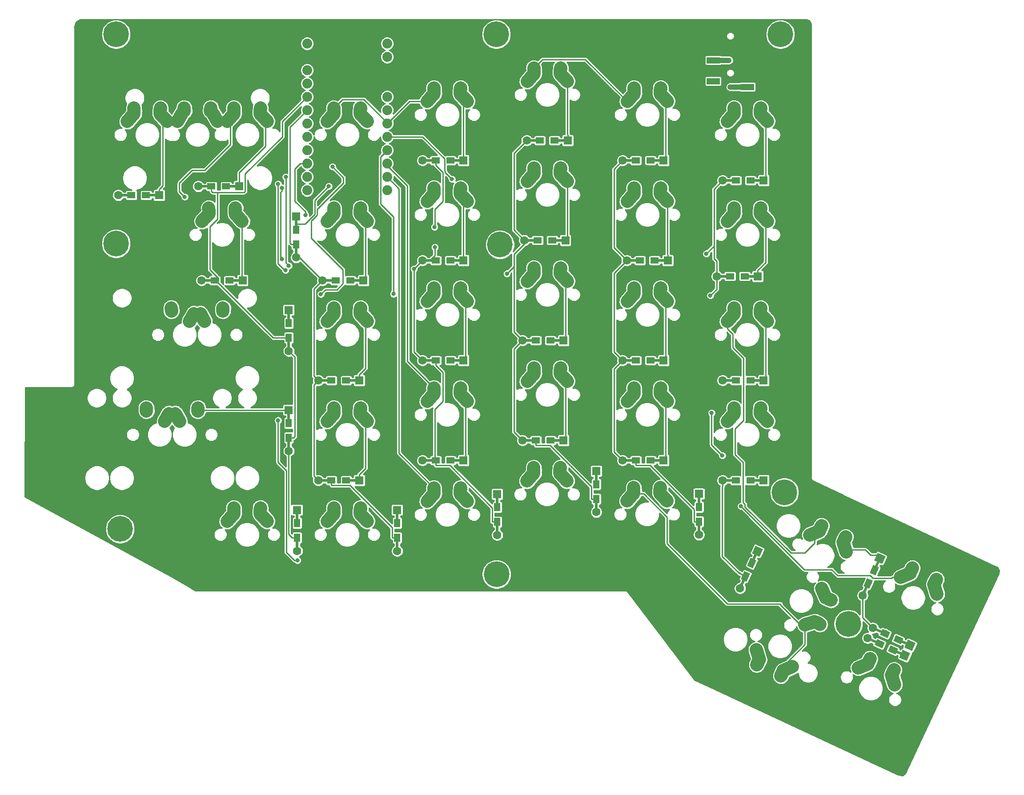
<source format=gbr>
G04 #@! TF.GenerationSoftware,KiCad,Pcbnew,(5.1.5)-3*
G04 #@! TF.CreationDate,2020-06-21T18:11:25+05:30*
G04 #@! TF.ProjectId,ergocape,6572676f-6361-4706-952e-6b696361645f,rev?*
G04 #@! TF.SameCoordinates,Original*
G04 #@! TF.FileFunction,Copper,L2,Bot*
G04 #@! TF.FilePolarity,Positive*
%FSLAX46Y46*%
G04 Gerber Fmt 4.6, Leading zero omitted, Abs format (unit mm)*
G04 Created by KiCad (PCBNEW (5.1.5)-3) date 2020-06-21 18:11:25*
%MOMM*%
%LPD*%
G04 APERTURE LIST*
%ADD10C,1.879600*%
%ADD11C,2.500000*%
%ADD12C,2.500000*%
%ADD13C,2.000000*%
%ADD14C,4.900000*%
%ADD15R,1.600000X1.600000*%
%ADD16C,1.600000*%
%ADD17R,2.900000X0.500000*%
%ADD18R,1.600000X1.200000*%
%ADD19R,0.500000X2.900000*%
%ADD20R,1.200000X1.600000*%
%ADD21C,0.100000*%
%ADD22R,2.500000X1.200000*%
%ADD23C,0.800000*%
%ADD24C,1.016000*%
%ADD25C,0.250000*%
%ADD26C,0.254000*%
G04 APERTURE END LIST*
D10*
X76504800Y-22326600D03*
X76504800Y-24866600D03*
X76504800Y-27406600D03*
X76504800Y-29946600D03*
X76504800Y-32486600D03*
X76504800Y-35026600D03*
X76504800Y-37566600D03*
X76504800Y-40106600D03*
X76504800Y-42646600D03*
X76504800Y-45186600D03*
X76504800Y-47726600D03*
X76504800Y-50266600D03*
X91744800Y-50266600D03*
X91744800Y-47726600D03*
X91744800Y-45186600D03*
X91744800Y-42646600D03*
X91744800Y-40106600D03*
X91744800Y-37566600D03*
X91744800Y-35026600D03*
X91744800Y-32486600D03*
X91744800Y-29946600D03*
X91744800Y-27406600D03*
X91744800Y-24866600D03*
X91744800Y-22326600D03*
D11*
X176289402Y-128361091D03*
X175746839Y-128152225D03*
D12*
X176289319Y-128361305D02*
X175746921Y-128152011D01*
D13*
X171303754Y-133042695D03*
D11*
X173180593Y-132472455D03*
D12*
X174524099Y-126136632D02*
X175293691Y-127940914D01*
X171303752Y-133042689D02*
X173180596Y-132472461D01*
D13*
X174524105Y-126136630D03*
D11*
X175293685Y-127940916D03*
D13*
X174142501Y-132965135D03*
X173633747Y-132683764D03*
D12*
X174142612Y-132964934D02*
X173633636Y-132683964D01*
X57824995Y-54737496D02*
X56515005Y-56197504D01*
X62825001Y-54237500D02*
X62864999Y-53657500D01*
X62825005Y-54737496D02*
X64134995Y-56197504D01*
D13*
X62865000Y-53657500D03*
X62825000Y-54237500D03*
X56515000Y-56197500D03*
X57825000Y-54737500D03*
X64135000Y-56197500D03*
X62825000Y-54737500D03*
X57785000Y-53657500D03*
X57825000Y-54237500D03*
D12*
X57824999Y-54237500D02*
X57785001Y-53657500D01*
X53125724Y-35186828D02*
X53086276Y-34608172D01*
X59435816Y-37147807D02*
X58626184Y-35687193D01*
X51816184Y-37147807D02*
X52625816Y-35687193D01*
X58126276Y-35186828D02*
X58165724Y-34608172D01*
D14*
X40132000Y-60452000D03*
X112522000Y-20574000D03*
X166624000Y-20574000D03*
X112586000Y-123444000D03*
X40894000Y-114808000D03*
X113220000Y-60642500D03*
X179553908Y-132907212D03*
X40132000Y-20574000D03*
X167386000Y-107823000D03*
D12*
X45918524Y-92336828D02*
X45879076Y-91758172D01*
X52228616Y-94297807D02*
X51418984Y-92837193D01*
D15*
X126138000Y-40798800D03*
D16*
X118338000Y-40798800D03*
D17*
X124738000Y-40798800D03*
D18*
X123638000Y-40798800D03*
X120838000Y-40798800D03*
D17*
X119738000Y-40798800D03*
D12*
X86677499Y-34607500D02*
X86637501Y-35187500D01*
D13*
X81597500Y-34607500D03*
X81637500Y-35187500D03*
D12*
X81597501Y-34607500D02*
X81637499Y-35187500D01*
D13*
X87947500Y-37147500D03*
X86637500Y-35687500D03*
D12*
X80327505Y-37147504D02*
X81637495Y-35687496D01*
X87947495Y-37147504D02*
X86637505Y-35687496D01*
D13*
X80327500Y-37147500D03*
X81637500Y-35687500D03*
X86677500Y-34607500D03*
X86637500Y-35187500D03*
D12*
X188300830Y-141669619D02*
X188019460Y-142178373D01*
D13*
X183696787Y-139522718D03*
X183487921Y-140065281D03*
D12*
X183696788Y-139522719D02*
X183487920Y-140065281D01*
D13*
X188378391Y-144508366D03*
X187808151Y-142631527D03*
D12*
X181472328Y-141288021D02*
X183276610Y-140518429D01*
X188378385Y-144508368D02*
X187808157Y-142631524D01*
D13*
X181472326Y-141288015D03*
X183276612Y-140518435D03*
X188300831Y-141669619D03*
X188019460Y-142178373D03*
D15*
X74422000Y-55282000D03*
D16*
X74422000Y-63082000D03*
D19*
X74422000Y-56682000D03*
D20*
X74422000Y-57782000D03*
X74422000Y-60582000D03*
D19*
X74422000Y-61682000D03*
D15*
X106294000Y-44608800D03*
D16*
X98494000Y-44608800D03*
D17*
X104894000Y-44608800D03*
D18*
X103794000Y-44608800D03*
X100994000Y-44608800D03*
D17*
X99894000Y-44608800D03*
D15*
X144394000Y-44608800D03*
D16*
X136594000Y-44608800D03*
D17*
X142994000Y-44608800D03*
D18*
X141894000Y-44608800D03*
X139094000Y-44608800D03*
D17*
X137994000Y-44608800D03*
D15*
X163444000Y-48418800D03*
D16*
X155644000Y-48418800D03*
D17*
X162044000Y-48418800D03*
D18*
X160944000Y-48418800D03*
X158144000Y-48418800D03*
D17*
X157044000Y-48418800D03*
D15*
X93662500Y-111194000D03*
D16*
X93662500Y-118994000D03*
D19*
X93662500Y-112594000D03*
D20*
X93662500Y-113694000D03*
X93662500Y-116494000D03*
D19*
X93662500Y-117594000D03*
D15*
X151130000Y-108114000D03*
D16*
X151130000Y-115914000D03*
D19*
X151130000Y-109514000D03*
D20*
X151130000Y-110614000D03*
X151130000Y-113414000D03*
D19*
X151130000Y-114514000D03*
D15*
X131572000Y-103796000D03*
D16*
X131572000Y-111596000D03*
D19*
X131572000Y-105196000D03*
D20*
X131572000Y-106296000D03*
X131572000Y-109096000D03*
D19*
X131572000Y-110196000D03*
D15*
X73025000Y-73093800D03*
D16*
X73025000Y-80893800D03*
D19*
X73025000Y-74493800D03*
D20*
X73025000Y-75593800D03*
X73025000Y-78393800D03*
D19*
X73025000Y-79493800D03*
D15*
X74612500Y-111194000D03*
D16*
X74612500Y-118994000D03*
D19*
X74612500Y-112594000D03*
D20*
X74612500Y-113694000D03*
X74612500Y-116494000D03*
D19*
X74612500Y-117594000D03*
D15*
X125344000Y-78898800D03*
D16*
X117544000Y-78898800D03*
D17*
X123944000Y-78898800D03*
D18*
X122844000Y-78898800D03*
X120044000Y-78898800D03*
D17*
X118944000Y-78898800D03*
D15*
X63590000Y-49530000D03*
D16*
X55790000Y-49530000D03*
D17*
X62190000Y-49530000D03*
D18*
X61090000Y-49530000D03*
X58290000Y-49530000D03*
D17*
X57190000Y-49530000D03*
D15*
X73025000Y-92143800D03*
D16*
X73025000Y-99943800D03*
D19*
X73025000Y-93543800D03*
D20*
X73025000Y-94643800D03*
X73025000Y-97443800D03*
D19*
X73025000Y-98543800D03*
D15*
X64225000Y-67468800D03*
D16*
X56425000Y-67468800D03*
D17*
X62825000Y-67468800D03*
D18*
X61725000Y-67468800D03*
X58925000Y-67468800D03*
D17*
X57825000Y-67468800D03*
G04 #@! TA.AperFunction,ComponentPad*
D21*
G36*
X190280367Y-137355375D02*
G01*
X190956556Y-135905282D01*
X192406649Y-136581471D01*
X191730460Y-138031564D01*
X190280367Y-137355375D01*
G37*
G04 #@! TD.AperFunction*
D16*
X184274308Y-133672001D03*
G04 #@! TA.AperFunction,Conductor*
D21*
G36*
X188654876Y-135990538D02*
G01*
X188866185Y-135537385D01*
X191494478Y-136762978D01*
X191283169Y-137216131D01*
X188654876Y-135990538D01*
G37*
G04 #@! TD.AperFunction*
G04 #@! TA.AperFunction,SMDPad,CuDef*
G36*
X188099122Y-136117568D02*
G01*
X188606264Y-135029999D01*
X190056356Y-135706188D01*
X189549214Y-136793757D01*
X188099122Y-136117568D01*
G37*
G04 #@! TD.AperFunction*
G04 #@! TA.AperFunction,SMDPad,CuDef*
G36*
X185561460Y-134934236D02*
G01*
X186068602Y-133846667D01*
X187518694Y-134522856D01*
X187011552Y-135610425D01*
X185561460Y-134934236D01*
G37*
G04 #@! TD.AperFunction*
G04 #@! TA.AperFunction,Conductor*
G36*
X184123338Y-133877446D02*
G01*
X184334647Y-133424293D01*
X186962940Y-134649886D01*
X186751631Y-135103039D01*
X184123338Y-133877446D01*
G37*
G04 #@! TD.AperFunction*
G04 #@! TA.AperFunction,ComponentPad*
G36*
X189259367Y-139302375D02*
G01*
X189935556Y-137852282D01*
X191385649Y-138528471D01*
X190709460Y-139978564D01*
X189259367Y-139302375D01*
G37*
G04 #@! TD.AperFunction*
D16*
X183253308Y-135619001D03*
G04 #@! TA.AperFunction,Conductor*
D21*
G36*
X187633876Y-137937538D02*
G01*
X187845185Y-137484385D01*
X190473478Y-138709978D01*
X190262169Y-139163131D01*
X187633876Y-137937538D01*
G37*
G04 #@! TD.AperFunction*
G04 #@! TA.AperFunction,SMDPad,CuDef*
G36*
X187078122Y-138064568D02*
G01*
X187585264Y-136976999D01*
X189035356Y-137653188D01*
X188528214Y-138740757D01*
X187078122Y-138064568D01*
G37*
G04 #@! TD.AperFunction*
G04 #@! TA.AperFunction,SMDPad,CuDef*
G36*
X184540460Y-136881236D02*
G01*
X185047602Y-135793667D01*
X186497694Y-136469856D01*
X185990552Y-137557425D01*
X184540460Y-136881236D01*
G37*
G04 #@! TD.AperFunction*
G04 #@! TA.AperFunction,Conductor*
G36*
X183102338Y-135824446D02*
G01*
X183313647Y-135371293D01*
X185941940Y-136596886D01*
X185730631Y-137050039D01*
X183102338Y-135824446D01*
G37*
G04 #@! TD.AperFunction*
G04 #@! TA.AperFunction,ComponentPad*
G36*
X162641071Y-120104753D02*
G01*
X161190978Y-119428564D01*
X161867167Y-117978471D01*
X163317260Y-118654660D01*
X162641071Y-120104753D01*
G37*
G04 #@! TD.AperFunction*
D16*
X158957697Y-126110812D03*
G04 #@! TA.AperFunction,Conductor*
D21*
G36*
X161276234Y-121730244D02*
G01*
X160823081Y-121518935D01*
X162048674Y-118890642D01*
X162501827Y-119101951D01*
X161276234Y-121730244D01*
G37*
G04 #@! TD.AperFunction*
G04 #@! TA.AperFunction,SMDPad,CuDef*
G36*
X161403264Y-122285998D02*
G01*
X160315695Y-121778856D01*
X160991884Y-120328764D01*
X162079453Y-120835906D01*
X161403264Y-122285998D01*
G37*
G04 #@! TD.AperFunction*
G04 #@! TA.AperFunction,SMDPad,CuDef*
G36*
X160219932Y-124823660D02*
G01*
X159132363Y-124316518D01*
X159808552Y-122866426D01*
X160896121Y-123373568D01*
X160219932Y-124823660D01*
G37*
G04 #@! TD.AperFunction*
G04 #@! TA.AperFunction,Conductor*
G36*
X159163142Y-126261782D02*
G01*
X158709989Y-126050473D01*
X159935582Y-123422180D01*
X160388735Y-123633489D01*
X159163142Y-126261782D01*
G37*
G04 #@! TD.AperFunction*
D15*
X112712000Y-108178000D03*
D16*
X112712000Y-115978000D03*
D19*
X112712000Y-109578000D03*
D20*
X112712000Y-110678000D03*
X112712000Y-113478000D03*
D19*
X112712000Y-114578000D03*
D15*
X86450000Y-86518800D03*
D16*
X78650000Y-86518800D03*
D17*
X85050000Y-86518800D03*
D18*
X83950000Y-86518800D03*
X81150000Y-86518800D03*
D17*
X80050000Y-86518800D03*
D15*
X163444000Y-105569000D03*
D16*
X155644000Y-105569000D03*
D17*
X162044000Y-105569000D03*
D18*
X160944000Y-105569000D03*
X158144000Y-105569000D03*
D17*
X157044000Y-105569000D03*
D15*
X125344000Y-97948800D03*
D16*
X117544000Y-97948800D03*
D17*
X123944000Y-97948800D03*
D18*
X122844000Y-97948800D03*
X120044000Y-97948800D03*
D17*
X118944000Y-97948800D03*
D15*
X125693000Y-59817000D03*
D16*
X117893000Y-59817000D03*
D17*
X124293000Y-59817000D03*
D18*
X123193000Y-59817000D03*
X120393000Y-59817000D03*
D17*
X119293000Y-59817000D03*
D15*
X144394000Y-82708800D03*
D16*
X136594000Y-82708800D03*
D17*
X142994000Y-82708800D03*
D18*
X141894000Y-82708800D03*
X139094000Y-82708800D03*
D17*
X137994000Y-82708800D03*
D15*
X163444000Y-86518800D03*
D16*
X155644000Y-86518800D03*
D17*
X162044000Y-86518800D03*
D18*
X160944000Y-86518800D03*
X158144000Y-86518800D03*
D17*
X157044000Y-86518800D03*
D15*
X87243800Y-67468800D03*
D16*
X79443800Y-67468800D03*
D17*
X85843800Y-67468800D03*
D18*
X84743800Y-67468800D03*
X81943800Y-67468800D03*
D17*
X80843800Y-67468800D03*
D15*
X145188000Y-63658800D03*
D16*
X137388000Y-63658800D03*
D17*
X143788000Y-63658800D03*
D18*
X142688000Y-63658800D03*
X139888000Y-63658800D03*
D17*
X138788000Y-63658800D03*
D15*
X106294000Y-82708800D03*
D16*
X98494000Y-82708800D03*
D17*
X104894000Y-82708800D03*
D18*
X103794000Y-82708800D03*
X100994000Y-82708800D03*
D17*
X99894000Y-82708800D03*
D15*
X162332000Y-66675000D03*
D16*
X154532000Y-66675000D03*
D17*
X160932000Y-66675000D03*
D18*
X159832000Y-66675000D03*
X157032000Y-66675000D03*
D17*
X155932000Y-66675000D03*
D15*
X144394000Y-101759000D03*
D16*
X136594000Y-101759000D03*
D17*
X142994000Y-101759000D03*
D18*
X141894000Y-101759000D03*
X139094000Y-101759000D03*
D17*
X137994000Y-101759000D03*
D15*
X106294000Y-63658800D03*
D16*
X98494000Y-63658800D03*
D17*
X104894000Y-63658800D03*
D18*
X103794000Y-63658800D03*
X100994000Y-63658800D03*
D17*
X99894000Y-63658800D03*
D15*
X106294000Y-101759000D03*
D16*
X98494000Y-101759000D03*
D17*
X104894000Y-101759000D03*
D18*
X103794000Y-101759000D03*
X100994000Y-101759000D03*
D17*
X99894000Y-101759000D03*
D15*
X86450000Y-105569000D03*
D16*
X78650000Y-105569000D03*
D17*
X85050000Y-105569000D03*
D18*
X83950000Y-105569000D03*
X81150000Y-105569000D03*
D17*
X80050000Y-105569000D03*
D12*
X105727999Y-30797500D02*
X105688001Y-31377500D01*
D13*
X100648000Y-30797500D03*
X100688000Y-31377500D03*
D12*
X100648001Y-30797500D02*
X100687999Y-31377500D01*
D13*
X106998000Y-33337500D03*
X105688000Y-31877500D03*
D12*
X99378005Y-33337504D02*
X100687995Y-31877496D01*
X106997995Y-33337504D02*
X105688005Y-31877496D01*
D13*
X99378000Y-33337500D03*
X100688000Y-31877500D03*
X105728000Y-30797500D03*
X105688000Y-31377500D03*
D12*
X124777999Y-26987500D02*
X124738001Y-27567500D01*
D13*
X119698000Y-26987500D03*
X119738000Y-27567500D03*
D12*
X119698001Y-26987500D02*
X119737999Y-27567500D01*
D13*
X126048000Y-29527500D03*
X124738000Y-28067500D03*
D12*
X118428005Y-29527504D02*
X119737995Y-28067496D01*
X126047995Y-29527504D02*
X124738005Y-28067496D01*
D13*
X118428000Y-29527500D03*
X119738000Y-28067500D03*
X124778000Y-26987500D03*
X124738000Y-27567500D03*
D12*
X143827999Y-30797500D02*
X143788001Y-31377500D01*
D13*
X138748000Y-30797500D03*
X138788000Y-31377500D03*
D12*
X138748001Y-30797500D02*
X138787999Y-31377500D01*
D13*
X145098000Y-33337500D03*
X143788000Y-31877500D03*
D12*
X137478005Y-33337504D02*
X138787995Y-31877496D01*
X145097995Y-33337504D02*
X143788005Y-31877496D01*
D13*
X137478000Y-33337500D03*
X138788000Y-31877500D03*
X143828000Y-30797500D03*
X143788000Y-31377500D03*
D12*
X162877999Y-34607500D02*
X162838001Y-35187500D01*
D13*
X157798000Y-34607500D03*
X157838000Y-35187500D03*
D12*
X157798001Y-34607500D02*
X157837999Y-35187500D01*
D13*
X164148000Y-37147500D03*
X162838000Y-35687500D03*
D12*
X156528005Y-37147504D02*
X157837995Y-35687496D01*
X164147995Y-37147504D02*
X162838005Y-35687496D01*
D13*
X156528000Y-37147500D03*
X157838000Y-35687500D03*
X162878000Y-34607500D03*
X162838000Y-35187500D03*
D12*
X86677499Y-72707500D02*
X86637501Y-73287500D01*
D13*
X81597500Y-72707500D03*
X81637500Y-73287500D03*
D12*
X81597501Y-72707500D02*
X81637499Y-73287500D01*
D13*
X87947500Y-75247500D03*
X86637500Y-73787500D03*
D12*
X80327505Y-75247504D02*
X81637495Y-73787496D01*
X87947495Y-75247504D02*
X86637505Y-73787496D01*
D13*
X80327500Y-75247500D03*
X81637500Y-73787500D03*
X86677500Y-72707500D03*
X86637500Y-73287500D03*
D12*
X86677499Y-110808000D02*
X86637501Y-111388000D01*
D13*
X81597500Y-110808000D03*
X81637500Y-111388000D03*
D12*
X81597501Y-110808000D02*
X81637499Y-111388000D01*
D13*
X87947500Y-113348000D03*
X86637500Y-111888000D03*
D12*
X80327505Y-113348004D02*
X81637495Y-111887996D01*
X87947495Y-113348004D02*
X86637505Y-111887996D01*
D13*
X80327500Y-113348000D03*
X81637500Y-111888000D03*
X86677500Y-110808000D03*
X86637500Y-111388000D03*
D12*
X162877999Y-91757500D02*
X162838001Y-92337500D01*
D13*
X157798000Y-91757500D03*
X157838000Y-92337500D03*
D12*
X157798001Y-91757500D02*
X157837999Y-92337500D01*
D13*
X164148000Y-94297500D03*
X162838000Y-92837500D03*
D12*
X156528005Y-94297504D02*
X157837995Y-92837496D01*
X164147995Y-94297504D02*
X162838005Y-92837496D01*
D13*
X156528000Y-94297500D03*
X157838000Y-92837500D03*
X162878000Y-91757500D03*
X162838000Y-92337500D03*
D12*
X124713999Y-103124000D02*
X124674001Y-103704000D01*
D13*
X119634000Y-103124000D03*
X119674000Y-103704000D03*
D12*
X119634001Y-103124000D02*
X119673999Y-103704000D01*
D13*
X125984000Y-105664000D03*
X124674000Y-104204000D03*
D12*
X118364005Y-105664004D02*
X119673995Y-104203996D01*
X125983995Y-105664004D02*
X124674005Y-104203996D01*
D13*
X118364000Y-105664000D03*
X119674000Y-104204000D03*
X124714000Y-103124000D03*
X124674000Y-103704000D03*
D12*
X143763999Y-106934000D02*
X143724001Y-107514000D01*
D13*
X138684000Y-106934000D03*
X138724000Y-107514000D03*
D12*
X138684001Y-106934000D02*
X138723999Y-107514000D01*
D13*
X145034000Y-109474000D03*
X143724000Y-108014000D03*
D12*
X137414005Y-109474004D02*
X138723995Y-108013996D01*
X145033995Y-109474004D02*
X143724005Y-108013996D01*
D13*
X137414000Y-109474000D03*
X138724000Y-108014000D03*
X143764000Y-106934000D03*
X143724000Y-107514000D03*
D12*
X124777999Y-84137500D02*
X124738001Y-84717500D01*
D13*
X119698000Y-84137500D03*
X119738000Y-84717500D03*
D12*
X119698001Y-84137500D02*
X119737999Y-84717500D01*
D13*
X126048000Y-86677500D03*
X124738000Y-85217500D03*
D12*
X118428005Y-86677504D02*
X119737995Y-85217496D01*
X126047995Y-86677504D02*
X124738005Y-85217496D01*
D13*
X118428000Y-86677500D03*
X119738000Y-85217500D03*
X124778000Y-84137500D03*
X124738000Y-84717500D03*
D12*
X60483524Y-72708172D02*
X60444076Y-73286828D01*
X54944890Y-73787900D02*
X54132710Y-75247100D01*
X67627499Y-110808000D02*
X67587501Y-111388000D01*
D13*
X62547500Y-110808000D03*
X62587500Y-111388000D03*
D12*
X62547501Y-110808000D02*
X62587499Y-111388000D01*
D13*
X68897500Y-113348000D03*
X67587500Y-111888000D03*
D12*
X61277505Y-113348004D02*
X62587495Y-111887996D01*
X68897495Y-113348004D02*
X67587505Y-111887996D01*
D13*
X61277500Y-113348000D03*
X62587500Y-111888000D03*
X67627500Y-110808000D03*
X67587500Y-111388000D03*
D12*
X124777999Y-65087500D02*
X124738001Y-65667500D01*
D13*
X119698000Y-65087500D03*
X119738000Y-65667500D03*
D12*
X119698001Y-65087500D02*
X119737999Y-65667500D01*
D13*
X126048000Y-67627500D03*
X124738000Y-66167500D03*
D12*
X118428005Y-67627504D02*
X119737995Y-66167496D01*
X126047995Y-67627504D02*
X124738005Y-66167496D01*
D13*
X118428000Y-67627500D03*
X119738000Y-66167500D03*
X124778000Y-65087500D03*
X124738000Y-65667500D03*
D12*
X124777999Y-46037500D02*
X124738001Y-46617500D01*
D13*
X119698000Y-46037500D03*
X119738000Y-46617500D03*
D12*
X119698001Y-46037500D02*
X119737999Y-46617500D01*
D13*
X126048000Y-48577500D03*
X124738000Y-47117500D03*
D12*
X118428005Y-48577504D02*
X119737995Y-47117496D01*
X126047995Y-48577504D02*
X124738005Y-47117496D01*
D13*
X118428000Y-48577500D03*
X119738000Y-47117500D03*
X124778000Y-46037500D03*
X124738000Y-46617500D03*
D12*
X50680924Y-73286828D02*
X50641476Y-72708172D01*
X56992290Y-75247100D02*
X56180110Y-73787900D01*
X67627499Y-34607500D02*
X67587501Y-35187500D01*
D13*
X62547500Y-34607500D03*
X62587500Y-35187500D03*
D12*
X62547501Y-34607500D02*
X62587499Y-35187500D01*
D13*
X68897500Y-37147500D03*
X67587500Y-35687500D03*
D12*
X61277505Y-37147504D02*
X62587495Y-35687496D01*
X68897495Y-37147504D02*
X67587505Y-35687496D01*
D13*
X61277500Y-37147500D03*
X62587500Y-35687500D03*
X67627500Y-34607500D03*
X67587500Y-35187500D03*
D12*
X143827999Y-68897500D02*
X143788001Y-69477500D01*
D13*
X138748000Y-68897500D03*
X138788000Y-69477500D03*
D12*
X138748001Y-68897500D02*
X138787999Y-69477500D01*
D13*
X145098000Y-71437500D03*
X143788000Y-69977500D03*
D12*
X137478005Y-71437504D02*
X138787995Y-69977496D01*
X145097995Y-71437504D02*
X143788005Y-69977496D01*
D13*
X137478000Y-71437500D03*
X138788000Y-69977500D03*
X143828000Y-68897500D03*
X143788000Y-69477500D03*
D12*
X162877999Y-72707500D02*
X162838001Y-73287500D01*
D13*
X157798000Y-72707500D03*
X157838000Y-73287500D03*
D12*
X157798001Y-72707500D02*
X157837999Y-73287500D01*
D13*
X164148000Y-75247500D03*
X162838000Y-73787500D03*
D12*
X156528005Y-75247504D02*
X157837995Y-73787496D01*
X164147995Y-75247504D02*
X162838005Y-73787496D01*
D13*
X156528000Y-75247500D03*
X157838000Y-73787500D03*
X162878000Y-72707500D03*
X162838000Y-73287500D03*
D12*
X86677499Y-53657500D02*
X86637501Y-54237500D01*
D13*
X81597500Y-53657500D03*
X81637500Y-54237500D03*
D12*
X81597501Y-53657500D02*
X81637499Y-54237500D01*
D13*
X87947500Y-56197500D03*
X86637500Y-54737500D03*
D12*
X80327505Y-56197504D02*
X81637495Y-54737496D01*
X87947495Y-56197504D02*
X86637505Y-54737496D01*
D13*
X80327500Y-56197500D03*
X81637500Y-54737500D03*
X86677500Y-53657500D03*
X86637500Y-54237500D03*
D12*
X143827999Y-49847500D02*
X143788001Y-50427500D01*
D13*
X138748000Y-49847500D03*
X138788000Y-50427500D03*
D12*
X138748001Y-49847500D02*
X138787999Y-50427500D01*
D13*
X145098000Y-52387500D03*
X143788000Y-50927500D03*
D12*
X137478005Y-52387504D02*
X138787995Y-50927496D01*
X145097995Y-52387504D02*
X143788005Y-50927496D01*
D13*
X137478000Y-52387500D03*
X138788000Y-50927500D03*
X143828000Y-49847500D03*
X143788000Y-50427500D03*
D12*
X105727999Y-68897500D02*
X105688001Y-69477500D01*
D13*
X100648000Y-68897500D03*
X100688000Y-69477500D03*
D12*
X100648001Y-68897500D02*
X100687999Y-69477500D01*
D13*
X106998000Y-71437500D03*
X105688000Y-69977500D03*
D12*
X99378005Y-71437504D02*
X100687995Y-69977496D01*
X106997995Y-71437504D02*
X105688005Y-69977496D01*
D13*
X99378000Y-71437500D03*
X100688000Y-69977500D03*
X105728000Y-68897500D03*
X105688000Y-69477500D03*
D12*
X55720924Y-91758172D02*
X55681476Y-92336828D01*
X50182290Y-92837900D02*
X49370110Y-94297100D01*
X162877999Y-53657500D02*
X162838001Y-54237500D01*
D13*
X157798000Y-53657500D03*
X157838000Y-54237500D03*
D12*
X157798001Y-53657500D02*
X157837999Y-54237500D01*
D13*
X164148000Y-56197500D03*
X162838000Y-54737500D03*
D12*
X156528005Y-56197504D02*
X157837995Y-54737496D01*
X164147995Y-56197504D02*
X162838005Y-54737496D01*
D13*
X156528000Y-56197500D03*
X157838000Y-54737500D03*
X162878000Y-53657500D03*
X162838000Y-54237500D03*
D12*
X196350830Y-124404619D02*
X196069460Y-124913373D01*
D13*
X191746787Y-122257718D03*
X191537921Y-122800281D03*
D12*
X191746788Y-122257719D02*
X191537920Y-122800281D01*
D13*
X196428391Y-127243366D03*
X195858151Y-125366527D03*
D12*
X189522328Y-124023021D02*
X191326610Y-123253429D01*
X196428385Y-127243368D02*
X195858157Y-125366524D01*
D13*
X189522326Y-124023015D03*
X191326612Y-123253435D03*
X196350831Y-124404619D03*
X196069460Y-124913373D03*
D12*
X143827999Y-87947500D02*
X143788001Y-88527500D01*
D13*
X138748000Y-87947500D03*
X138788000Y-88527500D03*
D12*
X138748001Y-87947500D02*
X138787999Y-88527500D01*
D13*
X145098000Y-90487500D03*
X143788000Y-89027500D03*
D12*
X137478005Y-90487504D02*
X138787995Y-89027496D01*
X145097995Y-90487504D02*
X143788005Y-89027496D01*
D13*
X137478000Y-90487500D03*
X138788000Y-89027500D03*
X143828000Y-87947500D03*
X143788000Y-88527500D03*
D12*
X105727999Y-49847500D02*
X105688001Y-50427500D01*
D13*
X100648000Y-49847500D03*
X100688000Y-50427500D03*
D12*
X100648001Y-49847500D02*
X100687999Y-50427500D01*
D13*
X106998000Y-52387500D03*
X105688000Y-50927500D03*
D12*
X99378005Y-52387504D02*
X100687995Y-50927496D01*
X106997995Y-52387504D02*
X105688005Y-50927496D01*
D13*
X99378000Y-52387500D03*
X100688000Y-50927500D03*
X105728000Y-49847500D03*
X105688000Y-50427500D03*
D12*
X105727999Y-106998000D02*
X105688001Y-107578000D01*
D13*
X100648000Y-106998000D03*
X100688000Y-107578000D03*
D12*
X100648001Y-106998000D02*
X100687999Y-107578000D01*
D13*
X106998000Y-109538000D03*
X105688000Y-108078000D03*
D12*
X99378005Y-109538004D02*
X100687995Y-108077996D01*
X106997995Y-109538004D02*
X105688005Y-108077996D01*
D13*
X99378000Y-109538000D03*
X100688000Y-108078000D03*
X105728000Y-106998000D03*
X105688000Y-107578000D03*
D12*
X105727999Y-87947500D02*
X105688001Y-88527500D01*
D13*
X100648000Y-87947500D03*
X100688000Y-88527500D03*
D12*
X100648001Y-87947500D02*
X100687999Y-88527500D01*
D13*
X106998000Y-90487500D03*
X105688000Y-89027500D03*
D12*
X99378005Y-90487504D02*
X100687995Y-89027496D01*
X106997995Y-90487504D02*
X105688005Y-89027496D01*
D13*
X99378000Y-90487500D03*
X100688000Y-89027500D03*
X105728000Y-87947500D03*
X105688000Y-88527500D03*
D12*
X86677499Y-91757500D02*
X86637501Y-92337500D01*
D13*
X81597500Y-91757500D03*
X81637500Y-92337500D03*
D12*
X81597501Y-91757500D02*
X81637499Y-92337500D01*
D13*
X87947500Y-94297500D03*
X86637500Y-92837500D03*
D12*
X80327505Y-94297504D02*
X81637495Y-92837496D01*
X87947495Y-94297504D02*
X86637505Y-92837496D01*
D13*
X80327500Y-94297500D03*
X81637500Y-92837500D03*
X86677500Y-91757500D03*
X86637500Y-92337500D03*
G04 #@! TA.AperFunction,ComponentPad*
D21*
G36*
X185975071Y-121464753D02*
G01*
X184524978Y-120788564D01*
X185201167Y-119338471D01*
X186651260Y-120014660D01*
X185975071Y-121464753D01*
G37*
G04 #@! TD.AperFunction*
D16*
X182291697Y-127470812D03*
G04 #@! TA.AperFunction,Conductor*
D21*
G36*
X184610234Y-123090244D02*
G01*
X184157081Y-122878935D01*
X185382674Y-120250642D01*
X185835827Y-120461951D01*
X184610234Y-123090244D01*
G37*
G04 #@! TD.AperFunction*
G04 #@! TA.AperFunction,SMDPad,CuDef*
G36*
X184737264Y-123645998D02*
G01*
X183649695Y-123138856D01*
X184325884Y-121688764D01*
X185413453Y-122195906D01*
X184737264Y-123645998D01*
G37*
G04 #@! TD.AperFunction*
G04 #@! TA.AperFunction,SMDPad,CuDef*
G36*
X183553932Y-126183660D02*
G01*
X182466363Y-125676518D01*
X183142552Y-124226426D01*
X184230121Y-124733568D01*
X183553932Y-126183660D01*
G37*
G04 #@! TD.AperFunction*
G04 #@! TA.AperFunction,Conductor*
G36*
X182497142Y-127621782D02*
G01*
X182043989Y-127410473D01*
X183269582Y-124782180D01*
X183722735Y-124993489D01*
X182497142Y-127621782D01*
G37*
G04 #@! TD.AperFunction*
D12*
X179073831Y-116341619D02*
X178792461Y-116850373D01*
D13*
X174469788Y-114194718D03*
X174260922Y-114737281D03*
D12*
X174469789Y-114194719D02*
X174260921Y-114737281D01*
D13*
X179151392Y-119180366D03*
X178581152Y-117303527D03*
D12*
X172245329Y-115960021D02*
X174049611Y-115190429D01*
X179151386Y-119180368D02*
X178581158Y-117303524D01*
D13*
X172245327Y-115960015D03*
X174049613Y-115190435D03*
X179073832Y-116341619D03*
X178792461Y-116850373D03*
D12*
X162124986Y-140667805D02*
X162406356Y-140159051D01*
D13*
X166729029Y-142814706D03*
X166937895Y-142272143D03*
D12*
X166729028Y-142814705D02*
X166937896Y-142272143D01*
D13*
X162047425Y-137829058D03*
X162617665Y-139705897D03*
D12*
X168953488Y-141049403D02*
X167149206Y-141818995D01*
X162047431Y-137829056D02*
X162617659Y-139705900D01*
D13*
X168953490Y-141049409D03*
X167149204Y-141818989D03*
X162124985Y-140667805D03*
X162406356Y-140159051D03*
D22*
X153852000Y-25511500D03*
X153852000Y-22511500D03*
X153852000Y-29511500D03*
X160352000Y-30611500D03*
D15*
X48350000Y-51231800D03*
D16*
X40550000Y-51231800D03*
D17*
X46950000Y-51231800D03*
D18*
X45850000Y-51231800D03*
X43050000Y-51231800D03*
D17*
X41950000Y-51231800D03*
D12*
X48590199Y-34620200D02*
X48550201Y-35200200D01*
D13*
X43510200Y-34620200D03*
X43550200Y-35200200D03*
D12*
X43510201Y-34620200D02*
X43550199Y-35200200D01*
D13*
X49860200Y-37160200D03*
X48550200Y-35700200D03*
D12*
X42240205Y-37160204D02*
X43550195Y-35700196D01*
X49860195Y-37160204D02*
X48550205Y-35700196D01*
D13*
X42240200Y-37160200D03*
X43550200Y-35700200D03*
X48590200Y-34620200D03*
X48550200Y-35200200D03*
D23*
X156845000Y-22479000D03*
X157099000Y-30607000D03*
X80645000Y-49530000D03*
X70993000Y-49072800D03*
X72390000Y-65532000D03*
X96879400Y-65257010D03*
X100774500Y-57277000D03*
X100838000Y-61150500D03*
X71721200Y-49821126D03*
X71755000Y-63373000D03*
X114554000Y-66167000D03*
X72449400Y-47752000D03*
X73025000Y-64643000D03*
X76200000Y-54991000D03*
X152527000Y-62357000D03*
X153543000Y-92710000D03*
X155575000Y-100838000D03*
X153289000Y-70358000D03*
X74676000Y-120777000D03*
X70993000Y-94107000D03*
X79121000Y-70104000D03*
X53213000Y-51562000D03*
X81327499Y-45767499D03*
X92983600Y-70032000D03*
X159131000Y-110490000D03*
X104093200Y-48179800D03*
X156845000Y-25527000D03*
D24*
X153852000Y-22511500D02*
X156812500Y-22511500D01*
X156812500Y-22511500D02*
X156845000Y-22479000D01*
X160347500Y-30607000D02*
X160352000Y-30611500D01*
X157099000Y-30607000D02*
X160347500Y-30607000D01*
D25*
X86637500Y-35762500D02*
X86637500Y-35687500D01*
X87292500Y-36417500D02*
X86637500Y-35762500D01*
X74422000Y-56682000D02*
X74422000Y-55282000D01*
X74422000Y-57782000D02*
X74422000Y-56682000D01*
X87947500Y-37147500D02*
X87292500Y-36492500D01*
X87292500Y-36492500D02*
X87292500Y-36417500D01*
X86637500Y-35687500D02*
X86637500Y-35187500D01*
X86677500Y-34607500D02*
X86657500Y-34627500D01*
X86657500Y-34627500D02*
X86657500Y-34897500D01*
X86637500Y-35187500D02*
X86657500Y-35167500D01*
X86657500Y-35167500D02*
X86657500Y-34897500D01*
X74422000Y-56682000D02*
X76160000Y-56682000D01*
X76160000Y-56682000D02*
X77978000Y-54864000D01*
X77978000Y-54864000D02*
X77978000Y-52197000D01*
X77978000Y-52197000D02*
X80645000Y-49530000D01*
X74422000Y-61682000D02*
X74422000Y-63082000D01*
X74422000Y-60582000D02*
X74422000Y-61682000D01*
X93662500Y-116494000D02*
X92734000Y-116494000D01*
X92734000Y-116494000D02*
X92734000Y-114560100D01*
X92734000Y-114560100D02*
X84671400Y-106497500D01*
X84671400Y-106497500D02*
X81150000Y-106497500D01*
X93662500Y-116494000D02*
X93662500Y-117594000D01*
X81150000Y-105569000D02*
X81150000Y-106497500D01*
X93662500Y-117594000D02*
X93662500Y-118994000D01*
X78650000Y-86518800D02*
X77828000Y-85696800D01*
X77828000Y-85696800D02*
X77828000Y-69084600D01*
X77828000Y-69084600D02*
X79443800Y-67468800D01*
X78650000Y-105569000D02*
X77816700Y-104735700D01*
X77816700Y-104735700D02*
X77816700Y-87352100D01*
X77816700Y-87352100D02*
X78650000Y-86518800D01*
X80050000Y-86518800D02*
X78650000Y-86518800D01*
X81150000Y-86518800D02*
X80050000Y-86518800D01*
X79443800Y-67468800D02*
X75057000Y-63082000D01*
X75057000Y-63082000D02*
X74422000Y-63082000D01*
X80843800Y-67468800D02*
X79443800Y-67468800D01*
X81943800Y-67468800D02*
X80843800Y-67468800D01*
X80050000Y-105569000D02*
X78650000Y-105569000D01*
X81150000Y-105569000D02*
X80050000Y-105569000D01*
X74422000Y-60582000D02*
X73493500Y-60582000D01*
X76504800Y-35026600D02*
X73272900Y-38258500D01*
X73272900Y-38258500D02*
X73272900Y-60361400D01*
X73272900Y-60361400D02*
X73493500Y-60582000D01*
X104894000Y-44608800D02*
X106294000Y-44608800D01*
X103794000Y-44608800D02*
X104894000Y-44608800D01*
X106998000Y-33337500D02*
X106294000Y-34041500D01*
X106294000Y-34041500D02*
X106294000Y-44608800D01*
X106998000Y-33337500D02*
X106343000Y-32682500D01*
X106343000Y-32682500D02*
X106343000Y-32607500D01*
X105688000Y-31877500D02*
X105688000Y-31377500D01*
X106343000Y-32607500D02*
X105688000Y-31952500D01*
X105688000Y-31952500D02*
X105688000Y-31877500D01*
X105728000Y-30797500D02*
X105708000Y-30817500D01*
X105708000Y-30817500D02*
X105708000Y-31087500D01*
X105688000Y-31377500D02*
X105708000Y-31357500D01*
X105708000Y-31357500D02*
X105708000Y-31087500D01*
X100856500Y-101759000D02*
X99894000Y-101759000D01*
X100994000Y-101759000D02*
X100856500Y-101759000D01*
X100856500Y-101759000D02*
X100856500Y-91993100D01*
X100856500Y-91993100D02*
X102327200Y-90522400D01*
X102327200Y-90522400D02*
X102327200Y-84970500D01*
X102327200Y-84970500D02*
X100994000Y-83637300D01*
X100994000Y-82708800D02*
X100994000Y-83637300D01*
X99894000Y-44608800D02*
X98494000Y-44608800D01*
X100994000Y-44608800D02*
X99894000Y-44608800D01*
X100856500Y-63658800D02*
X99894000Y-63658800D01*
X100994000Y-63658800D02*
X100856500Y-63658800D01*
X100856500Y-53893100D02*
X102327200Y-52422400D01*
X102327200Y-52422400D02*
X102327200Y-46870500D01*
X102327200Y-46870500D02*
X100994000Y-45537300D01*
X100994000Y-44608800D02*
X100994000Y-45537300D01*
X112712000Y-114578000D02*
X112712000Y-115978000D01*
X112712000Y-113478000D02*
X112712000Y-114578000D01*
X100994000Y-101759000D02*
X100994000Y-102687500D01*
X100994000Y-102687500D02*
X103697000Y-102687500D01*
X103697000Y-102687500D02*
X111783500Y-110774000D01*
X111783500Y-110774000D02*
X111783500Y-113478000D01*
X112712000Y-113478000D02*
X111783500Y-113478000D01*
X99894000Y-82708800D02*
X98494000Y-82708800D01*
X100994000Y-82708800D02*
X99894000Y-82708800D01*
X98494000Y-63658800D02*
X96879400Y-65273400D01*
X96879400Y-65273400D02*
X96879400Y-81094200D01*
X96879400Y-81094200D02*
X98494000Y-82708800D01*
X99894000Y-63658800D02*
X98494000Y-63658800D01*
X99894000Y-101759000D02*
X98494000Y-101759000D01*
X70993000Y-49072800D02*
X70993000Y-64262000D01*
X70993000Y-64262000D02*
X72263000Y-65532000D01*
X72263000Y-65532000D02*
X72390000Y-65532000D01*
X96879400Y-65273400D02*
X96879400Y-65257010D01*
X100856500Y-53893100D02*
X100856500Y-57195000D01*
X100856500Y-57195000D02*
X100774500Y-57277000D01*
X100838000Y-62714800D02*
X99894000Y-63658800D01*
X100838000Y-61150500D02*
X100838000Y-62714800D01*
X119738000Y-40798800D02*
X118338000Y-40798800D01*
X120838000Y-40798800D02*
X119738000Y-40798800D01*
X131572000Y-109096000D02*
X130643500Y-109096000D01*
X130643500Y-109096000D02*
X130643500Y-106752200D01*
X130643500Y-106752200D02*
X122768600Y-98877300D01*
X122768600Y-98877300D02*
X120044000Y-98877300D01*
X131572000Y-109096000D02*
X131572000Y-110196000D01*
X120044000Y-97948800D02*
X120044000Y-98877300D01*
X131572000Y-110196000D02*
X131572000Y-111596000D01*
X117893000Y-59817000D02*
X115904000Y-57828000D01*
X115904000Y-57828000D02*
X115904000Y-43232800D01*
X115904000Y-43232800D02*
X118338000Y-40798800D01*
X117544000Y-78898800D02*
X115905900Y-77260700D01*
X115905900Y-62504100D02*
X117893000Y-60517000D01*
X117893000Y-60517000D02*
X117893000Y-59817000D01*
X118944000Y-78898800D02*
X117544000Y-78898800D01*
X120044000Y-78898800D02*
X118944000Y-78898800D01*
X117544000Y-97948800D02*
X115929400Y-96334200D01*
X115929400Y-96334200D02*
X115929400Y-80513400D01*
X115929400Y-80513400D02*
X117544000Y-78898800D01*
X118944000Y-97948800D02*
X117544000Y-97948800D01*
X120044000Y-97948800D02*
X118944000Y-97948800D01*
X119293000Y-59817000D02*
X117893000Y-59817000D01*
X120393000Y-59817000D02*
X119293000Y-59817000D01*
X71721200Y-50386811D02*
X71446210Y-50661801D01*
X71721200Y-49821126D02*
X71721200Y-50386811D01*
X71446210Y-50661801D02*
X71446210Y-63064210D01*
X71446210Y-63064210D02*
X71755000Y-63373000D01*
X115905900Y-64815100D02*
X114554000Y-66167000D01*
X115905900Y-63926100D02*
X115905900Y-62504100D01*
X115905900Y-63926100D02*
X115905900Y-64815100D01*
X115905900Y-77260700D02*
X115905900Y-63926100D01*
X124738000Y-40798800D02*
X126138000Y-40798800D01*
X123638000Y-40798800D02*
X124738000Y-40798800D01*
X126048000Y-29527500D02*
X126048000Y-39580300D01*
X126048000Y-39580300D02*
X126138000Y-39670300D01*
X125393000Y-28797500D02*
X125393000Y-28872500D01*
X125393000Y-28872500D02*
X126048000Y-29527500D01*
X126138000Y-40798800D02*
X126138000Y-39670300D01*
X124738000Y-28067500D02*
X124738000Y-27567500D01*
X125393000Y-28797500D02*
X124738000Y-28142500D01*
X124738000Y-28142500D02*
X124738000Y-28067500D01*
X124778000Y-26987500D02*
X124758000Y-27007500D01*
X124758000Y-27007500D02*
X124758000Y-27277500D01*
X124738000Y-27567500D02*
X124758000Y-27547500D01*
X124758000Y-27547500D02*
X124758000Y-27277500D01*
X144394000Y-44608800D02*
X144772500Y-44608800D01*
X142994000Y-44608800D02*
X144394000Y-44608800D01*
X141894000Y-44608800D02*
X142994000Y-44608800D01*
X144770500Y-33010000D02*
X144772500Y-33012000D01*
X144772500Y-33012000D02*
X144772500Y-44608800D01*
X144770500Y-33010000D02*
X144443000Y-32682500D01*
X144443000Y-32682500D02*
X144443000Y-32607500D01*
X145098000Y-33337500D02*
X144770500Y-33010000D01*
X143788000Y-31877500D02*
X143788000Y-31377500D01*
X144443000Y-32607500D02*
X143788000Y-31952500D01*
X143788000Y-31952500D02*
X143788000Y-31877500D01*
X143828000Y-30797500D02*
X143808000Y-30817500D01*
X143808000Y-30817500D02*
X143808000Y-31087500D01*
X143788000Y-31377500D02*
X143808000Y-31357500D01*
X143808000Y-31357500D02*
X143808000Y-31087500D01*
X137994000Y-44608800D02*
X136594000Y-44608800D01*
X139094000Y-44608800D02*
X137994000Y-44608800D01*
X151130000Y-113414000D02*
X150201500Y-113414000D01*
X150201500Y-113414000D02*
X150201500Y-111070400D01*
X150201500Y-111070400D02*
X141818600Y-102687500D01*
X141818600Y-102687500D02*
X139094000Y-102687500D01*
X151130000Y-113414000D02*
X151130000Y-114514000D01*
X139094000Y-101759000D02*
X139094000Y-102687500D01*
X151130000Y-114514000D02*
X151130000Y-115914000D01*
X137388000Y-63658800D02*
X134935000Y-61205800D01*
X134935000Y-61205800D02*
X134935000Y-46267800D01*
X134935000Y-46267800D02*
X136594000Y-44608800D01*
X137388000Y-63658800D02*
X134979400Y-66067400D01*
X134979400Y-66067400D02*
X134979400Y-81094200D01*
X134979400Y-81094200D02*
X136594000Y-82708800D01*
X137994000Y-82708800D02*
X136594000Y-82708800D01*
X139094000Y-82708800D02*
X137994000Y-82708800D01*
X138788000Y-63658800D02*
X137388000Y-63658800D01*
X139888000Y-63658800D02*
X138788000Y-63658800D01*
X136594000Y-101759000D02*
X134952700Y-100117700D01*
X134952700Y-100117700D02*
X134952700Y-84350100D01*
X134952700Y-84350100D02*
X136594000Y-82708800D01*
X137994000Y-101759000D02*
X136594000Y-101759000D01*
X139094000Y-101759000D02*
X137994000Y-101759000D01*
X72449400Y-47752000D02*
X72449400Y-50359600D01*
X72483201Y-64101201D02*
X73025000Y-64643000D01*
X72449400Y-50359600D02*
X72483201Y-50393401D01*
X72483201Y-50393401D02*
X72483201Y-64101201D01*
X157044000Y-48418800D02*
X155644000Y-48418800D01*
X158144000Y-48418800D02*
X157044000Y-48418800D01*
X160014208Y-123845011D02*
X158800308Y-123279012D01*
X158800308Y-123279012D02*
X158925408Y-123153912D01*
X158144000Y-105569000D02*
X158822500Y-105569000D01*
X157044000Y-105569000D02*
X158144000Y-105569000D01*
X160014208Y-123845011D02*
X160014209Y-124377212D01*
X160014209Y-124377212D02*
X159549408Y-124842012D01*
X159549408Y-124842012D02*
X158957708Y-125433712D01*
X158957708Y-125433712D02*
X158957708Y-126110812D01*
X157044000Y-105569000D02*
X155644000Y-105569000D01*
X154015700Y-67191300D02*
X154532000Y-66675000D01*
X157044000Y-86518800D02*
X155644000Y-86518800D01*
X158144000Y-86518800D02*
X157044000Y-86518800D01*
X153983000Y-50079800D02*
X155644000Y-48418800D01*
X155932000Y-66675000D02*
X154532000Y-66675000D01*
X157032000Y-66675000D02*
X155932000Y-66675000D01*
X76200000Y-54356000D02*
X76200000Y-54991000D01*
X153983000Y-60901000D02*
X152527000Y-62357000D01*
X153983000Y-60130000D02*
X153983000Y-60901000D01*
X153983000Y-60130000D02*
X153983000Y-50079800D01*
X153543000Y-92710000D02*
X153543000Y-93275685D01*
X153543000Y-93275685D02*
X153543000Y-98806000D01*
X153543000Y-98806000D02*
X155575000Y-100838000D01*
X154532000Y-63854000D02*
X154532000Y-66675000D01*
X153983000Y-63305000D02*
X154532000Y-63854000D01*
X153983000Y-63305000D02*
X153983000Y-60130000D01*
X154532000Y-66675000D02*
X154532000Y-69115000D01*
X154532000Y-69115000D02*
X153289000Y-70358000D01*
X76504800Y-45186600D02*
X75175723Y-45186600D01*
X74193400Y-46202600D02*
X74295000Y-46101000D01*
X74193400Y-52349400D02*
X74193400Y-46202600D01*
X75175723Y-45186600D02*
X74295000Y-46101000D01*
X74193400Y-52349400D02*
X76200000Y-54356000D01*
X155644000Y-106700370D02*
X155575000Y-106769370D01*
X155644000Y-105569000D02*
X155644000Y-106700370D01*
X155575000Y-120053704D02*
X158800308Y-123279012D01*
X155575000Y-106769370D02*
X155575000Y-120053704D01*
X163444000Y-48418800D02*
X163822500Y-48418800D01*
X162044000Y-48418800D02*
X163444000Y-48418800D01*
X160944000Y-48418800D02*
X162044000Y-48418800D01*
X163820500Y-36820000D02*
X163822500Y-36822000D01*
X163822500Y-36822000D02*
X163822500Y-48418800D01*
X163820500Y-36820000D02*
X163493000Y-36492500D01*
X163493000Y-36492500D02*
X163493000Y-36417500D01*
X164148000Y-37147500D02*
X163820500Y-36820000D01*
X162838000Y-35687500D02*
X162838000Y-35187500D01*
X163493000Y-36417500D02*
X162838000Y-35762500D01*
X162838000Y-35762500D02*
X162838000Y-35687500D01*
X162878000Y-34607500D02*
X162858000Y-34627500D01*
X162858000Y-34627500D02*
X162858000Y-34897500D01*
X162838000Y-35187500D02*
X162858000Y-35167500D01*
X162858000Y-35167500D02*
X162858000Y-34897500D01*
X93662500Y-112594000D02*
X93662500Y-111194000D01*
X93662500Y-113694000D02*
X93662500Y-112594000D01*
X87947500Y-113348000D02*
X87292500Y-112693000D01*
X87292500Y-112693000D02*
X87292500Y-112618000D01*
X86637500Y-111888000D02*
X86637500Y-111388000D01*
X87292500Y-112618000D02*
X86637500Y-111963000D01*
X86637500Y-111963000D02*
X86637500Y-111888000D01*
X86677500Y-110808000D02*
X86657500Y-110828000D01*
X86657500Y-110828000D02*
X86657500Y-111098000D01*
X86637500Y-111388000D02*
X86657500Y-111368000D01*
X86657500Y-111368000D02*
X86657500Y-111098000D01*
X151130000Y-109514000D02*
X151130000Y-108114000D01*
X151130000Y-110614000D02*
X151130000Y-109514000D01*
X145034000Y-109474000D02*
X144379000Y-108819000D01*
X144379000Y-108819000D02*
X144379000Y-108744000D01*
X143724000Y-108014000D02*
X143724000Y-107514000D01*
X144379000Y-108744000D02*
X143724000Y-108089000D01*
X143724000Y-108089000D02*
X143724000Y-108014000D01*
X143764000Y-106934000D02*
X143744000Y-106954000D01*
X143744000Y-106954000D02*
X143744000Y-107224000D01*
X143724000Y-107514000D02*
X143744000Y-107494000D01*
X143744000Y-107494000D02*
X143744000Y-107224000D01*
X131572000Y-105196000D02*
X131572000Y-103796000D01*
X131572000Y-106296000D02*
X131572000Y-105196000D01*
X125984000Y-105664000D02*
X125329000Y-105009000D01*
X125329000Y-105009000D02*
X125329000Y-104934000D01*
X124674000Y-104204000D02*
X124674000Y-103704000D01*
X125329000Y-104934000D02*
X124674000Y-104279000D01*
X124674000Y-104279000D02*
X124674000Y-104204000D01*
X124714000Y-103124000D02*
X124694000Y-103144000D01*
X124694000Y-103144000D02*
X124694000Y-103414000D01*
X124674000Y-103704000D02*
X124694000Y-103684000D01*
X124694000Y-103684000D02*
X124694000Y-103414000D01*
X73025000Y-74493800D02*
X73025000Y-73093800D01*
X73025000Y-75593800D02*
X73025000Y-74493800D01*
X74612500Y-112594000D02*
X74612500Y-111194000D01*
X74612500Y-113694000D02*
X74612500Y-112594000D01*
X68897500Y-113348000D02*
X68242500Y-112693000D01*
X68242500Y-112693000D02*
X68242500Y-112618000D01*
X67587500Y-111888000D02*
X67587500Y-111388000D01*
X68242500Y-112618000D02*
X67587500Y-111963000D01*
X67587500Y-111963000D02*
X67587500Y-111888000D01*
X67627500Y-110808000D02*
X67607500Y-110828000D01*
X67607500Y-110828000D02*
X67607500Y-111098000D01*
X67587500Y-111388000D02*
X67607500Y-111368000D01*
X67607500Y-111368000D02*
X67607500Y-111098000D01*
X125344000Y-78898800D02*
X125722500Y-78898800D01*
X123944000Y-78898800D02*
X125344000Y-78898800D01*
X122844000Y-78898800D02*
X123944000Y-78898800D01*
X125720500Y-67300000D02*
X125722500Y-67302000D01*
X125722500Y-67302000D02*
X125722500Y-78898800D01*
X125720500Y-67300000D02*
X125393000Y-66972500D01*
X125393000Y-66972500D02*
X125393000Y-66897500D01*
X126048000Y-67627500D02*
X125720500Y-67300000D01*
X124738000Y-66167500D02*
X124738000Y-65667500D01*
X125393000Y-66897500D02*
X124738000Y-66242500D01*
X124738000Y-66242500D02*
X124738000Y-66167500D01*
X124778000Y-65087500D02*
X124758000Y-65107500D01*
X124758000Y-65107500D02*
X124758000Y-65377500D01*
X124738000Y-65667500D02*
X124758000Y-65647500D01*
X124758000Y-65647500D02*
X124758000Y-65377500D01*
X62190000Y-49530000D02*
X63590000Y-49530000D01*
X61090000Y-49530000D02*
X62190000Y-49530000D01*
X68570000Y-37147500D02*
X68570000Y-41906600D01*
X68570000Y-41906600D02*
X63590000Y-46886600D01*
X63590000Y-46886600D02*
X63590000Y-49530000D01*
X68242500Y-36417500D02*
X68242500Y-36820000D01*
X68242500Y-36820000D02*
X68570000Y-37147500D01*
X68897500Y-37147500D02*
X68570000Y-37147500D01*
X67587500Y-35687500D02*
X67587500Y-35187500D01*
X68242500Y-36417500D02*
X67587500Y-35762500D01*
X67587500Y-35762500D02*
X67587500Y-35687500D01*
X67627500Y-34607500D02*
X67607500Y-34627500D01*
X67607500Y-34627500D02*
X67607500Y-34897500D01*
X67587500Y-35187500D02*
X67607500Y-35167500D01*
X67607500Y-35167500D02*
X67607500Y-34897500D01*
X55701200Y-92047500D02*
X57340300Y-92159200D01*
X73025000Y-93543800D02*
X73025000Y-92143800D01*
X73025000Y-94643800D02*
X73025000Y-93543800D01*
X57340300Y-92159200D02*
X57355700Y-92143800D01*
X57355700Y-92143800D02*
X73025000Y-92143800D01*
X63480000Y-55467500D02*
X62825000Y-54812500D01*
X62825000Y-54812500D02*
X62825000Y-54737500D01*
X64135000Y-56197500D02*
X63480000Y-55542500D01*
X63480000Y-55542500D02*
X63480000Y-55467500D01*
X62865000Y-53657500D02*
X62845000Y-53677500D01*
X62845000Y-53677500D02*
X62845000Y-53947500D01*
X62825000Y-54237500D02*
X62845000Y-54217500D01*
X62845000Y-54217500D02*
X62845000Y-53947500D01*
X62825000Y-54737500D02*
X62825000Y-54237500D01*
X64135000Y-67468800D02*
X64135000Y-56197500D01*
X64135000Y-67468800D02*
X64225000Y-67468800D01*
X62825000Y-67468800D02*
X64135000Y-67468800D01*
X61725000Y-67468800D02*
X62825000Y-67468800D01*
X196428408Y-127243412D02*
X196143308Y-126958312D01*
X196143308Y-126958312D02*
X196143307Y-126304912D01*
X195858108Y-125366512D02*
X196069508Y-125155112D01*
X196069508Y-125155112D02*
X196069509Y-124913412D01*
X196143307Y-126304912D02*
X195858108Y-126019712D01*
X195858108Y-126019712D02*
X195858108Y-125366512D01*
X196350808Y-124404612D02*
X196210108Y-124545312D01*
X196210108Y-124545312D02*
X196210107Y-124659012D01*
X196069509Y-124913412D02*
X196210108Y-124772811D01*
X196210108Y-124772811D02*
X196210107Y-124659012D01*
X191343508Y-136968423D02*
X191343508Y-136611612D01*
X182883408Y-126202011D02*
X182291708Y-126793712D01*
X182291708Y-126793712D02*
X182291708Y-127470812D01*
X186718008Y-134176512D02*
X186673507Y-134132012D01*
X185485408Y-136641712D02*
X185054308Y-136210712D01*
X185054308Y-136210712D02*
X184522107Y-136210712D01*
X185519108Y-136675512D02*
X185485408Y-136641712D01*
X183348208Y-125205012D02*
X183348208Y-125737212D01*
X183348208Y-125737212D02*
X182883408Y-126202011D01*
X41950000Y-51231800D02*
X40550000Y-51231800D01*
X43050000Y-51231800D02*
X41950000Y-51231800D01*
X182291697Y-131689390D02*
X184274308Y-133672001D01*
X182291697Y-127470812D02*
X182291697Y-131689390D01*
X74110315Y-120777000D02*
X72571790Y-119238475D01*
X74676000Y-120777000D02*
X74110315Y-120777000D01*
X72571790Y-119238475D02*
X72571790Y-103686790D01*
X72571790Y-103686790D02*
X70993000Y-102108000D01*
X70993000Y-102108000D02*
X70993000Y-94107000D01*
X188056708Y-137858912D02*
X188588908Y-137858912D01*
X188588908Y-137858912D02*
X189053708Y-138323712D01*
X189053708Y-138323712D02*
X190856508Y-139164312D01*
X190370708Y-139599711D02*
X190421108Y-139599712D01*
X190421108Y-139599712D02*
X190856508Y-139164312D01*
X188378408Y-144508412D02*
X188093308Y-144223312D01*
X188093308Y-144223312D02*
X188093308Y-143569911D01*
X187808108Y-142631512D02*
X188019508Y-142420112D01*
X188019508Y-142420112D02*
X188019508Y-142178411D01*
X188093308Y-143569911D02*
X187808108Y-143284712D01*
X187808108Y-143284712D02*
X187808108Y-142631512D01*
X188019508Y-142178411D02*
X188160108Y-142037812D01*
X188160108Y-142037812D02*
X188160108Y-141924012D01*
X162254108Y-119041612D02*
X161603608Y-120436812D01*
X161662408Y-120576512D02*
X161662408Y-120495612D01*
X161662408Y-120495612D02*
X161603608Y-120436812D01*
X161662408Y-120576512D02*
X161662408Y-120310412D01*
X161197608Y-121307412D02*
X161662408Y-120842613D01*
X161662408Y-120842613D02*
X161662408Y-120576512D01*
X162047408Y-137829012D02*
X162332508Y-138114112D01*
X162332508Y-138114112D02*
X162332509Y-138767512D01*
X162617708Y-139705912D02*
X162406308Y-139917312D01*
X162406308Y-139917312D02*
X162406308Y-140159012D01*
X162332509Y-138767512D02*
X162617708Y-139052712D01*
X162617708Y-139052712D02*
X162617708Y-139705912D01*
X162125008Y-140667811D02*
X162265708Y-140527112D01*
X162265708Y-140527112D02*
X162265709Y-140413412D01*
X162406308Y-140159012D02*
X162265708Y-140299613D01*
X162265708Y-140299613D02*
X162265709Y-140413412D01*
X174908908Y-127038812D02*
X175293708Y-127423612D01*
X175293708Y-127423612D02*
X175293708Y-127940912D01*
X174524108Y-126136612D02*
X174908908Y-126521411D01*
X174908908Y-126521411D02*
X174908908Y-127038812D01*
X112712000Y-109578000D02*
X112712000Y-108178000D01*
X112712000Y-110678000D02*
X112712000Y-109578000D01*
X106998000Y-109538000D02*
X106343000Y-108883000D01*
X106343000Y-108883000D02*
X106343000Y-108808000D01*
X105688000Y-108078000D02*
X105688000Y-107578000D01*
X106343000Y-108808000D02*
X105688000Y-108153000D01*
X105688000Y-108153000D02*
X105688000Y-108078000D01*
X105728000Y-106998000D02*
X105708000Y-107018000D01*
X105708000Y-107018000D02*
X105708000Y-107288000D01*
X105688000Y-107578000D02*
X105708000Y-107558000D01*
X105708000Y-107558000D02*
X105708000Y-107288000D01*
X85050000Y-86518800D02*
X85177200Y-86391600D01*
X85177200Y-86391600D02*
X86450000Y-86391600D01*
X83950000Y-86518800D02*
X85050000Y-86518800D01*
X86450000Y-86391600D02*
X86450000Y-85390300D01*
X86450000Y-86518800D02*
X86450000Y-86391600D01*
X87620000Y-75247500D02*
X87620000Y-84220300D01*
X87620000Y-84220300D02*
X86450000Y-85390300D01*
X87292500Y-74517500D02*
X87292500Y-74920000D01*
X87292500Y-74920000D02*
X87620000Y-75247500D01*
X87947500Y-75247500D02*
X87620000Y-75247500D01*
X86637500Y-73787500D02*
X86637500Y-73287500D01*
X87292500Y-74517500D02*
X86637500Y-73862500D01*
X86637500Y-73862500D02*
X86637500Y-73787500D01*
X86677500Y-72707500D02*
X86657500Y-72727500D01*
X86657500Y-72727500D02*
X86657500Y-72997500D01*
X86637500Y-73287500D02*
X86657500Y-73267500D01*
X86657500Y-73267500D02*
X86657500Y-72997500D01*
X162044000Y-105569000D02*
X163444000Y-105569000D01*
X160944000Y-105569000D02*
X162044000Y-105569000D01*
X163493000Y-93567500D02*
X163493000Y-93642500D01*
X163493000Y-93642500D02*
X164148000Y-94297500D01*
X162838000Y-92837500D02*
X162838000Y-92337500D01*
X163493000Y-93567500D02*
X162838000Y-92912500D01*
X162838000Y-92912500D02*
X162838000Y-92837500D01*
X162878000Y-91757500D02*
X162858000Y-91777500D01*
X162858000Y-91777500D02*
X162858000Y-92047500D01*
X162838000Y-92337500D02*
X162858000Y-92317500D01*
X162858000Y-92317500D02*
X162858000Y-92047500D01*
X125344000Y-97948800D02*
X125722500Y-97948800D01*
X123944000Y-97948800D02*
X125344000Y-97948800D01*
X122844000Y-97948800D02*
X123944000Y-97948800D01*
X125720500Y-86350000D02*
X125722500Y-86352000D01*
X125722500Y-86352000D02*
X125722500Y-97948800D01*
X125720500Y-86350000D02*
X125393000Y-86022500D01*
X125393000Y-86022500D02*
X125393000Y-85947500D01*
X126048000Y-86677500D02*
X125720500Y-86350000D01*
X124738000Y-85217500D02*
X124738000Y-84717500D01*
X125393000Y-85947500D02*
X124738000Y-85292500D01*
X124738000Y-85292500D02*
X124738000Y-85217500D01*
X124778000Y-84137500D02*
X124758000Y-84157500D01*
X124758000Y-84157500D02*
X124758000Y-84427500D01*
X124738000Y-84717500D02*
X124758000Y-84697500D01*
X124758000Y-84697500D02*
X124758000Y-84427500D01*
X125693000Y-59817000D02*
X126071500Y-59817000D01*
X124293000Y-59817000D02*
X125693000Y-59817000D01*
X123193000Y-59817000D02*
X124293000Y-59817000D01*
X126048000Y-48577500D02*
X126071500Y-48601000D01*
X126071500Y-48601000D02*
X126071500Y-59817000D01*
X125393000Y-47847500D02*
X125393000Y-47922500D01*
X125393000Y-47922500D02*
X126048000Y-48577500D01*
X124738000Y-47117500D02*
X124738000Y-46617500D01*
X125393000Y-47847500D02*
X124738000Y-47192500D01*
X124738000Y-47192500D02*
X124738000Y-47117500D01*
X124778000Y-46037500D02*
X124758000Y-46057500D01*
X124758000Y-46057500D02*
X124758000Y-46327500D01*
X124738000Y-46617500D02*
X124758000Y-46597500D01*
X124758000Y-46597500D02*
X124758000Y-46327500D01*
X144394000Y-82708800D02*
X144772500Y-82708800D01*
X142994000Y-82708800D02*
X144394000Y-82708800D01*
X141894000Y-82708800D02*
X142994000Y-82708800D01*
X144770500Y-71110000D02*
X144772500Y-71112000D01*
X144772500Y-71112000D02*
X144772500Y-82708800D01*
X144770500Y-71110000D02*
X144443000Y-70782500D01*
X144443000Y-70782500D02*
X144443000Y-70707500D01*
X145098000Y-71437500D02*
X144770500Y-71110000D01*
X143788000Y-69977500D02*
X143788000Y-69477500D01*
X144443000Y-70707500D02*
X143788000Y-70052500D01*
X143788000Y-70052500D02*
X143788000Y-69977500D01*
X143828000Y-68897500D02*
X143808000Y-68917500D01*
X143808000Y-68917500D02*
X143808000Y-69187500D01*
X143788000Y-69477500D02*
X143808000Y-69457500D01*
X143808000Y-69457500D02*
X143808000Y-69187500D01*
X163444000Y-86518800D02*
X163822500Y-86518800D01*
X162044000Y-86518800D02*
X163444000Y-86518800D01*
X160944000Y-86518800D02*
X162044000Y-86518800D01*
X163820500Y-74920000D02*
X163822500Y-74922000D01*
X163822500Y-74922000D02*
X163822500Y-86518800D01*
X163820500Y-74920000D02*
X163493000Y-74592500D01*
X163493000Y-74592500D02*
X163493000Y-74517500D01*
X164148000Y-75247500D02*
X163820500Y-74920000D01*
X162838000Y-73787500D02*
X162838000Y-73287500D01*
X163493000Y-74517500D02*
X162838000Y-73862500D01*
X162838000Y-73862500D02*
X162838000Y-73787500D01*
X162878000Y-72707500D02*
X162858000Y-72727500D01*
X162858000Y-72727500D02*
X162858000Y-72997500D01*
X162838000Y-73287500D02*
X162858000Y-73267500D01*
X162858000Y-73267500D02*
X162858000Y-72997500D01*
X87243800Y-67468800D02*
X87622300Y-67468800D01*
X85843800Y-67468800D02*
X87243800Y-67468800D01*
X84743800Y-67468800D02*
X85843800Y-67468800D01*
X87620000Y-55870000D02*
X87622300Y-55872300D01*
X87622300Y-55872300D02*
X87622300Y-67468800D01*
X87620000Y-55870000D02*
X87292500Y-55542500D01*
X87292500Y-55542500D02*
X87292500Y-55467500D01*
X87947500Y-56197500D02*
X87620000Y-55870000D01*
X86637500Y-54737500D02*
X86637500Y-54237500D01*
X87292500Y-55467500D02*
X86637500Y-54812500D01*
X86637500Y-54812500D02*
X86637500Y-54737500D01*
X86677500Y-53657500D02*
X86657500Y-53677500D01*
X86657500Y-53677500D02*
X86657500Y-53947500D01*
X86637500Y-54237500D02*
X86657500Y-54217500D01*
X86657500Y-54217500D02*
X86657500Y-53947500D01*
X143788000Y-63658800D02*
X145188000Y-63658800D01*
X142688000Y-63658800D02*
X143788000Y-63658800D01*
X145098000Y-52387500D02*
X145098000Y-62440300D01*
X145098000Y-62440300D02*
X145188000Y-62530300D01*
X144443000Y-51657500D02*
X144443000Y-51732500D01*
X144443000Y-51732500D02*
X145098000Y-52387500D01*
X145188000Y-63658800D02*
X145188000Y-62530300D01*
X143788000Y-50927500D02*
X143788000Y-50427500D01*
X144443000Y-51657500D02*
X143788000Y-51002500D01*
X143788000Y-51002500D02*
X143788000Y-50927500D01*
X143828000Y-49847500D02*
X143808000Y-49867500D01*
X143808000Y-49867500D02*
X143808000Y-50137500D01*
X143788000Y-50427500D02*
X143808000Y-50407500D01*
X143808000Y-50407500D02*
X143808000Y-50137500D01*
X106294000Y-82708800D02*
X106672500Y-82708800D01*
X104894000Y-82708800D02*
X106294000Y-82708800D01*
X103794000Y-82708800D02*
X104894000Y-82708800D01*
X106670500Y-71110000D02*
X106672500Y-71112000D01*
X106672500Y-71112000D02*
X106672500Y-82708800D01*
X106670500Y-71110000D02*
X106343000Y-70782500D01*
X106343000Y-70782500D02*
X106343000Y-70707500D01*
X106998000Y-71437500D02*
X106670500Y-71110000D01*
X105688000Y-69977500D02*
X105688000Y-69477500D01*
X106343000Y-70707500D02*
X105688000Y-70052500D01*
X105688000Y-70052500D02*
X105688000Y-69977500D01*
X105728000Y-68897500D02*
X105708000Y-68917500D01*
X105708000Y-68917500D02*
X105708000Y-69187500D01*
X105688000Y-69477500D02*
X105708000Y-69457500D01*
X105708000Y-69457500D02*
X105708000Y-69187500D01*
X160932000Y-66675000D02*
X162332000Y-66675000D01*
X159832000Y-66675000D02*
X160932000Y-66675000D01*
X163820500Y-56197500D02*
X163820500Y-64058000D01*
X163820500Y-64058000D02*
X162332000Y-65546500D01*
X163493000Y-55467500D02*
X163493000Y-55870000D01*
X163493000Y-55870000D02*
X163820500Y-56197500D01*
X164148000Y-56197500D02*
X163820500Y-56197500D01*
X162332000Y-66675000D02*
X162332000Y-65546500D01*
X162838000Y-54737500D02*
X162838000Y-54237500D01*
X163493000Y-55467500D02*
X162838000Y-54812500D01*
X162838000Y-54812500D02*
X162838000Y-54737500D01*
X162878000Y-53657500D02*
X162858000Y-53677500D01*
X162858000Y-53677500D02*
X162858000Y-53947500D01*
X162838000Y-54237500D02*
X162858000Y-54217500D01*
X162858000Y-54217500D02*
X162858000Y-53947500D01*
X144394000Y-101759000D02*
X144772500Y-101759000D01*
X142994000Y-101759000D02*
X144394000Y-101759000D01*
X141894000Y-101759000D02*
X142994000Y-101759000D01*
X144770500Y-90160000D02*
X144772500Y-90162000D01*
X144772500Y-90162000D02*
X144772500Y-101759000D01*
X144770500Y-90160000D02*
X144443000Y-89832500D01*
X144443000Y-89832500D02*
X144443000Y-89757500D01*
X145098000Y-90487500D02*
X144770500Y-90160000D01*
X143788000Y-89027500D02*
X143788000Y-88527500D01*
X144443000Y-89757500D02*
X143788000Y-89102500D01*
X143788000Y-89102500D02*
X143788000Y-89027500D01*
X143828000Y-87947500D02*
X143808000Y-87967500D01*
X143808000Y-87967500D02*
X143808000Y-88237500D01*
X143788000Y-88527500D02*
X143808000Y-88507500D01*
X143808000Y-88507500D02*
X143808000Y-88237500D01*
X104894000Y-63658800D02*
X106294000Y-63658800D01*
X103794000Y-63658800D02*
X104894000Y-63658800D01*
X106998000Y-52387500D02*
X106294000Y-53091500D01*
X106294000Y-53091500D02*
X106294000Y-63658800D01*
X106998000Y-52387500D02*
X106343000Y-51732500D01*
X106343000Y-51732500D02*
X106343000Y-51657500D01*
X105688000Y-50927500D02*
X105688000Y-50427500D01*
X106343000Y-51657500D02*
X105688000Y-51002500D01*
X105688000Y-51002500D02*
X105688000Y-50927500D01*
X105728000Y-49847500D02*
X105708000Y-49867500D01*
X105708000Y-49867500D02*
X105708000Y-50137500D01*
X105688000Y-50427500D02*
X105708000Y-50407500D01*
X105708000Y-50407500D02*
X105708000Y-50137500D01*
X106294000Y-101759000D02*
X106672500Y-101759000D01*
X104894000Y-101759000D02*
X106294000Y-101759000D01*
X103794000Y-101759000D02*
X104894000Y-101759000D01*
X106670500Y-90160000D02*
X106672500Y-90162000D01*
X106672500Y-90162000D02*
X106672500Y-101759000D01*
X106670500Y-90160000D02*
X106343000Y-89832500D01*
X106343000Y-89832500D02*
X106343000Y-89757500D01*
X106998000Y-90487500D02*
X106670500Y-90160000D01*
X105688000Y-89027500D02*
X105688000Y-88527500D01*
X106343000Y-89757500D02*
X105688000Y-89102500D01*
X105688000Y-89102500D02*
X105688000Y-89027500D01*
X105728000Y-87947500D02*
X105708000Y-87967500D01*
X105708000Y-87967500D02*
X105708000Y-88237500D01*
X105688000Y-88527500D02*
X105708000Y-88507500D01*
X105708000Y-88507500D02*
X105708000Y-88237500D01*
X85050000Y-105569000D02*
X85177000Y-105442000D01*
X85177000Y-105442000D02*
X86450000Y-105442000D01*
X83950000Y-105569000D02*
X85050000Y-105569000D01*
X86450000Y-105442000D02*
X86450000Y-104440500D01*
X86450000Y-105569000D02*
X86450000Y-105442000D01*
X87620000Y-94297500D02*
X87620000Y-103270500D01*
X87620000Y-103270500D02*
X86450000Y-104440500D01*
X87292500Y-93567500D02*
X87292500Y-93970000D01*
X87292500Y-93970000D02*
X87620000Y-94297500D01*
X87947500Y-94297500D02*
X87620000Y-94297500D01*
X86637500Y-92837500D02*
X86637500Y-92337500D01*
X87292500Y-93567500D02*
X86637500Y-92912500D01*
X86637500Y-92912500D02*
X86637500Y-92837500D01*
X86677500Y-91757500D02*
X86657500Y-91777500D01*
X86657500Y-91777500D02*
X86657500Y-92047500D01*
X86637500Y-92337500D02*
X86657500Y-92317500D01*
X86657500Y-92317500D02*
X86657500Y-92047500D01*
X119698000Y-26987500D02*
X121326000Y-25359500D01*
X121326000Y-25359500D02*
X129500000Y-25359500D01*
X129500000Y-25359500D02*
X137478000Y-33337500D01*
X119718000Y-27277500D02*
X119698000Y-27257500D01*
X119698000Y-27257500D02*
X119698000Y-26987500D01*
X58146000Y-34897500D02*
X59031000Y-35782500D01*
X59031000Y-35782500D02*
X59031000Y-36417500D01*
X81597500Y-34607500D02*
X83236200Y-32968800D01*
X83236200Y-32968800D02*
X87331500Y-32968800D01*
X87331500Y-32968800D02*
X91744800Y-37382100D01*
X91744800Y-37382100D02*
X91744800Y-37566600D01*
X81617500Y-34897500D02*
X81597500Y-34877500D01*
X81597500Y-34877500D02*
X81597500Y-34607500D01*
X81637500Y-35187500D02*
X81637500Y-34917500D01*
X81637500Y-34917500D02*
X81617500Y-34897500D01*
X80982500Y-36417500D02*
X81637500Y-35762500D01*
X81637500Y-35762500D02*
X81637500Y-35687500D01*
X80327500Y-37147500D02*
X80982500Y-36492500D01*
X80982500Y-36492500D02*
X80982500Y-36417500D01*
X81637500Y-35687500D02*
X81637500Y-35187500D01*
X99378000Y-33337500D02*
X95973900Y-33337500D01*
X95973900Y-33337500D02*
X91744800Y-37566600D01*
X100033000Y-32607500D02*
X100033000Y-32682500D01*
X100033000Y-32682500D02*
X99378000Y-33337500D01*
X100668000Y-31087500D02*
X100648000Y-31067500D01*
X100648000Y-31067500D02*
X100648000Y-30797500D01*
X100688000Y-31377500D02*
X100688000Y-31107500D01*
X100688000Y-31107500D02*
X100668000Y-31087500D01*
X100033000Y-32607500D02*
X100688000Y-31952500D01*
X100688000Y-31952500D02*
X100688000Y-31877500D01*
X100688000Y-31877500D02*
X100688000Y-31377500D01*
X119738000Y-27567500D02*
X119738000Y-27297500D01*
X119738000Y-27297500D02*
X119718000Y-27277500D01*
X119083000Y-28797500D02*
X119738000Y-28142500D01*
X119738000Y-28142500D02*
X119738000Y-28067500D01*
X118428000Y-29527500D02*
X119083000Y-28872500D01*
X119083000Y-28872500D02*
X119083000Y-28797500D01*
X119738000Y-28067500D02*
X119738000Y-27567500D01*
X137478000Y-33337500D02*
X138133000Y-32682500D01*
X138133000Y-32682500D02*
X138133000Y-32607500D01*
X138768000Y-31087500D02*
X138748000Y-31067500D01*
X138748000Y-31067500D02*
X138748000Y-30797500D01*
X138788000Y-31377500D02*
X138788000Y-31107500D01*
X138788000Y-31107500D02*
X138768000Y-31087500D01*
X138133000Y-32607500D02*
X138788000Y-31952500D01*
X138788000Y-31952500D02*
X138788000Y-31877500D01*
X138788000Y-31877500D02*
X138788000Y-31377500D01*
X157818000Y-34897500D02*
X157798000Y-34877500D01*
X157798000Y-34877500D02*
X157798000Y-34607500D01*
X157838000Y-35187500D02*
X157838000Y-34917500D01*
X157838000Y-34917500D02*
X157818000Y-34897500D01*
X157183000Y-36417500D02*
X157838000Y-35762500D01*
X157838000Y-35762500D02*
X157838000Y-35687500D01*
X156528000Y-37147500D02*
X157183000Y-36492500D01*
X157183000Y-36492500D02*
X157183000Y-36417500D01*
X157838000Y-35687500D02*
X157838000Y-35187500D01*
X62567500Y-34897500D02*
X62547500Y-34877500D01*
X62547500Y-34877500D02*
X62547500Y-34607500D01*
X62587500Y-35187500D02*
X62587500Y-34917500D01*
X62587500Y-34917500D02*
X62567500Y-34897500D01*
X61932500Y-36417500D02*
X62587500Y-35762500D01*
X62587500Y-35762500D02*
X62587500Y-35687500D01*
X61277500Y-37147500D02*
X61932500Y-36492500D01*
X61932500Y-36492500D02*
X61932500Y-36417500D01*
X62587500Y-35687500D02*
X62587500Y-35187500D01*
X43530200Y-34910200D02*
X43510200Y-34890200D01*
X43510200Y-34890200D02*
X43510200Y-34620200D01*
X43550200Y-35200200D02*
X43550200Y-34930200D01*
X43550200Y-34930200D02*
X43530200Y-34910200D01*
X42895200Y-36430200D02*
X43550200Y-35775200D01*
X43550200Y-35775200D02*
X43550200Y-35700200D01*
X42240200Y-37160200D02*
X42895200Y-36505200D01*
X42895200Y-36505200D02*
X42895200Y-36430200D01*
X43550200Y-35700200D02*
X43550200Y-35200200D01*
X81327499Y-45767499D02*
X83439000Y-47879000D01*
X83439000Y-47879000D02*
X83439000Y-48641000D01*
X83439000Y-48641000D02*
X83439000Y-48895000D01*
X83439000Y-48895000D02*
X78431210Y-53902790D01*
X61934201Y-38208688D02*
X61934201Y-41570799D01*
X61932500Y-36417500D02*
X61932500Y-38206987D01*
X61932500Y-38206987D02*
X61934201Y-38208688D01*
X61934201Y-41570799D02*
X57023000Y-46482000D01*
X57023000Y-46482000D02*
X54610000Y-46482000D01*
X54610000Y-46482000D02*
X52197000Y-48895000D01*
X52197000Y-48895000D02*
X52197000Y-50546000D01*
X52197000Y-50546000D02*
X53213000Y-51562000D01*
X78431210Y-55051725D02*
X77343000Y-56139935D01*
X78431210Y-53902790D02*
X78431210Y-55051725D01*
X77343000Y-56139935D02*
X77343000Y-59436000D01*
X77343000Y-59436000D02*
X83312000Y-65405000D01*
X83312000Y-68091362D02*
X82188362Y-69215000D01*
X83312000Y-65405000D02*
X83312000Y-68091362D01*
X82188362Y-69215000D02*
X80010000Y-69215000D01*
X80010000Y-69215000D02*
X79121000Y-70104000D01*
X92983600Y-70032000D02*
X92983600Y-55374100D01*
X92983600Y-55374100D02*
X90473200Y-52863700D01*
X90473200Y-52863700D02*
X90473200Y-43918200D01*
X90473200Y-43918200D02*
X91744800Y-42646600D01*
X100668000Y-69187500D02*
X100648000Y-69167500D01*
X100648000Y-69167500D02*
X100648000Y-68897500D01*
X81617500Y-72997500D02*
X81597500Y-72977500D01*
X81597500Y-72977500D02*
X81597500Y-72707500D01*
X81637500Y-73287500D02*
X81637500Y-73017500D01*
X81637500Y-73017500D02*
X81617500Y-72997500D01*
X80982500Y-74517500D02*
X81637500Y-73862500D01*
X81637500Y-73862500D02*
X81637500Y-73787500D01*
X80327500Y-75247500D02*
X80982500Y-74592500D01*
X80982500Y-74592500D02*
X80982500Y-74517500D01*
X81637500Y-73787500D02*
X81637500Y-73287500D01*
X119718000Y-65377500D02*
X119698000Y-65357500D01*
X119698000Y-65357500D02*
X119698000Y-65087500D01*
X119738000Y-65667500D02*
X119738000Y-65397500D01*
X119738000Y-65397500D02*
X119718000Y-65377500D01*
X119083000Y-66897500D02*
X119738000Y-66242500D01*
X119738000Y-66242500D02*
X119738000Y-66167500D01*
X118428000Y-67627500D02*
X119083000Y-66972500D01*
X119083000Y-66972500D02*
X119083000Y-66897500D01*
X119738000Y-66167500D02*
X119738000Y-65667500D01*
X138768000Y-69187500D02*
X138748000Y-69167500D01*
X138748000Y-69167500D02*
X138748000Y-68897500D01*
X138788000Y-69477500D02*
X138788000Y-69207500D01*
X138788000Y-69207500D02*
X138768000Y-69187500D01*
X138133000Y-70707500D02*
X138788000Y-70052500D01*
X138788000Y-70052500D02*
X138788000Y-69977500D01*
X137478000Y-71437500D02*
X138133000Y-70782500D01*
X138133000Y-70782500D02*
X138133000Y-70707500D01*
X138788000Y-69977500D02*
X138788000Y-69477500D01*
X157818000Y-72997500D02*
X157798000Y-72977500D01*
X157798000Y-72977500D02*
X157798000Y-72707500D01*
X157838000Y-73287500D02*
X157838000Y-73017500D01*
X157838000Y-73017500D02*
X157818000Y-72997500D01*
X157183000Y-74517500D02*
X157838000Y-73862500D01*
X157838000Y-73862500D02*
X157838000Y-73787500D01*
X157838000Y-73787500D02*
X157838000Y-73287500D01*
X100688000Y-69477500D02*
X100688000Y-69207500D01*
X100688000Y-69207500D02*
X100668000Y-69187500D01*
X100033000Y-70707500D02*
X100688000Y-70052500D01*
X100688000Y-70052500D02*
X100688000Y-69977500D01*
X99378000Y-71437500D02*
X100033000Y-70782500D01*
X100033000Y-70782500D02*
X100033000Y-70707500D01*
X100688000Y-69977500D02*
X100688000Y-69477500D01*
X173147508Y-115575212D02*
X173664808Y-115575212D01*
X173664808Y-115575212D02*
X174049607Y-115190412D01*
X174365308Y-114466012D02*
X174469808Y-114361512D01*
X174469808Y-114361512D02*
X174469808Y-114194712D01*
X174260908Y-114737312D02*
X174260908Y-114570412D01*
X174260908Y-114570412D02*
X174365308Y-114466012D01*
X174049607Y-115190412D02*
X174260908Y-114979112D01*
X174260908Y-114979112D02*
X174260908Y-114737312D01*
X159639000Y-82296000D02*
X159639000Y-94099790D01*
X157607000Y-80264000D02*
X159639000Y-82296000D01*
X157607000Y-77740713D02*
X157607000Y-80264000D01*
X156528000Y-76661713D02*
X157607000Y-77740713D01*
X158015899Y-100611899D02*
X159512000Y-102108000D01*
X156528000Y-75247500D02*
X156528000Y-76661713D01*
X159639000Y-94099790D02*
X158015899Y-95722891D01*
X158015899Y-95722891D02*
X158015899Y-100611899D01*
X173147470Y-117506791D02*
X171274261Y-119380000D01*
X173147470Y-115575225D02*
X173147470Y-117506791D01*
X171274261Y-119380000D02*
X168656000Y-119380000D01*
X159893000Y-110617000D02*
X159893000Y-110109000D01*
X168656000Y-119380000D02*
X159893000Y-110617000D01*
X159512000Y-109728000D02*
X159893000Y-110109000D01*
X159512000Y-102108000D02*
X159512000Y-109728000D01*
X138724000Y-108089000D02*
X138724000Y-108014000D01*
X138069000Y-108744000D02*
X138724000Y-108089000D01*
X91744800Y-47726600D02*
X94006000Y-49987800D01*
X94006000Y-49987800D02*
X94006000Y-100356000D01*
X94006000Y-100356000D02*
X100648000Y-106998000D01*
X174142507Y-133958212D02*
X174142508Y-132965112D01*
X183592307Y-139794012D02*
X183696808Y-139689512D01*
X183696808Y-139689512D02*
X183696808Y-139522712D01*
X183487908Y-140065312D02*
X183487908Y-139898412D01*
X183487908Y-139898412D02*
X183592307Y-139794012D01*
X182374508Y-140903212D02*
X182891808Y-140903212D01*
X182891808Y-140903212D02*
X183276608Y-140518412D01*
X183276608Y-140518412D02*
X183487908Y-140307112D01*
X183487908Y-140307112D02*
X183487908Y-140065312D01*
X81617500Y-111098000D02*
X81597500Y-111078000D01*
X81597500Y-111078000D02*
X81597500Y-110808000D01*
X81637500Y-111388000D02*
X81637500Y-111118000D01*
X81637500Y-111118000D02*
X81617500Y-111098000D01*
X80982500Y-112618000D02*
X81637500Y-111963000D01*
X81637500Y-111963000D02*
X81637500Y-111888000D01*
X80327500Y-113348000D02*
X80982500Y-112693000D01*
X80982500Y-112693000D02*
X80982500Y-112618000D01*
X81637500Y-111888000D02*
X81637500Y-111388000D01*
X119654000Y-103414000D02*
X119634000Y-103394000D01*
X119634000Y-103394000D02*
X119634000Y-103124000D01*
X119674000Y-103704000D02*
X119674000Y-103434000D01*
X119674000Y-103434000D02*
X119654000Y-103414000D01*
X119019000Y-104934000D02*
X119674000Y-104279000D01*
X119674000Y-104279000D02*
X119674000Y-104204000D01*
X118364000Y-105664000D02*
X119019000Y-105009000D01*
X119019000Y-105009000D02*
X119019000Y-104934000D01*
X119674000Y-104204000D02*
X119674000Y-103704000D01*
X138704000Y-107224000D02*
X138684000Y-107204000D01*
X138684000Y-107204000D02*
X138684000Y-106934000D01*
X138724000Y-107514000D02*
X138724000Y-107244000D01*
X138724000Y-107244000D02*
X138704000Y-107224000D01*
X137414000Y-109474000D02*
X138069000Y-108819000D01*
X138069000Y-108819000D02*
X138069000Y-108744000D01*
X138724000Y-108014000D02*
X138724000Y-107514000D01*
X62567500Y-111098000D02*
X62547500Y-111078000D01*
X62547500Y-111078000D02*
X62547500Y-110808000D01*
X62587500Y-111388000D02*
X62587500Y-111118000D01*
X62587500Y-111118000D02*
X62567500Y-111098000D01*
X61932500Y-112618000D02*
X62587500Y-111963000D01*
X62587500Y-111963000D02*
X62587500Y-111888000D01*
X61277500Y-113348000D02*
X61932500Y-112693000D01*
X61932500Y-112693000D02*
X61932500Y-112618000D01*
X62587500Y-111888000D02*
X62587500Y-111388000D01*
X100668000Y-107288000D02*
X100648000Y-107268000D01*
X100648000Y-107268000D02*
X100648000Y-106998000D01*
X100688000Y-107578000D02*
X100688000Y-107308000D01*
X100688000Y-107308000D02*
X100668000Y-107288000D01*
X100033000Y-108808000D02*
X100688000Y-108153000D01*
X100688000Y-108153000D02*
X100688000Y-108078000D01*
X99378000Y-109538000D02*
X100033000Y-108883000D01*
X100033000Y-108883000D02*
X100033000Y-108808000D01*
X100688000Y-108078000D02*
X100688000Y-107578000D01*
X168051308Y-141434212D02*
X167534008Y-141434213D01*
X167534008Y-141434213D02*
X167149208Y-141819012D01*
X170086871Y-132757575D02*
X172242174Y-132757575D01*
X166624000Y-129294704D02*
X170086871Y-132757575D01*
X166624000Y-129057400D02*
X166624000Y-129294704D01*
X156540200Y-129057400D02*
X166624000Y-129057400D01*
X138724000Y-108089000D02*
X140613600Y-108089000D01*
X140613600Y-108089000D02*
X145075400Y-112550800D01*
X145075400Y-112550800D02*
X145075400Y-117592600D01*
X145075400Y-117592600D02*
X156540200Y-129057400D01*
X171303754Y-134456908D02*
X171303754Y-133042695D01*
X171303754Y-136822833D02*
X171303754Y-134456908D01*
X168051347Y-140075240D02*
X171303754Y-136822833D01*
X168051347Y-141434199D02*
X168051347Y-140075240D01*
X100648000Y-87947500D02*
X95553700Y-82853200D01*
X95553700Y-82853200D02*
X95553700Y-49458200D01*
X95553700Y-49458200D02*
X91744800Y-45649300D01*
X91744800Y-45649300D02*
X91744800Y-45186600D01*
X100668000Y-88237500D02*
X100648000Y-88217500D01*
X100648000Y-88217500D02*
X100648000Y-87947500D01*
X157818000Y-92047500D02*
X157798000Y-92027500D01*
X157798000Y-92027500D02*
X157798000Y-91757500D01*
X157838000Y-92337500D02*
X157838000Y-92067500D01*
X157838000Y-92067500D02*
X157818000Y-92047500D01*
X157183000Y-93567500D02*
X157838000Y-92912500D01*
X157838000Y-92912500D02*
X157838000Y-92837500D01*
X157838000Y-92837500D02*
X157838000Y-92337500D01*
X118428000Y-86677500D02*
X119083000Y-86022500D01*
X119083000Y-86022500D02*
X119083000Y-85947500D01*
X119718000Y-84427500D02*
X119698000Y-84407500D01*
X119698000Y-84407500D02*
X119698000Y-84137500D01*
X119738000Y-84717500D02*
X119738000Y-84447500D01*
X119738000Y-84447500D02*
X119718000Y-84427500D01*
X119083000Y-85947500D02*
X119738000Y-85292500D01*
X119738000Y-85292500D02*
X119738000Y-85217500D01*
X119738000Y-85217500D02*
X119738000Y-84717500D01*
X191642308Y-122529012D02*
X191746808Y-122424512D01*
X191746808Y-122424512D02*
X191746808Y-122257712D01*
X191537909Y-122800312D02*
X191537908Y-122633412D01*
X191537908Y-122633412D02*
X191642308Y-122529012D01*
X190424508Y-123638212D02*
X190941808Y-123638211D01*
X190941808Y-123638211D02*
X191326608Y-123253412D01*
X191326608Y-123253412D02*
X191537908Y-123042112D01*
X191537908Y-123042112D02*
X191537909Y-122800312D01*
X138768000Y-88237500D02*
X138748000Y-88217500D01*
X138748000Y-88217500D02*
X138748000Y-87947500D01*
X138788000Y-88527500D02*
X138788000Y-88257500D01*
X138788000Y-88257500D02*
X138768000Y-88237500D01*
X138133000Y-89757500D02*
X138788000Y-89102500D01*
X138788000Y-89102500D02*
X138788000Y-89027500D01*
X137478000Y-90487500D02*
X138133000Y-89832500D01*
X138133000Y-89832500D02*
X138133000Y-89757500D01*
X138788000Y-89027500D02*
X138788000Y-88527500D01*
X99378000Y-90487500D02*
X100033000Y-89832500D01*
X100033000Y-89832500D02*
X100033000Y-89757500D01*
X100688000Y-88527500D02*
X100688000Y-88257500D01*
X100688000Y-88257500D02*
X100668000Y-88237500D01*
X100033000Y-89757500D02*
X100688000Y-89102500D01*
X100688000Y-89102500D02*
X100688000Y-89027500D01*
X100688000Y-89027500D02*
X100688000Y-88527500D01*
X81617500Y-92047500D02*
X81597500Y-92027500D01*
X81597500Y-92027500D02*
X81597500Y-91757500D01*
X81637500Y-92337500D02*
X81637500Y-92067500D01*
X81637500Y-92067500D02*
X81617500Y-92047500D01*
X80982500Y-93567500D02*
X81637500Y-92912500D01*
X81637500Y-92912500D02*
X81637500Y-92837500D01*
X80327500Y-94297500D02*
X80982500Y-93642500D01*
X80982500Y-93642500D02*
X80982500Y-93567500D01*
X81637500Y-92837500D02*
X81637500Y-92337500D01*
X188108113Y-124023015D02*
X189522326Y-124023015D01*
X171190065Y-122555000D02*
X176403000Y-122555000D01*
X159439790Y-110804725D02*
X171190065Y-122555000D01*
X184277000Y-124206000D02*
X187767146Y-124206000D01*
X177546000Y-123698000D02*
X183769000Y-123698000D01*
X176403000Y-122555000D02*
X177546000Y-123698000D01*
X183769000Y-123698000D02*
X184277000Y-124206000D01*
X187767146Y-124206000D02*
X187950131Y-124023015D01*
X187950131Y-124023015D02*
X188108113Y-124023015D01*
X159439790Y-110804725D02*
X159439790Y-110798790D01*
X159439790Y-110798790D02*
X159131000Y-110490000D01*
X57170000Y-55467500D02*
X57825000Y-54812500D01*
X57825000Y-54812500D02*
X57825000Y-54737500D01*
X56515000Y-56197500D02*
X57170000Y-55542500D01*
X57170000Y-55542500D02*
X57170000Y-55467500D01*
X57825000Y-54237500D02*
X57825000Y-54737500D01*
X57805000Y-53947500D02*
X57825000Y-53967500D01*
X57825000Y-53967500D02*
X57825000Y-54237500D01*
X57805000Y-53947500D02*
X57785000Y-53927500D01*
X57785000Y-53927500D02*
X57785000Y-53657500D01*
X119718000Y-46327500D02*
X119698000Y-46307500D01*
X119698000Y-46307500D02*
X119698000Y-46037500D01*
X119738000Y-46617500D02*
X119738000Y-46347500D01*
X119738000Y-46347500D02*
X119718000Y-46327500D01*
X119083000Y-47847500D02*
X119738000Y-47192500D01*
X119738000Y-47192500D02*
X119738000Y-47117500D01*
X118428000Y-48577500D02*
X119083000Y-47922500D01*
X119083000Y-47922500D02*
X119083000Y-47847500D01*
X119738000Y-47117500D02*
X119738000Y-46617500D01*
X81617500Y-53947500D02*
X81597500Y-53927500D01*
X81597500Y-53927500D02*
X81597500Y-53657500D01*
X81637500Y-54237500D02*
X81637500Y-53967500D01*
X81637500Y-53967500D02*
X81617500Y-53947500D01*
X80982500Y-55467500D02*
X81637500Y-54812500D01*
X81637500Y-54812500D02*
X81637500Y-54737500D01*
X80327500Y-56197500D02*
X80982500Y-55542500D01*
X80982500Y-55542500D02*
X80982500Y-55467500D01*
X81637500Y-54737500D02*
X81637500Y-54237500D01*
X138768000Y-50137500D02*
X138748000Y-50117500D01*
X138748000Y-50117500D02*
X138748000Y-49847500D01*
X138788000Y-50427500D02*
X138788000Y-50157500D01*
X138788000Y-50157500D02*
X138768000Y-50137500D01*
X138133000Y-51657500D02*
X138788000Y-51002500D01*
X138788000Y-51002500D02*
X138788000Y-50927500D01*
X137478000Y-52387500D02*
X138133000Y-51732500D01*
X138133000Y-51732500D02*
X138133000Y-51657500D01*
X138788000Y-50927500D02*
X138788000Y-50427500D01*
X157818000Y-53947500D02*
X157798000Y-53927500D01*
X157798000Y-53927500D02*
X157798000Y-53657500D01*
X157838000Y-54237500D02*
X157838000Y-53967500D01*
X157838000Y-53967500D02*
X157818000Y-53947500D01*
X157183000Y-55467500D02*
X157838000Y-54812500D01*
X157838000Y-54812500D02*
X157838000Y-54737500D01*
X156528000Y-56197500D02*
X157183000Y-55542500D01*
X157183000Y-55542500D02*
X157183000Y-55467500D01*
X157838000Y-54737500D02*
X157838000Y-54237500D01*
X100668000Y-50137500D02*
X100648000Y-50117500D01*
X100648000Y-50117500D02*
X100648000Y-49847500D01*
X100688000Y-50427500D02*
X100688000Y-50157500D01*
X100688000Y-50157500D02*
X100668000Y-50137500D01*
X100033000Y-51657500D02*
X100688000Y-51002500D01*
X100688000Y-51002500D02*
X100688000Y-50927500D01*
X100688000Y-50927500D02*
X100688000Y-50427500D01*
X102780410Y-46867010D02*
X104093200Y-48179800D01*
X102780410Y-46682775D02*
X102780410Y-46867010D01*
X102665799Y-46568164D02*
X102780410Y-46682775D01*
X93073877Y-40106600D02*
X93099277Y-40132000D01*
X93099277Y-40132000D02*
X98507962Y-40132000D01*
X91744800Y-40106600D02*
X93073877Y-40106600D01*
X98507962Y-40132000D02*
X102665799Y-44289837D01*
X102665799Y-44289837D02*
X102665799Y-46568164D01*
D24*
X153852000Y-25511500D02*
X156829500Y-25511500D01*
X156829500Y-25511500D02*
X156845000Y-25527000D01*
D25*
X73025000Y-79493800D02*
X73025000Y-80893800D01*
X73025000Y-78393800D02*
X73025000Y-79493800D01*
X73025000Y-97443800D02*
X73953500Y-97443800D01*
X73953500Y-97443800D02*
X74190800Y-97206500D01*
X74190800Y-97206500D02*
X74190800Y-82059600D01*
X74190800Y-82059600D02*
X73025000Y-80893800D01*
X73025000Y-98543800D02*
X73025000Y-97443800D01*
X74612500Y-117594000D02*
X74612500Y-118994000D01*
X74612500Y-116494000D02*
X74612500Y-117594000D01*
X59264300Y-67468800D02*
X59264300Y-67603300D01*
X59264300Y-67603300D02*
X70054800Y-78393800D01*
X70054800Y-78393800D02*
X73025000Y-78393800D01*
X59264300Y-67468800D02*
X59603500Y-67468800D01*
X58925000Y-67468800D02*
X59264300Y-67468800D01*
X57190000Y-49530000D02*
X55790000Y-49530000D01*
X58290000Y-49530000D02*
X57190000Y-49530000D01*
X74612500Y-116494000D02*
X73684000Y-116494000D01*
X73025000Y-99943800D02*
X73025000Y-115835000D01*
X73025000Y-115835000D02*
X73684000Y-116494000D01*
X73025000Y-98543800D02*
X73025000Y-99943800D01*
X57825000Y-67468800D02*
X58925000Y-67468800D01*
X59448800Y-50688100D02*
X58519600Y-50688100D01*
X58519600Y-50688100D02*
X58290000Y-50458500D01*
X76504800Y-32486600D02*
X71814300Y-37177100D01*
X71814300Y-37177100D02*
X71814300Y-40082700D01*
X71814300Y-40082700D02*
X64718600Y-47178400D01*
X64718600Y-47178400D02*
X64718600Y-50466700D01*
X64718600Y-50466700D02*
X64497200Y-50688100D01*
X64497200Y-50688100D02*
X59448800Y-50688100D01*
X59603500Y-67468800D02*
X59603500Y-67035000D01*
X59603500Y-67035000D02*
X57977200Y-65408700D01*
X57977200Y-65408700D02*
X57977200Y-57216500D01*
X57977200Y-57216500D02*
X59448800Y-55744900D01*
X59448800Y-55744900D02*
X59448800Y-50688100D01*
X57825000Y-67468800D02*
X56425000Y-67468800D01*
X58290000Y-49530000D02*
X58290000Y-50458500D01*
X184996408Y-121670412D02*
X185837008Y-119867612D01*
X185837008Y-119867612D02*
X185783409Y-119814012D01*
X185783409Y-119814012D02*
X183832708Y-119814012D01*
X183832708Y-119814012D02*
X182793508Y-118774812D01*
X182793508Y-118774812D02*
X179557008Y-118774812D01*
X179557008Y-118774812D02*
X179151408Y-119180412D01*
X184531608Y-122667411D02*
X184996408Y-122202612D01*
X184996408Y-122202612D02*
X184996408Y-121670412D01*
X179151408Y-119180412D02*
X178866308Y-118895312D01*
X178866308Y-118895312D02*
X178866308Y-118241912D01*
X178581108Y-117303512D02*
X178792508Y-117092112D01*
X178792508Y-117092112D02*
X178792508Y-116850412D01*
X178866308Y-118241912D02*
X178581108Y-117956712D01*
X178581108Y-117956712D02*
X178581108Y-117303512D01*
X179073808Y-116341612D02*
X178933108Y-116482311D01*
X178933108Y-116482311D02*
X178933108Y-116596012D01*
X178792508Y-116850412D02*
X178933108Y-116709812D01*
X178933108Y-116709812D02*
X178933108Y-116596012D01*
X52221000Y-36417500D02*
X53106000Y-35532500D01*
X53106000Y-35532500D02*
X53106000Y-34897500D01*
X48350000Y-51231800D02*
X48350000Y-50103300D01*
X48350000Y-50103300D02*
X49065300Y-49388000D01*
X49065300Y-49388000D02*
X49065300Y-37955100D01*
X49065300Y-37955100D02*
X49860200Y-37160200D01*
X46950000Y-51231800D02*
X48350000Y-51231800D01*
X45850000Y-51231800D02*
X46950000Y-51231800D01*
X49860200Y-37160200D02*
X49205200Y-36505200D01*
X49205200Y-36505200D02*
X49205200Y-36430200D01*
X48550200Y-35700200D02*
X48550200Y-35200200D01*
X49205200Y-36430200D02*
X48550200Y-35775200D01*
X48550200Y-35775200D02*
X48550200Y-35700200D01*
X48590200Y-34620200D02*
X48570200Y-34640200D01*
X48570200Y-34640200D02*
X48570200Y-34910200D01*
X48550200Y-35200200D02*
X48570200Y-35180200D01*
X48570200Y-35180200D02*
X48570200Y-34910200D01*
D26*
G36*
X39347601Y-17728000D02*
G01*
X171379695Y-17728000D01*
X171613952Y-17750969D01*
X171817830Y-17812523D01*
X172005868Y-17912505D01*
X172170906Y-18047107D01*
X172306659Y-18211205D01*
X172407950Y-18398540D01*
X172470925Y-18601980D01*
X172495400Y-18834842D01*
X172495401Y-103212348D01*
X172492650Y-105145984D01*
X172491099Y-105156003D01*
X172492587Y-105190804D01*
X172492569Y-105203150D01*
X172493543Y-105213190D01*
X172494935Y-105245745D01*
X172497873Y-105257801D01*
X172499072Y-105270152D01*
X172508484Y-105301337D01*
X172516204Y-105333014D01*
X172521442Y-105344274D01*
X172525025Y-105356145D01*
X172540341Y-105384898D01*
X172554092Y-105414456D01*
X172561421Y-105424471D01*
X172567255Y-105435423D01*
X172587893Y-105460644D01*
X172607139Y-105486943D01*
X172616279Y-105495334D01*
X172624139Y-105504939D01*
X172649305Y-105525652D01*
X172673309Y-105547688D01*
X172683912Y-105554135D01*
X172693493Y-105562021D01*
X172722209Y-105577423D01*
X172730827Y-105582663D01*
X172741951Y-105588011D01*
X172772651Y-105604477D01*
X172782350Y-105607434D01*
X178580328Y-108394998D01*
X178582653Y-108396374D01*
X178600517Y-108404704D01*
X178618267Y-108413238D01*
X178620803Y-108414164D01*
X207647850Y-121949698D01*
X207841914Y-122064466D01*
X207993286Y-122199809D01*
X208115487Y-122361974D01*
X208203863Y-122544790D01*
X208255046Y-122741283D01*
X208267088Y-122943977D01*
X208239530Y-123145155D01*
X208166535Y-123357146D01*
X190527501Y-161184181D01*
X190412728Y-161378252D01*
X190277386Y-161529624D01*
X190115221Y-161651825D01*
X189932405Y-161740201D01*
X189814884Y-161770813D01*
X188939127Y-161618508D01*
X153228359Y-144966305D01*
X181477008Y-144966305D01*
X181477008Y-145434119D01*
X181568274Y-145892945D01*
X181747299Y-146325149D01*
X182007203Y-146714122D01*
X182337998Y-147044917D01*
X182726971Y-147304821D01*
X183159175Y-147483846D01*
X183618001Y-147575112D01*
X184085815Y-147575112D01*
X184544641Y-147483846D01*
X184976845Y-147304821D01*
X185365818Y-147044917D01*
X185696613Y-146714122D01*
X185956517Y-146325149D01*
X186135542Y-145892945D01*
X186226808Y-145434119D01*
X186226808Y-144966305D01*
X186135542Y-144507479D01*
X185956517Y-144075275D01*
X185696613Y-143686302D01*
X185365818Y-143355507D01*
X184976845Y-143095603D01*
X184544641Y-142916578D01*
X184085815Y-142825312D01*
X183618001Y-142825312D01*
X183159175Y-142916578D01*
X182726971Y-143095603D01*
X182337998Y-143355507D01*
X182007203Y-143686302D01*
X181747299Y-144075275D01*
X181568274Y-144507479D01*
X181477008Y-144966305D01*
X153228359Y-144966305D01*
X150261975Y-143583058D01*
X144235010Y-135613094D01*
X155710220Y-135613094D01*
X155710220Y-136080908D01*
X155801486Y-136539734D01*
X155980511Y-136971938D01*
X156240415Y-137360911D01*
X156571210Y-137691706D01*
X156960183Y-137951610D01*
X157392387Y-138130635D01*
X157851213Y-138221901D01*
X158319027Y-138221901D01*
X158777853Y-138130635D01*
X159210057Y-137951610D01*
X159599030Y-137691706D01*
X159621607Y-137669129D01*
X160416362Y-137669129D01*
X160416502Y-137990406D01*
X160463578Y-138226532D01*
X160870535Y-139565985D01*
X160658950Y-139948558D01*
X160563636Y-140169662D01*
X160496454Y-140483838D01*
X160491855Y-140805083D01*
X160550017Y-141121053D01*
X160668704Y-141419606D01*
X160843356Y-141689267D01*
X161067259Y-141919673D01*
X161331810Y-142101972D01*
X161626843Y-142229155D01*
X161941019Y-142296337D01*
X162262264Y-142300936D01*
X162578234Y-142242774D01*
X162876787Y-142124087D01*
X163146448Y-141949435D01*
X163376854Y-141725532D01*
X163513472Y-141527272D01*
X163872392Y-140878298D01*
X163967706Y-140657195D01*
X163979050Y-140604147D01*
X164063368Y-140477837D01*
X164186186Y-140180960D01*
X164248728Y-139865827D01*
X164248587Y-139544549D01*
X164201512Y-139308422D01*
X163584703Y-137278264D01*
X163492466Y-137055858D01*
X163390438Y-136903305D01*
X164199008Y-136903305D01*
X164199008Y-137371119D01*
X164290274Y-137829945D01*
X164469299Y-138262149D01*
X164729203Y-138651122D01*
X165059998Y-138981917D01*
X165448971Y-139241821D01*
X165881175Y-139420846D01*
X166340001Y-139512112D01*
X166807815Y-139512112D01*
X167266641Y-139420846D01*
X167698845Y-139241821D01*
X168087818Y-138981917D01*
X168418613Y-138651122D01*
X168678517Y-138262149D01*
X168857542Y-137829945D01*
X168948808Y-137371119D01*
X168948808Y-136903305D01*
X168857542Y-136444479D01*
X168678517Y-136012275D01*
X168418613Y-135623302D01*
X168087818Y-135292507D01*
X167698845Y-135032603D01*
X167266641Y-134853578D01*
X166807815Y-134762312D01*
X166340001Y-134762312D01*
X165881175Y-134853578D01*
X165448971Y-135032603D01*
X165059998Y-135292507D01*
X164729203Y-135623302D01*
X164469299Y-136012275D01*
X164290274Y-136444479D01*
X164199008Y-136903305D01*
X163390438Y-136903305D01*
X163313857Y-136788803D01*
X163086580Y-136561724D01*
X162819368Y-136383347D01*
X162522492Y-136260528D01*
X162336154Y-136223548D01*
X162343518Y-136222083D01*
X162576645Y-136125518D01*
X162786454Y-135985329D01*
X162964882Y-135806901D01*
X163105071Y-135597092D01*
X163201636Y-135363965D01*
X163250864Y-135116478D01*
X163250864Y-134864144D01*
X163201636Y-134616657D01*
X163105071Y-134383530D01*
X162964882Y-134173721D01*
X162786454Y-133995293D01*
X162576645Y-133855104D01*
X162343518Y-133758539D01*
X162096031Y-133709311D01*
X161843697Y-133709311D01*
X161596210Y-133758539D01*
X161363083Y-133855104D01*
X161153274Y-133995293D01*
X160974846Y-134173721D01*
X160834657Y-134383530D01*
X160738092Y-134616657D01*
X160688864Y-134864144D01*
X160688864Y-135116478D01*
X160738092Y-135363965D01*
X160834657Y-135597092D01*
X160974846Y-135806901D01*
X161153274Y-135985329D01*
X161363083Y-136125518D01*
X161596210Y-136222083D01*
X161681162Y-136238981D01*
X161571003Y-136260943D01*
X161274233Y-136384021D01*
X161007178Y-136562630D01*
X160780099Y-136789907D01*
X160601722Y-137057119D01*
X160478903Y-137353995D01*
X160416362Y-137669129D01*
X159621607Y-137669129D01*
X159929825Y-137360911D01*
X160189729Y-136971938D01*
X160368754Y-136539734D01*
X160460020Y-136080908D01*
X160460020Y-135613094D01*
X160368754Y-135154268D01*
X160189729Y-134722064D01*
X159929825Y-134333091D01*
X159599030Y-134002296D01*
X159210057Y-133742392D01*
X158777853Y-133563367D01*
X158319027Y-133472101D01*
X157851213Y-133472101D01*
X157392387Y-133563367D01*
X156960183Y-133742392D01*
X156571210Y-134002296D01*
X156240415Y-134333091D01*
X155980511Y-134722064D01*
X155801486Y-135154268D01*
X155710220Y-135613094D01*
X144235010Y-135613094D01*
X137535292Y-126753493D01*
X137530984Y-126745434D01*
X137508236Y-126717716D01*
X137500202Y-126707091D01*
X137494050Y-126700429D01*
X137474001Y-126675999D01*
X137463629Y-126667487D01*
X137454532Y-126657636D01*
X137428990Y-126639060D01*
X137404566Y-126619016D01*
X137392732Y-126612691D01*
X137381888Y-126604804D01*
X137353218Y-126591570D01*
X137325348Y-126576673D01*
X137312508Y-126572778D01*
X137300333Y-126567158D01*
X137269630Y-126559771D01*
X137239392Y-126550598D01*
X137226040Y-126549283D01*
X137213002Y-126546146D01*
X137181443Y-126544891D01*
X137172399Y-126544000D01*
X137159050Y-126544000D01*
X137123250Y-126542576D01*
X137114231Y-126544000D01*
X55244305Y-126544000D01*
X54099406Y-125857062D01*
X54097113Y-125855403D01*
X54080134Y-125845499D01*
X54063403Y-125835460D01*
X54060864Y-125834257D01*
X51043452Y-124074101D01*
X51038020Y-124070405D01*
X51024087Y-124062805D01*
X51010417Y-124054831D01*
X51004461Y-124052100D01*
X49378425Y-123165171D01*
X109755000Y-123165171D01*
X109755000Y-123722829D01*
X109863794Y-124269772D01*
X110077200Y-124784981D01*
X110387019Y-125248657D01*
X110781343Y-125642981D01*
X111245019Y-125952800D01*
X111760228Y-126166206D01*
X112307171Y-126275000D01*
X112864829Y-126275000D01*
X113411772Y-126166206D01*
X113926981Y-125952800D01*
X114390657Y-125642981D01*
X114784981Y-125248657D01*
X115094800Y-124784981D01*
X115308206Y-124269772D01*
X115417000Y-123722829D01*
X115417000Y-123165171D01*
X115308206Y-122618228D01*
X115094800Y-122103019D01*
X114784981Y-121639343D01*
X114390657Y-121245019D01*
X113926981Y-120935200D01*
X113411772Y-120721794D01*
X112864829Y-120613000D01*
X112307171Y-120613000D01*
X111760228Y-120721794D01*
X111245019Y-120935200D01*
X110781343Y-121245019D01*
X110387019Y-121639343D01*
X110077200Y-122103019D01*
X109863794Y-122618228D01*
X109755000Y-123165171D01*
X49378425Y-123165171D01*
X33545758Y-114529171D01*
X38063000Y-114529171D01*
X38063000Y-115086829D01*
X38171794Y-115633772D01*
X38385200Y-116148981D01*
X38695019Y-116612657D01*
X39089343Y-117006981D01*
X39553019Y-117316800D01*
X40068228Y-117530206D01*
X40615171Y-117639000D01*
X41172829Y-117639000D01*
X41719772Y-117530206D01*
X42234981Y-117316800D01*
X42698657Y-117006981D01*
X43092981Y-116612657D01*
X43402800Y-116148981D01*
X43563161Y-115761833D01*
X58726500Y-115761833D01*
X58726500Y-116014167D01*
X58775728Y-116261654D01*
X58872293Y-116494781D01*
X59012482Y-116704590D01*
X59190910Y-116883018D01*
X59400719Y-117023207D01*
X59633846Y-117119772D01*
X59881333Y-117169000D01*
X60133667Y-117169000D01*
X60381154Y-117119772D01*
X60614281Y-117023207D01*
X60824090Y-116883018D01*
X61002518Y-116704590D01*
X61142707Y-116494781D01*
X61239272Y-116261654D01*
X61288500Y-116014167D01*
X61288500Y-115761833D01*
X61267070Y-115654093D01*
X62712600Y-115654093D01*
X62712600Y-116121907D01*
X62803866Y-116580733D01*
X62982891Y-117012937D01*
X63242795Y-117401910D01*
X63573590Y-117732705D01*
X63962563Y-117992609D01*
X64394767Y-118171634D01*
X64853593Y-118262900D01*
X65321407Y-118262900D01*
X65780233Y-118171634D01*
X66212437Y-117992609D01*
X66601410Y-117732705D01*
X66932205Y-117401910D01*
X67192109Y-117012937D01*
X67371134Y-116580733D01*
X67462400Y-116121907D01*
X67462400Y-115654093D01*
X67371134Y-115195267D01*
X67192109Y-114763063D01*
X66932205Y-114374090D01*
X66601410Y-114043295D01*
X66212437Y-113783391D01*
X65780233Y-113604366D01*
X65321407Y-113513100D01*
X64853593Y-113513100D01*
X64394767Y-113604366D01*
X63962563Y-113783391D01*
X63573590Y-114043295D01*
X63242795Y-114374090D01*
X62982891Y-114763063D01*
X62803866Y-115195267D01*
X62712600Y-115654093D01*
X61267070Y-115654093D01*
X61239272Y-115514346D01*
X61142707Y-115281219D01*
X61002518Y-115071410D01*
X60854772Y-114923664D01*
X61045168Y-114970342D01*
X61366134Y-114984496D01*
X61683695Y-114935761D01*
X61985646Y-114826008D01*
X62260384Y-114659458D01*
X62437971Y-114496871D01*
X63854972Y-112917598D01*
X63997429Y-112723490D01*
X64133334Y-112432372D01*
X64209833Y-112120334D01*
X64223987Y-111799367D01*
X65951013Y-111799367D01*
X65965167Y-112120333D01*
X66041667Y-112432372D01*
X66177572Y-112723489D01*
X66320028Y-112917598D01*
X67737028Y-114496871D01*
X67914616Y-114659458D01*
X68189353Y-114826009D01*
X68491304Y-114935761D01*
X68808865Y-114984497D01*
X69129832Y-114970342D01*
X69320227Y-114923665D01*
X69172482Y-115071410D01*
X69032293Y-115281219D01*
X68935728Y-115514346D01*
X68886500Y-115761833D01*
X68886500Y-116014167D01*
X68935728Y-116261654D01*
X69032293Y-116494781D01*
X69172482Y-116704590D01*
X69350910Y-116883018D01*
X69560719Y-117023207D01*
X69793846Y-117119772D01*
X70041333Y-117169000D01*
X70293667Y-117169000D01*
X70541154Y-117119772D01*
X70774281Y-117023207D01*
X70984090Y-116883018D01*
X71162518Y-116704590D01*
X71302707Y-116494781D01*
X71399272Y-116261654D01*
X71448500Y-116014167D01*
X71448500Y-115761833D01*
X71399272Y-115514346D01*
X71302707Y-115281219D01*
X71162518Y-115071410D01*
X70984090Y-114892982D01*
X70774281Y-114752793D01*
X70541154Y-114656228D01*
X70293667Y-114607000D01*
X70041333Y-114607000D01*
X69900476Y-114635018D01*
X69991999Y-114567849D01*
X70208949Y-114330883D01*
X70375500Y-114056146D01*
X70485252Y-113754194D01*
X70533987Y-113436633D01*
X70519833Y-113115666D01*
X70443334Y-112803628D01*
X70307429Y-112512510D01*
X70164972Y-112318402D01*
X69230068Y-111276435D01*
X69260146Y-110840282D01*
X69253087Y-110599613D01*
X69181198Y-110286481D01*
X69049600Y-109993390D01*
X68863352Y-109731604D01*
X68629611Y-109511183D01*
X68357359Y-109340599D01*
X68057060Y-109226406D01*
X67740252Y-109172992D01*
X67419112Y-109182412D01*
X67105980Y-109254301D01*
X66812889Y-109385898D01*
X66551103Y-109572146D01*
X66330683Y-109805887D01*
X66160098Y-110078139D01*
X66045905Y-110378439D01*
X66005876Y-110615861D01*
X65954854Y-111355718D01*
X65961913Y-111596387D01*
X65974050Y-111649254D01*
X65951013Y-111799367D01*
X64223987Y-111799367D01*
X64200950Y-111649254D01*
X64213087Y-111596387D01*
X64220146Y-111355718D01*
X64169124Y-110615862D01*
X64129095Y-110378439D01*
X64014902Y-110078140D01*
X63844317Y-109805888D01*
X63623897Y-109572147D01*
X63362111Y-109385899D01*
X63069020Y-109254301D01*
X62755888Y-109182412D01*
X62434748Y-109172993D01*
X62117940Y-109226406D01*
X61817641Y-109340599D01*
X61545389Y-109511184D01*
X61311648Y-109731604D01*
X61125400Y-109993390D01*
X60993802Y-110286481D01*
X60921913Y-110599613D01*
X60914854Y-110840282D01*
X60944932Y-111276434D01*
X60010028Y-112318402D01*
X59867572Y-112512511D01*
X59731667Y-112803628D01*
X59655167Y-113115667D01*
X59641013Y-113436633D01*
X59689748Y-113754194D01*
X59799501Y-114056145D01*
X59966051Y-114330883D01*
X60183001Y-114567849D01*
X60274525Y-114635018D01*
X60133667Y-114607000D01*
X59881333Y-114607000D01*
X59633846Y-114656228D01*
X59400719Y-114752793D01*
X59190910Y-114892982D01*
X59012482Y-115071410D01*
X58872293Y-115281219D01*
X58775728Y-115514346D01*
X58726500Y-115761833D01*
X43563161Y-115761833D01*
X43616206Y-115633772D01*
X43725000Y-115086829D01*
X43725000Y-114529171D01*
X43616206Y-113982228D01*
X43402800Y-113467019D01*
X43092981Y-113003343D01*
X42698657Y-112609019D01*
X42234981Y-112299200D01*
X41719772Y-112085794D01*
X41172829Y-111977000D01*
X40615171Y-111977000D01*
X40068228Y-112085794D01*
X39553019Y-112299200D01*
X39089343Y-112609019D01*
X38695019Y-113003343D01*
X38385200Y-113467019D01*
X38171794Y-113982228D01*
X38063000Y-114529171D01*
X33545758Y-114529171D01*
X23090857Y-108826498D01*
X23083963Y-108822159D01*
X23071221Y-108815788D01*
X23058692Y-108808954D01*
X23051181Y-108805768D01*
X22808000Y-108684178D01*
X22808000Y-104858593D01*
X34105900Y-104858593D01*
X34105900Y-105326407D01*
X34197166Y-105785233D01*
X34376191Y-106217437D01*
X34636095Y-106606410D01*
X34966890Y-106937205D01*
X35355863Y-107197109D01*
X35788067Y-107376134D01*
X36246893Y-107467400D01*
X36714707Y-107467400D01*
X37173533Y-107376134D01*
X37605737Y-107197109D01*
X37994710Y-106937205D01*
X38325505Y-106606410D01*
X38585409Y-106217437D01*
X38764434Y-105785233D01*
X38855700Y-105326407D01*
X38855700Y-104858593D01*
X38868300Y-104858593D01*
X38868300Y-105326407D01*
X38959566Y-105785233D01*
X39138591Y-106217437D01*
X39398495Y-106606410D01*
X39729290Y-106937205D01*
X40118263Y-107197109D01*
X40550467Y-107376134D01*
X41009293Y-107467400D01*
X41477107Y-107467400D01*
X41935933Y-107376134D01*
X42368137Y-107197109D01*
X42757110Y-106937205D01*
X43087905Y-106606410D01*
X43347809Y-106217437D01*
X43526834Y-105785233D01*
X43618100Y-105326407D01*
X43618100Y-104858593D01*
X57981900Y-104858593D01*
X57981900Y-105326407D01*
X58073166Y-105785233D01*
X58252191Y-106217437D01*
X58512095Y-106606410D01*
X58842890Y-106937205D01*
X59231863Y-107197109D01*
X59664067Y-107376134D01*
X60122893Y-107467400D01*
X60590707Y-107467400D01*
X61049533Y-107376134D01*
X61481737Y-107197109D01*
X61870710Y-106937205D01*
X62201505Y-106606410D01*
X62461409Y-106217437D01*
X62640434Y-105785233D01*
X62731700Y-105326407D01*
X62731700Y-104858593D01*
X62744300Y-104858593D01*
X62744300Y-105326407D01*
X62835566Y-105785233D01*
X63014591Y-106217437D01*
X63274495Y-106606410D01*
X63605290Y-106937205D01*
X63994263Y-107197109D01*
X64426467Y-107376134D01*
X64885293Y-107467400D01*
X65353107Y-107467400D01*
X65811933Y-107376134D01*
X66244137Y-107197109D01*
X66633110Y-106937205D01*
X66963905Y-106606410D01*
X67223809Y-106217437D01*
X67402834Y-105785233D01*
X67494100Y-105326407D01*
X67494100Y-104858593D01*
X67402834Y-104399767D01*
X67223809Y-103967563D01*
X66963905Y-103578590D01*
X66633110Y-103247795D01*
X66244137Y-102987891D01*
X65811933Y-102808866D01*
X65353107Y-102717600D01*
X64885293Y-102717600D01*
X64426467Y-102808866D01*
X63994263Y-102987891D01*
X63605290Y-103247795D01*
X63274495Y-103578590D01*
X63014591Y-103967563D01*
X62835566Y-104399767D01*
X62744300Y-104858593D01*
X62731700Y-104858593D01*
X62640434Y-104399767D01*
X62461409Y-103967563D01*
X62201505Y-103578590D01*
X61870710Y-103247795D01*
X61481737Y-102987891D01*
X61049533Y-102808866D01*
X60590707Y-102717600D01*
X60122893Y-102717600D01*
X59664067Y-102808866D01*
X59231863Y-102987891D01*
X58842890Y-103247795D01*
X58512095Y-103578590D01*
X58252191Y-103967563D01*
X58073166Y-104399767D01*
X57981900Y-104858593D01*
X43618100Y-104858593D01*
X43526834Y-104399767D01*
X43347809Y-103967563D01*
X43087905Y-103578590D01*
X42757110Y-103247795D01*
X42368137Y-102987891D01*
X41935933Y-102808866D01*
X41477107Y-102717600D01*
X41009293Y-102717600D01*
X40550467Y-102808866D01*
X40118263Y-102987891D01*
X39729290Y-103247795D01*
X39398495Y-103578590D01*
X39138591Y-103967563D01*
X38959566Y-104399767D01*
X38868300Y-104858593D01*
X38855700Y-104858593D01*
X38764434Y-104399767D01*
X38585409Y-103967563D01*
X38325505Y-103578590D01*
X37994710Y-103247795D01*
X37605737Y-102987891D01*
X37173533Y-102808866D01*
X36714707Y-102717600D01*
X36246893Y-102717600D01*
X35788067Y-102808866D01*
X35355863Y-102987891D01*
X34966890Y-103247795D01*
X34636095Y-103578590D01*
X34376191Y-103967563D01*
X34197166Y-104399767D01*
X34105900Y-104858593D01*
X22808000Y-104858593D01*
X22808000Y-98197762D01*
X22826040Y-98138292D01*
X22833000Y-98067626D01*
X22833000Y-96711333D01*
X42057800Y-96711333D01*
X42057800Y-96963667D01*
X42107028Y-97211154D01*
X42203593Y-97444281D01*
X42343782Y-97654090D01*
X42522210Y-97832518D01*
X42732019Y-97972707D01*
X42965146Y-98069272D01*
X43212633Y-98118500D01*
X43464967Y-98118500D01*
X43712454Y-98069272D01*
X43945581Y-97972707D01*
X44155390Y-97832518D01*
X44333818Y-97654090D01*
X44474007Y-97444281D01*
X44570572Y-97211154D01*
X44619800Y-96963667D01*
X44619800Y-96711333D01*
X44598370Y-96603593D01*
X46043900Y-96603593D01*
X46043900Y-97071407D01*
X46135166Y-97530233D01*
X46314191Y-97962437D01*
X46574095Y-98351410D01*
X46904890Y-98682205D01*
X47293863Y-98942109D01*
X47726067Y-99121134D01*
X48184893Y-99212400D01*
X48652707Y-99212400D01*
X49111533Y-99121134D01*
X49543737Y-98942109D01*
X49932710Y-98682205D01*
X50263505Y-98351410D01*
X50523409Y-97962437D01*
X50702434Y-97530233D01*
X50793700Y-97071407D01*
X50793700Y-96603593D01*
X50702434Y-96144767D01*
X50523409Y-95712563D01*
X50417100Y-95553461D01*
X50619114Y-95358208D01*
X50756268Y-95160317D01*
X50799174Y-95083231D01*
X50840954Y-95158604D01*
X50977762Y-95356734D01*
X51181992Y-95554819D01*
X51076591Y-95712563D01*
X50897566Y-96144767D01*
X50806300Y-96603593D01*
X50806300Y-97071407D01*
X50897566Y-97530233D01*
X51076591Y-97962437D01*
X51336495Y-98351410D01*
X51667290Y-98682205D01*
X52056263Y-98942109D01*
X52488467Y-99121134D01*
X52947293Y-99212400D01*
X53415107Y-99212400D01*
X53873933Y-99121134D01*
X54306137Y-98942109D01*
X54695110Y-98682205D01*
X55025905Y-98351410D01*
X55285809Y-97962437D01*
X55464834Y-97530233D01*
X55556100Y-97071407D01*
X55556100Y-96711333D01*
X56980200Y-96711333D01*
X56980200Y-96963667D01*
X57029428Y-97211154D01*
X57125993Y-97444281D01*
X57266182Y-97654090D01*
X57444610Y-97832518D01*
X57654419Y-97972707D01*
X57887546Y-98069272D01*
X58135033Y-98118500D01*
X58387367Y-98118500D01*
X58634854Y-98069272D01*
X58867981Y-97972707D01*
X59077790Y-97832518D01*
X59256218Y-97654090D01*
X59396407Y-97444281D01*
X59492972Y-97211154D01*
X59542200Y-96963667D01*
X59542200Y-96711333D01*
X59492972Y-96463846D01*
X59396407Y-96230719D01*
X59256218Y-96020910D01*
X59077790Y-95842482D01*
X58867981Y-95702293D01*
X58634854Y-95605728D01*
X58387367Y-95556500D01*
X58135033Y-95556500D01*
X57887546Y-95605728D01*
X57654419Y-95702293D01*
X57444610Y-95842482D01*
X57266182Y-96020910D01*
X57125993Y-96230719D01*
X57029428Y-96463846D01*
X56980200Y-96711333D01*
X55556100Y-96711333D01*
X55556100Y-96603593D01*
X55464834Y-96144767D01*
X55285809Y-95712563D01*
X55025905Y-95323590D01*
X54695110Y-94992795D01*
X54306137Y-94732891D01*
X53873933Y-94553866D01*
X53841042Y-94547324D01*
X53861878Y-94433520D01*
X53856971Y-94112278D01*
X53789488Y-93798167D01*
X53693962Y-93577154D01*
X52806646Y-91976396D01*
X52669838Y-91778266D01*
X52439217Y-91554584D01*
X52169389Y-91380191D01*
X51870723Y-91261790D01*
X51554697Y-91203931D01*
X51233456Y-91208838D01*
X50919345Y-91276321D01*
X50799893Y-91327950D01*
X50684652Y-91277902D01*
X50370659Y-91209871D01*
X50049426Y-91204404D01*
X49733300Y-91261712D01*
X49434428Y-91379591D01*
X49164296Y-91553513D01*
X48933286Y-91776793D01*
X48796132Y-91974683D01*
X47906024Y-93573893D01*
X47810112Y-93794738D01*
X47742081Y-94108731D01*
X47736614Y-94429963D01*
X47757926Y-94547529D01*
X47726067Y-94553866D01*
X47293863Y-94732891D01*
X46904890Y-94992795D01*
X46574095Y-95323590D01*
X46314191Y-95712563D01*
X46135166Y-96144767D01*
X46043900Y-96603593D01*
X44598370Y-96603593D01*
X44570572Y-96463846D01*
X44474007Y-96230719D01*
X44333818Y-96020910D01*
X44155390Y-95842482D01*
X43945581Y-95702293D01*
X43712454Y-95605728D01*
X43464967Y-95556500D01*
X43212633Y-95556500D01*
X42965146Y-95605728D01*
X42732019Y-95702293D01*
X42522210Y-95842482D01*
X42343782Y-96020910D01*
X42203593Y-96230719D01*
X42107028Y-96463846D01*
X42057800Y-96711333D01*
X22833000Y-96711333D01*
X22833000Y-91789170D01*
X44246404Y-91789170D01*
X44296750Y-92527691D01*
X44336593Y-92765145D01*
X44450549Y-93065534D01*
X44620920Y-93337920D01*
X44841156Y-93571834D01*
X45102796Y-93758288D01*
X45395783Y-93890116D01*
X45708858Y-93962252D01*
X46029991Y-93971923D01*
X46346841Y-93918759D01*
X46647230Y-93804803D01*
X46919616Y-93634432D01*
X47153530Y-93414196D01*
X47339984Y-93152556D01*
X47471812Y-92859569D01*
X47543948Y-92546494D01*
X47551196Y-92305829D01*
X47500850Y-91567309D01*
X47461007Y-91329855D01*
X47347051Y-91029466D01*
X47176680Y-90757080D01*
X46956444Y-90523166D01*
X46694804Y-90336712D01*
X46401817Y-90204884D01*
X46088742Y-90132748D01*
X45767609Y-90123077D01*
X45450759Y-90176241D01*
X45150370Y-90290197D01*
X44877984Y-90460568D01*
X44644070Y-90680804D01*
X44457616Y-90942444D01*
X44325788Y-91235431D01*
X44253652Y-91548506D01*
X44246404Y-91789170D01*
X22833000Y-91789170D01*
X22833000Y-89664874D01*
X34575800Y-89664874D01*
X34575800Y-90040126D01*
X34649009Y-90408168D01*
X34792611Y-90754856D01*
X35001090Y-91066866D01*
X35266434Y-91332210D01*
X35578444Y-91540689D01*
X35925132Y-91684291D01*
X36293174Y-91757500D01*
X36668426Y-91757500D01*
X37036468Y-91684291D01*
X37383156Y-91540689D01*
X37695166Y-91332210D01*
X37960510Y-91066866D01*
X38168989Y-90754856D01*
X38312591Y-90408168D01*
X38385800Y-90040126D01*
X38385800Y-89664874D01*
X38312591Y-89296832D01*
X38168989Y-88950144D01*
X37960510Y-88638134D01*
X37695166Y-88372790D01*
X37383156Y-88164311D01*
X37036468Y-88020709D01*
X36668426Y-87947500D01*
X36293174Y-87947500D01*
X35925132Y-88020709D01*
X35578444Y-88164311D01*
X35266434Y-88372790D01*
X35001090Y-88638134D01*
X34792611Y-88950144D01*
X34649009Y-89296832D01*
X34575800Y-89664874D01*
X22833000Y-89664874D01*
X22833000Y-87857000D01*
X31726381Y-87857000D01*
X31749997Y-87859326D01*
X31773615Y-87857000D01*
X31773626Y-87857000D01*
X31844292Y-87850040D01*
X31934961Y-87822536D01*
X32018522Y-87777872D01*
X32091764Y-87717764D01*
X32151872Y-87644522D01*
X32196536Y-87560961D01*
X32224040Y-87470292D01*
X32233327Y-87376000D01*
X32230999Y-87352367D01*
X32231009Y-85808593D01*
X38868300Y-85808593D01*
X38868300Y-86276407D01*
X38959566Y-86735233D01*
X39138591Y-87167437D01*
X39398495Y-87556410D01*
X39729290Y-87887205D01*
X40118263Y-88147109D01*
X40271559Y-88210606D01*
X40028834Y-88372790D01*
X39763490Y-88638134D01*
X39555011Y-88950144D01*
X39411409Y-89296832D01*
X39338200Y-89664874D01*
X39338200Y-90040126D01*
X39411409Y-90408168D01*
X39555011Y-90754856D01*
X39763490Y-91066866D01*
X40028834Y-91332210D01*
X40340844Y-91540689D01*
X40687532Y-91684291D01*
X41055574Y-91757500D01*
X41430826Y-91757500D01*
X41798868Y-91684291D01*
X42145556Y-91540689D01*
X42457566Y-91332210D01*
X42722910Y-91066866D01*
X42931389Y-90754856D01*
X43074991Y-90408168D01*
X43148200Y-90040126D01*
X43148200Y-89664874D01*
X43074991Y-89296832D01*
X42931389Y-88950144D01*
X42722910Y-88638134D01*
X42457566Y-88372790D01*
X42214841Y-88210606D01*
X42368137Y-88147109D01*
X42757110Y-87887205D01*
X43087905Y-87556410D01*
X43347809Y-87167437D01*
X43526834Y-86735233D01*
X43618100Y-86276407D01*
X43618100Y-85808593D01*
X43526834Y-85349767D01*
X43347809Y-84917563D01*
X43087905Y-84528590D01*
X42757110Y-84197795D01*
X42368137Y-83937891D01*
X41935933Y-83758866D01*
X41477107Y-83667600D01*
X41009293Y-83667600D01*
X40550467Y-83758866D01*
X40118263Y-83937891D01*
X39729290Y-84197795D01*
X39398495Y-84528590D01*
X39138591Y-84917563D01*
X38959566Y-85349767D01*
X38868300Y-85808593D01*
X32231009Y-85808593D01*
X32231064Y-77661333D01*
X46820200Y-77661333D01*
X46820200Y-77913667D01*
X46869428Y-78161154D01*
X46965993Y-78394281D01*
X47106182Y-78604090D01*
X47284610Y-78782518D01*
X47494419Y-78922707D01*
X47727546Y-79019272D01*
X47975033Y-79068500D01*
X48227367Y-79068500D01*
X48474854Y-79019272D01*
X48707981Y-78922707D01*
X48917790Y-78782518D01*
X49096218Y-78604090D01*
X49236407Y-78394281D01*
X49332972Y-78161154D01*
X49382200Y-77913667D01*
X49382200Y-77661333D01*
X49360770Y-77553593D01*
X50806300Y-77553593D01*
X50806300Y-78021407D01*
X50897566Y-78480233D01*
X51076591Y-78912437D01*
X51336495Y-79301410D01*
X51667290Y-79632205D01*
X52056263Y-79892109D01*
X52488467Y-80071134D01*
X52947293Y-80162400D01*
X53415107Y-80162400D01*
X53873933Y-80071134D01*
X54306137Y-79892109D01*
X54695110Y-79632205D01*
X55025905Y-79301410D01*
X55285809Y-78912437D01*
X55464834Y-78480233D01*
X55556100Y-78021407D01*
X55556100Y-77553593D01*
X55464834Y-77094767D01*
X55285809Y-76662563D01*
X55179579Y-76503579D01*
X55381714Y-76308208D01*
X55518868Y-76110317D01*
X55562500Y-76031926D01*
X55606132Y-76110317D01*
X55743286Y-76308207D01*
X55945421Y-76503578D01*
X55839191Y-76662563D01*
X55660166Y-77094767D01*
X55568900Y-77553593D01*
X55568900Y-78021407D01*
X55660166Y-78480233D01*
X55839191Y-78912437D01*
X56099095Y-79301410D01*
X56429890Y-79632205D01*
X56818863Y-79892109D01*
X57251067Y-80071134D01*
X57709893Y-80162400D01*
X58177707Y-80162400D01*
X58636533Y-80071134D01*
X59068737Y-79892109D01*
X59457710Y-79632205D01*
X59788505Y-79301410D01*
X60048409Y-78912437D01*
X60227434Y-78480233D01*
X60318700Y-78021407D01*
X60318700Y-77661333D01*
X61742800Y-77661333D01*
X61742800Y-77913667D01*
X61792028Y-78161154D01*
X61888593Y-78394281D01*
X62028782Y-78604090D01*
X62207210Y-78782518D01*
X62417019Y-78922707D01*
X62650146Y-79019272D01*
X62897633Y-79068500D01*
X63149967Y-79068500D01*
X63397454Y-79019272D01*
X63630581Y-78922707D01*
X63840390Y-78782518D01*
X64018818Y-78604090D01*
X64159007Y-78394281D01*
X64255572Y-78161154D01*
X64304800Y-77913667D01*
X64304800Y-77661333D01*
X64255572Y-77413846D01*
X64159007Y-77180719D01*
X64018818Y-76970910D01*
X63840390Y-76792482D01*
X63630581Y-76652293D01*
X63397454Y-76555728D01*
X63149967Y-76506500D01*
X62897633Y-76506500D01*
X62650146Y-76555728D01*
X62417019Y-76652293D01*
X62207210Y-76792482D01*
X62028782Y-76970910D01*
X61888593Y-77180719D01*
X61792028Y-77413846D01*
X61742800Y-77661333D01*
X60318700Y-77661333D01*
X60318700Y-77553593D01*
X60227434Y-77094767D01*
X60048409Y-76662563D01*
X59788505Y-76273590D01*
X59457710Y-75942795D01*
X59068737Y-75682891D01*
X58636533Y-75503866D01*
X58604481Y-75497490D01*
X58625786Y-75379962D01*
X58620319Y-75058730D01*
X58552288Y-74744737D01*
X58456376Y-74523891D01*
X57750583Y-73255830D01*
X58811404Y-73255830D01*
X58818652Y-73496494D01*
X58890788Y-73809569D01*
X59022616Y-74102556D01*
X59209070Y-74364196D01*
X59442984Y-74584432D01*
X59715370Y-74754803D01*
X60015759Y-74868759D01*
X60332609Y-74921923D01*
X60653742Y-74912252D01*
X60966817Y-74840116D01*
X61259804Y-74708288D01*
X61521444Y-74521834D01*
X61741680Y-74287920D01*
X61912051Y-74015534D01*
X62026007Y-73715145D01*
X62065850Y-73477691D01*
X62116196Y-72739171D01*
X62108948Y-72498506D01*
X62036812Y-72185431D01*
X61904984Y-71892444D01*
X61718530Y-71630804D01*
X61484616Y-71410568D01*
X61212230Y-71240197D01*
X60911841Y-71126241D01*
X60594991Y-71073077D01*
X60273858Y-71082748D01*
X59960783Y-71154884D01*
X59667796Y-71286712D01*
X59406156Y-71473166D01*
X59185920Y-71707080D01*
X59015549Y-71979466D01*
X58901593Y-72279855D01*
X58861750Y-72517309D01*
X58811404Y-73255830D01*
X57750583Y-73255830D01*
X57566268Y-72924683D01*
X57429114Y-72726792D01*
X57198104Y-72503513D01*
X56927971Y-72329591D01*
X56629099Y-72211711D01*
X56312973Y-72154404D01*
X55991741Y-72159871D01*
X55677748Y-72227902D01*
X55562500Y-72277953D01*
X55447252Y-72227902D01*
X55133259Y-72159871D01*
X54812026Y-72154404D01*
X54495900Y-72211712D01*
X54197028Y-72329591D01*
X53926896Y-72503513D01*
X53695886Y-72726793D01*
X53558732Y-72924683D01*
X52668624Y-74523893D01*
X52572712Y-74744738D01*
X52504681Y-75058731D01*
X52499214Y-75379963D01*
X52520519Y-75497490D01*
X52488467Y-75503866D01*
X52056263Y-75682891D01*
X51667290Y-75942795D01*
X51336495Y-76273590D01*
X51076591Y-76662563D01*
X50897566Y-77094767D01*
X50806300Y-77553593D01*
X49360770Y-77553593D01*
X49332972Y-77413846D01*
X49236407Y-77180719D01*
X49096218Y-76970910D01*
X48917790Y-76792482D01*
X48707981Y-76652293D01*
X48474854Y-76555728D01*
X48227367Y-76506500D01*
X47975033Y-76506500D01*
X47727546Y-76555728D01*
X47494419Y-76652293D01*
X47284610Y-76792482D01*
X47106182Y-76970910D01*
X46965993Y-77180719D01*
X46869428Y-77413846D01*
X46820200Y-77661333D01*
X32231064Y-77661333D01*
X32231097Y-72739170D01*
X49008804Y-72739170D01*
X49059150Y-73477691D01*
X49098993Y-73715145D01*
X49212949Y-74015534D01*
X49383320Y-74287920D01*
X49603556Y-74521834D01*
X49865196Y-74708288D01*
X50158183Y-74840116D01*
X50471258Y-74912252D01*
X50792391Y-74921923D01*
X51109241Y-74868759D01*
X51409630Y-74754803D01*
X51682016Y-74584432D01*
X51915930Y-74364196D01*
X52102384Y-74102556D01*
X52234212Y-73809569D01*
X52306348Y-73496494D01*
X52313596Y-73255829D01*
X52263250Y-72517309D01*
X52223407Y-72279855D01*
X52109451Y-71979466D01*
X51939080Y-71707080D01*
X51718844Y-71473166D01*
X51457204Y-71286712D01*
X51164217Y-71154884D01*
X50851142Y-71082748D01*
X50530009Y-71073077D01*
X50213159Y-71126241D01*
X49912770Y-71240197D01*
X49640384Y-71410568D01*
X49406470Y-71630804D01*
X49220016Y-71892444D01*
X49088188Y-72185431D01*
X49016052Y-72498506D01*
X49008804Y-72739170D01*
X32231097Y-72739170D01*
X32231112Y-70614874D01*
X39338200Y-70614874D01*
X39338200Y-70990126D01*
X39411409Y-71358168D01*
X39555011Y-71704856D01*
X39763490Y-72016866D01*
X40028834Y-72282210D01*
X40340844Y-72490689D01*
X40687532Y-72634291D01*
X41055574Y-72707500D01*
X41430826Y-72707500D01*
X41798868Y-72634291D01*
X42145556Y-72490689D01*
X42457566Y-72282210D01*
X42722910Y-72016866D01*
X42931389Y-71704856D01*
X43074991Y-71358168D01*
X43148200Y-70990126D01*
X43148200Y-70614874D01*
X43074991Y-70246832D01*
X42931389Y-69900144D01*
X42722910Y-69588134D01*
X42457566Y-69322790D01*
X42145556Y-69114311D01*
X41798868Y-68970709D01*
X41430826Y-68897500D01*
X41055574Y-68897500D01*
X40687532Y-68970709D01*
X40340844Y-69114311D01*
X40028834Y-69322790D01*
X39763490Y-69588134D01*
X39555011Y-69900144D01*
X39411409Y-70246832D01*
X39338200Y-70614874D01*
X32231112Y-70614874D01*
X32231183Y-60173171D01*
X37301000Y-60173171D01*
X37301000Y-60730829D01*
X37409794Y-61277772D01*
X37623200Y-61792981D01*
X37933019Y-62256657D01*
X38327343Y-62650981D01*
X38791019Y-62960800D01*
X39306228Y-63174206D01*
X39853171Y-63283000D01*
X40410829Y-63283000D01*
X40957772Y-63174206D01*
X41472981Y-62960800D01*
X41936657Y-62650981D01*
X42330981Y-62256657D01*
X42640800Y-61792981D01*
X42854206Y-61277772D01*
X42963000Y-60730829D01*
X42963000Y-60173171D01*
X42854206Y-59626228D01*
X42640800Y-59111019D01*
X42330981Y-58647343D01*
X42294971Y-58611333D01*
X53964000Y-58611333D01*
X53964000Y-58863667D01*
X54013228Y-59111154D01*
X54109793Y-59344281D01*
X54249982Y-59554090D01*
X54428410Y-59732518D01*
X54638219Y-59872707D01*
X54871346Y-59969272D01*
X55118833Y-60018500D01*
X55371167Y-60018500D01*
X55618654Y-59969272D01*
X55851781Y-59872707D01*
X56061590Y-59732518D01*
X56240018Y-59554090D01*
X56380207Y-59344281D01*
X56476772Y-59111154D01*
X56526000Y-58863667D01*
X56526000Y-58611333D01*
X56476772Y-58363846D01*
X56380207Y-58130719D01*
X56240018Y-57920910D01*
X56092272Y-57773164D01*
X56282668Y-57819842D01*
X56603634Y-57833996D01*
X56921195Y-57785261D01*
X57223146Y-57675508D01*
X57471201Y-57525134D01*
X57471200Y-65383854D01*
X57468753Y-65408700D01*
X57471200Y-65433546D01*
X57471200Y-65433553D01*
X57478522Y-65507892D01*
X57507455Y-65603274D01*
X57554441Y-65691179D01*
X57617673Y-65768227D01*
X57636985Y-65784076D01*
X58338866Y-66485957D01*
X58125000Y-66485957D01*
X58050311Y-66493313D01*
X57978492Y-66515099D01*
X57912304Y-66550478D01*
X57854289Y-66598089D01*
X57806678Y-66656104D01*
X57771299Y-66722292D01*
X57749513Y-66794111D01*
X57745392Y-66835957D01*
X57422524Y-66835957D01*
X57342342Y-66715957D01*
X57177843Y-66551458D01*
X56984413Y-66422212D01*
X56769485Y-66333186D01*
X56541318Y-66287800D01*
X56308682Y-66287800D01*
X56080515Y-66333186D01*
X55865587Y-66422212D01*
X55672157Y-66551458D01*
X55507658Y-66715957D01*
X55378412Y-66909387D01*
X55289386Y-67124315D01*
X55244000Y-67352482D01*
X55244000Y-67585118D01*
X55289386Y-67813285D01*
X55378412Y-68028213D01*
X55507658Y-68221643D01*
X55672157Y-68386142D01*
X55865587Y-68515388D01*
X56080515Y-68604414D01*
X56308682Y-68649800D01*
X56541318Y-68649800D01*
X56769485Y-68604414D01*
X56984413Y-68515388D01*
X57177843Y-68386142D01*
X57342342Y-68221643D01*
X57422524Y-68101643D01*
X57745392Y-68101643D01*
X57749513Y-68143489D01*
X57771299Y-68215308D01*
X57806678Y-68281496D01*
X57854289Y-68339511D01*
X57912304Y-68387122D01*
X57978492Y-68422501D01*
X58050311Y-68444287D01*
X58125000Y-68451643D01*
X59397052Y-68451643D01*
X69679428Y-78734020D01*
X69695273Y-78753327D01*
X69772321Y-78816559D01*
X69860225Y-78863545D01*
X69933407Y-78885744D01*
X69955606Y-78892478D01*
X69965494Y-78893452D01*
X70029946Y-78899800D01*
X70029953Y-78899800D01*
X70054799Y-78902247D01*
X70079645Y-78899800D01*
X72042157Y-78899800D01*
X72042157Y-79193800D01*
X72049513Y-79268489D01*
X72071299Y-79340308D01*
X72106678Y-79406496D01*
X72154289Y-79464511D01*
X72212304Y-79512122D01*
X72278492Y-79547501D01*
X72350311Y-79569287D01*
X72392157Y-79573408D01*
X72392157Y-79896276D01*
X72272157Y-79976458D01*
X72107658Y-80140957D01*
X71978412Y-80334387D01*
X71889386Y-80549315D01*
X71844000Y-80777482D01*
X71844000Y-81010118D01*
X71889386Y-81238285D01*
X71978412Y-81453213D01*
X72107658Y-81646643D01*
X72272157Y-81811142D01*
X72465587Y-81940388D01*
X72680515Y-82029414D01*
X72908682Y-82074800D01*
X73141318Y-82074800D01*
X73369485Y-82029414D01*
X73422898Y-82007290D01*
X73684801Y-82269193D01*
X73684800Y-90960957D01*
X72225000Y-90960957D01*
X72150311Y-90968313D01*
X72078492Y-90990099D01*
X72012304Y-91025478D01*
X71954289Y-91073089D01*
X71906678Y-91131104D01*
X71871299Y-91197292D01*
X71849513Y-91269111D01*
X71842157Y-91343800D01*
X71842157Y-91637800D01*
X65787108Y-91637800D01*
X66021556Y-91540689D01*
X66333566Y-91332210D01*
X66598910Y-91066866D01*
X66807389Y-90754856D01*
X66950991Y-90408168D01*
X67024200Y-90040126D01*
X67024200Y-89664874D01*
X66950991Y-89296832D01*
X66807389Y-88950144D01*
X66598910Y-88638134D01*
X66333566Y-88372790D01*
X66090841Y-88210606D01*
X66244137Y-88147109D01*
X66633110Y-87887205D01*
X66963905Y-87556410D01*
X67223809Y-87167437D01*
X67402834Y-86735233D01*
X67494100Y-86276407D01*
X67494100Y-85808593D01*
X67402834Y-85349767D01*
X67223809Y-84917563D01*
X66963905Y-84528590D01*
X66633110Y-84197795D01*
X66244137Y-83937891D01*
X65811933Y-83758866D01*
X65353107Y-83667600D01*
X64885293Y-83667600D01*
X64426467Y-83758866D01*
X63994263Y-83937891D01*
X63605290Y-84197795D01*
X63274495Y-84528590D01*
X63014591Y-84917563D01*
X62835566Y-85349767D01*
X62744300Y-85808593D01*
X62744300Y-86276407D01*
X62835566Y-86735233D01*
X63014591Y-87167437D01*
X63274495Y-87556410D01*
X63605290Y-87887205D01*
X63994263Y-88147109D01*
X64147559Y-88210606D01*
X63904834Y-88372790D01*
X63639490Y-88638134D01*
X63431011Y-88950144D01*
X63287409Y-89296832D01*
X63214200Y-89664874D01*
X63214200Y-90040126D01*
X63287409Y-90408168D01*
X63431011Y-90754856D01*
X63639490Y-91066866D01*
X63904834Y-91332210D01*
X64216844Y-91540689D01*
X64451292Y-91637800D01*
X61024708Y-91637800D01*
X61259156Y-91540689D01*
X61571166Y-91332210D01*
X61836510Y-91066866D01*
X62044989Y-90754856D01*
X62188591Y-90408168D01*
X62261800Y-90040126D01*
X62261800Y-89664874D01*
X62188591Y-89296832D01*
X62044989Y-88950144D01*
X61836510Y-88638134D01*
X61571166Y-88372790D01*
X61259156Y-88164311D01*
X60912468Y-88020709D01*
X60544426Y-87947500D01*
X60169174Y-87947500D01*
X59801132Y-88020709D01*
X59454444Y-88164311D01*
X59142434Y-88372790D01*
X58877090Y-88638134D01*
X58668611Y-88950144D01*
X58525009Y-89296832D01*
X58451800Y-89664874D01*
X58451800Y-90040126D01*
X58525009Y-90408168D01*
X58668611Y-90754856D01*
X58877090Y-91066866D01*
X59142434Y-91332210D01*
X59454444Y-91540689D01*
X59688892Y-91637800D01*
X57380554Y-91637800D01*
X57355700Y-91635352D01*
X57348983Y-91636014D01*
X57346348Y-91548506D01*
X57274212Y-91235431D01*
X57142384Y-90942444D01*
X56955930Y-90680804D01*
X56722016Y-90460568D01*
X56449630Y-90290197D01*
X56149241Y-90176241D01*
X55832391Y-90123077D01*
X55511258Y-90132748D01*
X55198183Y-90204884D01*
X54905196Y-90336712D01*
X54643556Y-90523166D01*
X54423320Y-90757080D01*
X54252949Y-91029466D01*
X54138993Y-91329855D01*
X54099150Y-91567309D01*
X54048804Y-92305830D01*
X54056052Y-92546494D01*
X54128188Y-92859569D01*
X54260016Y-93152556D01*
X54446470Y-93414196D01*
X54680384Y-93634432D01*
X54952770Y-93804803D01*
X55253159Y-93918759D01*
X55570009Y-93971923D01*
X55891142Y-93962252D01*
X56204217Y-93890116D01*
X56497204Y-93758288D01*
X56758844Y-93571834D01*
X56979080Y-93337920D01*
X57149451Y-93065534D01*
X57263407Y-92765145D01*
X57280662Y-92662308D01*
X57298295Y-92663510D01*
X57340300Y-92667647D01*
X57372757Y-92664450D01*
X57405359Y-92663468D01*
X57422248Y-92659576D01*
X57439492Y-92657878D01*
X57466122Y-92649800D01*
X71842157Y-92649800D01*
X71842157Y-92943800D01*
X71849513Y-93018489D01*
X71871299Y-93090308D01*
X71906678Y-93156496D01*
X71954289Y-93214511D01*
X72012304Y-93262122D01*
X72078492Y-93297501D01*
X72150311Y-93319287D01*
X72225000Y-93326643D01*
X72392157Y-93326643D01*
X72392157Y-93464192D01*
X72350311Y-93468313D01*
X72278492Y-93490099D01*
X72212304Y-93525478D01*
X72154289Y-93573089D01*
X72106678Y-93631104D01*
X72071299Y-93697292D01*
X72049513Y-93769111D01*
X72042157Y-93843800D01*
X72042157Y-95443800D01*
X72049513Y-95518489D01*
X72071299Y-95590308D01*
X72106678Y-95656496D01*
X72154289Y-95714511D01*
X72212304Y-95762122D01*
X72278492Y-95797501D01*
X72350311Y-95819287D01*
X72425000Y-95826643D01*
X73625000Y-95826643D01*
X73684800Y-95820753D01*
X73684800Y-96266847D01*
X73625000Y-96260957D01*
X72425000Y-96260957D01*
X72350311Y-96268313D01*
X72278492Y-96290099D01*
X72212304Y-96325478D01*
X72154289Y-96373089D01*
X72106678Y-96431104D01*
X72071299Y-96497292D01*
X72049513Y-96569111D01*
X72042157Y-96643800D01*
X72042157Y-98243800D01*
X72049513Y-98318489D01*
X72071299Y-98390308D01*
X72106678Y-98456496D01*
X72154289Y-98514511D01*
X72212304Y-98562122D01*
X72278492Y-98597501D01*
X72350311Y-98619287D01*
X72392157Y-98623408D01*
X72392157Y-98946276D01*
X72272157Y-99026458D01*
X72107658Y-99190957D01*
X71978412Y-99384387D01*
X71889386Y-99599315D01*
X71844000Y-99827482D01*
X71844000Y-100060118D01*
X71889386Y-100288285D01*
X71978412Y-100503213D01*
X72107658Y-100696643D01*
X72272157Y-100861142D01*
X72465587Y-100990388D01*
X72519000Y-101012512D01*
X72519000Y-102918408D01*
X71499000Y-101898409D01*
X71499000Y-94705501D01*
X71599642Y-94604859D01*
X71685113Y-94476942D01*
X71743987Y-94334809D01*
X71774000Y-94183922D01*
X71774000Y-94030078D01*
X71743987Y-93879191D01*
X71685113Y-93737058D01*
X71599642Y-93609141D01*
X71490859Y-93500358D01*
X71362942Y-93414887D01*
X71220809Y-93356013D01*
X71069922Y-93326000D01*
X70916078Y-93326000D01*
X70765191Y-93356013D01*
X70623058Y-93414887D01*
X70495141Y-93500358D01*
X70386358Y-93609141D01*
X70300887Y-93737058D01*
X70242013Y-93879191D01*
X70212000Y-94030078D01*
X70212000Y-94183922D01*
X70242013Y-94334809D01*
X70300887Y-94476942D01*
X70386358Y-94604859D01*
X70487001Y-94705502D01*
X70487000Y-102083154D01*
X70484553Y-102108000D01*
X70487000Y-102132846D01*
X70487000Y-102132853D01*
X70494322Y-102207192D01*
X70523255Y-102302574D01*
X70570241Y-102390479D01*
X70633473Y-102467527D01*
X70652785Y-102483376D01*
X72065791Y-103896383D01*
X72065790Y-119213629D01*
X72063343Y-119238475D01*
X72065790Y-119263321D01*
X72065790Y-119263328D01*
X72073112Y-119337667D01*
X72102045Y-119433049D01*
X72149031Y-119520954D01*
X72212263Y-119598002D01*
X72231575Y-119613851D01*
X73734943Y-121117220D01*
X73750788Y-121136527D01*
X73827836Y-121199759D01*
X73909465Y-121243391D01*
X73915740Y-121246745D01*
X74011122Y-121275678D01*
X74076629Y-121282130D01*
X74178141Y-121383642D01*
X74306058Y-121469113D01*
X74448191Y-121527987D01*
X74599078Y-121558000D01*
X74752922Y-121558000D01*
X74903809Y-121527987D01*
X75045942Y-121469113D01*
X75173859Y-121383642D01*
X75282642Y-121274859D01*
X75368113Y-121146942D01*
X75426987Y-121004809D01*
X75457000Y-120853922D01*
X75457000Y-120700078D01*
X75426987Y-120549191D01*
X75368113Y-120407058D01*
X75282642Y-120279141D01*
X75173859Y-120170358D01*
X75053222Y-120089751D01*
X75171913Y-120040588D01*
X75365343Y-119911342D01*
X75529842Y-119746843D01*
X75659088Y-119553413D01*
X75748114Y-119338485D01*
X75793500Y-119110318D01*
X75793500Y-118877682D01*
X75748114Y-118649515D01*
X75659088Y-118434587D01*
X75529842Y-118241157D01*
X75365343Y-118076658D01*
X75245343Y-117996476D01*
X75245343Y-117673608D01*
X75287189Y-117669487D01*
X75359008Y-117647701D01*
X75425196Y-117612322D01*
X75483211Y-117564711D01*
X75530822Y-117506696D01*
X75566201Y-117440508D01*
X75587987Y-117368689D01*
X75595343Y-117294000D01*
X75595343Y-115761833D01*
X77776500Y-115761833D01*
X77776500Y-116014167D01*
X77825728Y-116261654D01*
X77922293Y-116494781D01*
X78062482Y-116704590D01*
X78240910Y-116883018D01*
X78450719Y-117023207D01*
X78683846Y-117119772D01*
X78931333Y-117169000D01*
X79183667Y-117169000D01*
X79431154Y-117119772D01*
X79664281Y-117023207D01*
X79874090Y-116883018D01*
X80052518Y-116704590D01*
X80192707Y-116494781D01*
X80289272Y-116261654D01*
X80338500Y-116014167D01*
X80338500Y-115761833D01*
X80317070Y-115654093D01*
X81762600Y-115654093D01*
X81762600Y-116121907D01*
X81853866Y-116580733D01*
X82032891Y-117012937D01*
X82292795Y-117401910D01*
X82623590Y-117732705D01*
X83012563Y-117992609D01*
X83444767Y-118171634D01*
X83903593Y-118262900D01*
X84371407Y-118262900D01*
X84830233Y-118171634D01*
X85262437Y-117992609D01*
X85651410Y-117732705D01*
X85982205Y-117401910D01*
X86242109Y-117012937D01*
X86421134Y-116580733D01*
X86512400Y-116121907D01*
X86512400Y-115654093D01*
X86421134Y-115195267D01*
X86242109Y-114763063D01*
X85982205Y-114374090D01*
X85651410Y-114043295D01*
X85262437Y-113783391D01*
X84830233Y-113604366D01*
X84371407Y-113513100D01*
X83903593Y-113513100D01*
X83444767Y-113604366D01*
X83012563Y-113783391D01*
X82623590Y-114043295D01*
X82292795Y-114374090D01*
X82032891Y-114763063D01*
X81853866Y-115195267D01*
X81762600Y-115654093D01*
X80317070Y-115654093D01*
X80289272Y-115514346D01*
X80192707Y-115281219D01*
X80052518Y-115071410D01*
X79904772Y-114923664D01*
X80095168Y-114970342D01*
X80416134Y-114984496D01*
X80733695Y-114935761D01*
X81035646Y-114826008D01*
X81310384Y-114659458D01*
X81487971Y-114496871D01*
X82904972Y-112917598D01*
X83047429Y-112723490D01*
X83183334Y-112432372D01*
X83259833Y-112120334D01*
X83273987Y-111799367D01*
X83250950Y-111649254D01*
X83263087Y-111596387D01*
X83270146Y-111355718D01*
X83219124Y-110615862D01*
X83179095Y-110378439D01*
X83064902Y-110078140D01*
X82894317Y-109805888D01*
X82673897Y-109572147D01*
X82412111Y-109385899D01*
X82119020Y-109254301D01*
X81805888Y-109182412D01*
X81484748Y-109172993D01*
X81167940Y-109226406D01*
X80867641Y-109340599D01*
X80595389Y-109511184D01*
X80361648Y-109731604D01*
X80175400Y-109993390D01*
X80043802Y-110286481D01*
X79971913Y-110599613D01*
X79964854Y-110840282D01*
X79994932Y-111276434D01*
X79060028Y-112318402D01*
X78917572Y-112512511D01*
X78781667Y-112803628D01*
X78705167Y-113115667D01*
X78691013Y-113436633D01*
X78739748Y-113754194D01*
X78849501Y-114056145D01*
X79016051Y-114330883D01*
X79233001Y-114567849D01*
X79324525Y-114635018D01*
X79183667Y-114607000D01*
X78931333Y-114607000D01*
X78683846Y-114656228D01*
X78450719Y-114752793D01*
X78240910Y-114892982D01*
X78062482Y-115071410D01*
X77922293Y-115281219D01*
X77825728Y-115514346D01*
X77776500Y-115761833D01*
X75595343Y-115761833D01*
X75595343Y-115694000D01*
X75587987Y-115619311D01*
X75566201Y-115547492D01*
X75530822Y-115481304D01*
X75483211Y-115423289D01*
X75425196Y-115375678D01*
X75359008Y-115340299D01*
X75287189Y-115318513D01*
X75212500Y-115311157D01*
X74012500Y-115311157D01*
X73937811Y-115318513D01*
X73865992Y-115340299D01*
X73799804Y-115375678D01*
X73741789Y-115423289D01*
X73694178Y-115481304D01*
X73658799Y-115547492D01*
X73637013Y-115619311D01*
X73629657Y-115694000D01*
X73629657Y-115724066D01*
X73531000Y-115625409D01*
X73531000Y-112251564D01*
X73541789Y-112264711D01*
X73599804Y-112312322D01*
X73665992Y-112347701D01*
X73737811Y-112369487D01*
X73812500Y-112376843D01*
X73979657Y-112376843D01*
X73979657Y-112514392D01*
X73937811Y-112518513D01*
X73865992Y-112540299D01*
X73799804Y-112575678D01*
X73741789Y-112623289D01*
X73694178Y-112681304D01*
X73658799Y-112747492D01*
X73637013Y-112819311D01*
X73629657Y-112894000D01*
X73629657Y-114494000D01*
X73637013Y-114568689D01*
X73658799Y-114640508D01*
X73694178Y-114706696D01*
X73741789Y-114764711D01*
X73799804Y-114812322D01*
X73865992Y-114847701D01*
X73937811Y-114869487D01*
X74012500Y-114876843D01*
X75212500Y-114876843D01*
X75287189Y-114869487D01*
X75359008Y-114847701D01*
X75425196Y-114812322D01*
X75483211Y-114764711D01*
X75530822Y-114706696D01*
X75566201Y-114640508D01*
X75587987Y-114568689D01*
X75595343Y-114494000D01*
X75595343Y-112894000D01*
X75587987Y-112819311D01*
X75566201Y-112747492D01*
X75530822Y-112681304D01*
X75483211Y-112623289D01*
X75425196Y-112575678D01*
X75359008Y-112540299D01*
X75287189Y-112518513D01*
X75245343Y-112514392D01*
X75245343Y-112376843D01*
X75412500Y-112376843D01*
X75487189Y-112369487D01*
X75559008Y-112347701D01*
X75625196Y-112312322D01*
X75683211Y-112264711D01*
X75730822Y-112206696D01*
X75766201Y-112140508D01*
X75787987Y-112068689D01*
X75795343Y-111994000D01*
X75795343Y-110394000D01*
X75787987Y-110319311D01*
X75766201Y-110247492D01*
X75730822Y-110181304D01*
X75683211Y-110123289D01*
X75625196Y-110075678D01*
X75559008Y-110040299D01*
X75487189Y-110018513D01*
X75412500Y-110011157D01*
X73812500Y-110011157D01*
X73737811Y-110018513D01*
X73665992Y-110040299D01*
X73599804Y-110075678D01*
X73541789Y-110123289D01*
X73531000Y-110136436D01*
X73531000Y-101012512D01*
X73584413Y-100990388D01*
X73777843Y-100861142D01*
X73942342Y-100696643D01*
X74071588Y-100503213D01*
X74160614Y-100288285D01*
X74206000Y-100060118D01*
X74206000Y-99827482D01*
X74160614Y-99599315D01*
X74071588Y-99384387D01*
X73942342Y-99190957D01*
X73777843Y-99026458D01*
X73657843Y-98946276D01*
X73657843Y-98623408D01*
X73699689Y-98619287D01*
X73771508Y-98597501D01*
X73837696Y-98562122D01*
X73895711Y-98514511D01*
X73943322Y-98456496D01*
X73978701Y-98390308D01*
X74000487Y-98318489D01*
X74007843Y-98243800D01*
X74007843Y-97946895D01*
X74052693Y-97942478D01*
X74148075Y-97913545D01*
X74235979Y-97866559D01*
X74313027Y-97803327D01*
X74328876Y-97784015D01*
X74531015Y-97581876D01*
X74550327Y-97566027D01*
X74613559Y-97488979D01*
X74660545Y-97401075D01*
X74689478Y-97305693D01*
X74696800Y-97231354D01*
X74696800Y-97231353D01*
X74699248Y-97206500D01*
X74696800Y-97181646D01*
X74696800Y-82084445D01*
X74699247Y-82059599D01*
X74696800Y-82034753D01*
X74696800Y-82034746D01*
X74689478Y-81960407D01*
X74683406Y-81940388D01*
X74660545Y-81865025D01*
X74644021Y-81834111D01*
X74613559Y-81777121D01*
X74550327Y-81700073D01*
X74531020Y-81684228D01*
X74138490Y-81291698D01*
X74160614Y-81238285D01*
X74206000Y-81010118D01*
X74206000Y-80777482D01*
X74160614Y-80549315D01*
X74071588Y-80334387D01*
X73942342Y-80140957D01*
X73777843Y-79976458D01*
X73657843Y-79896276D01*
X73657843Y-79573408D01*
X73699689Y-79569287D01*
X73771508Y-79547501D01*
X73837696Y-79512122D01*
X73895711Y-79464511D01*
X73943322Y-79406496D01*
X73978701Y-79340308D01*
X74000487Y-79268489D01*
X74007843Y-79193800D01*
X74007843Y-77593800D01*
X74000487Y-77519111D01*
X73978701Y-77447292D01*
X73943322Y-77381104D01*
X73895711Y-77323089D01*
X73837696Y-77275478D01*
X73771508Y-77240099D01*
X73699689Y-77218313D01*
X73625000Y-77210957D01*
X72425000Y-77210957D01*
X72350311Y-77218313D01*
X72278492Y-77240099D01*
X72212304Y-77275478D01*
X72154289Y-77323089D01*
X72106678Y-77381104D01*
X72071299Y-77447292D01*
X72049513Y-77519111D01*
X72042157Y-77593800D01*
X72042157Y-77887800D01*
X70264392Y-77887800D01*
X65084092Y-72707500D01*
X65306826Y-72707500D01*
X65674868Y-72634291D01*
X66021556Y-72490689D01*
X66316220Y-72293800D01*
X71842157Y-72293800D01*
X71842157Y-73893800D01*
X71849513Y-73968489D01*
X71871299Y-74040308D01*
X71906678Y-74106496D01*
X71954289Y-74164511D01*
X72012304Y-74212122D01*
X72078492Y-74247501D01*
X72150311Y-74269287D01*
X72225000Y-74276643D01*
X72392157Y-74276643D01*
X72392157Y-74414192D01*
X72350311Y-74418313D01*
X72278492Y-74440099D01*
X72212304Y-74475478D01*
X72154289Y-74523089D01*
X72106678Y-74581104D01*
X72071299Y-74647292D01*
X72049513Y-74719111D01*
X72042157Y-74793800D01*
X72042157Y-76393800D01*
X72049513Y-76468489D01*
X72071299Y-76540308D01*
X72106678Y-76606496D01*
X72154289Y-76664511D01*
X72212304Y-76712122D01*
X72278492Y-76747501D01*
X72350311Y-76769287D01*
X72425000Y-76776643D01*
X73625000Y-76776643D01*
X73699689Y-76769287D01*
X73771508Y-76747501D01*
X73837696Y-76712122D01*
X73895711Y-76664511D01*
X73943322Y-76606496D01*
X73978701Y-76540308D01*
X74000487Y-76468489D01*
X74007843Y-76393800D01*
X74007843Y-74793800D01*
X74000487Y-74719111D01*
X73978701Y-74647292D01*
X73943322Y-74581104D01*
X73895711Y-74523089D01*
X73837696Y-74475478D01*
X73771508Y-74440099D01*
X73699689Y-74418313D01*
X73657843Y-74414192D01*
X73657843Y-74276643D01*
X73825000Y-74276643D01*
X73899689Y-74269287D01*
X73971508Y-74247501D01*
X74037696Y-74212122D01*
X74095711Y-74164511D01*
X74143322Y-74106496D01*
X74178701Y-74040308D01*
X74200487Y-73968489D01*
X74207843Y-73893800D01*
X74207843Y-72293800D01*
X74200487Y-72219111D01*
X74178701Y-72147292D01*
X74143322Y-72081104D01*
X74095711Y-72023089D01*
X74037696Y-71975478D01*
X73971508Y-71940099D01*
X73899689Y-71918313D01*
X73825000Y-71910957D01*
X72225000Y-71910957D01*
X72150311Y-71918313D01*
X72078492Y-71940099D01*
X72012304Y-71975478D01*
X71954289Y-72023089D01*
X71906678Y-72081104D01*
X71871299Y-72147292D01*
X71849513Y-72219111D01*
X71842157Y-72293800D01*
X66316220Y-72293800D01*
X66333566Y-72282210D01*
X66598910Y-72016866D01*
X66807389Y-71704856D01*
X66950991Y-71358168D01*
X67024200Y-70990126D01*
X67024200Y-70614874D01*
X66950991Y-70246832D01*
X66807389Y-69900144D01*
X66598910Y-69588134D01*
X66333566Y-69322790D01*
X66021556Y-69114311D01*
X65674868Y-68970709D01*
X65306826Y-68897500D01*
X64931574Y-68897500D01*
X64563532Y-68970709D01*
X64216844Y-69114311D01*
X63904834Y-69322790D01*
X63639490Y-69588134D01*
X63431011Y-69900144D01*
X63287409Y-70246832D01*
X63214200Y-70614874D01*
X63214200Y-70837609D01*
X60808062Y-68431471D01*
X60850311Y-68444287D01*
X60925000Y-68451643D01*
X62525000Y-68451643D01*
X62599689Y-68444287D01*
X62671508Y-68422501D01*
X62737696Y-68387122D01*
X62795711Y-68339511D01*
X62843322Y-68281496D01*
X62878701Y-68215308D01*
X62900487Y-68143489D01*
X62904608Y-68101643D01*
X63042157Y-68101643D01*
X63042157Y-68268800D01*
X63049513Y-68343489D01*
X63071299Y-68415308D01*
X63106678Y-68481496D01*
X63154289Y-68539511D01*
X63212304Y-68587122D01*
X63278492Y-68622501D01*
X63350311Y-68644287D01*
X63425000Y-68651643D01*
X65025000Y-68651643D01*
X65099689Y-68644287D01*
X65171508Y-68622501D01*
X65237696Y-68587122D01*
X65295711Y-68539511D01*
X65343322Y-68481496D01*
X65378701Y-68415308D01*
X65400487Y-68343489D01*
X65407843Y-68268800D01*
X65407843Y-66668800D01*
X65400487Y-66594111D01*
X65378701Y-66522292D01*
X65343322Y-66456104D01*
X65295711Y-66398089D01*
X65237696Y-66350478D01*
X65171508Y-66315099D01*
X65099689Y-66293313D01*
X65025000Y-66285957D01*
X64641000Y-66285957D01*
X64641000Y-59767657D01*
X64798219Y-59872707D01*
X65031346Y-59969272D01*
X65278833Y-60018500D01*
X65531167Y-60018500D01*
X65778654Y-59969272D01*
X66011781Y-59872707D01*
X66221590Y-59732518D01*
X66400018Y-59554090D01*
X66540207Y-59344281D01*
X66636772Y-59111154D01*
X66686000Y-58863667D01*
X66686000Y-58611333D01*
X66636772Y-58363846D01*
X66540207Y-58130719D01*
X66400018Y-57920910D01*
X66221590Y-57742482D01*
X66011781Y-57602293D01*
X65778654Y-57505728D01*
X65531167Y-57456500D01*
X65278833Y-57456500D01*
X65137976Y-57484518D01*
X65229499Y-57417349D01*
X65446449Y-57180383D01*
X65613000Y-56905646D01*
X65722752Y-56603694D01*
X65771487Y-56286133D01*
X65757333Y-55965166D01*
X65680834Y-55653128D01*
X65544929Y-55362010D01*
X65402472Y-55167902D01*
X64467568Y-54125935D01*
X64497646Y-53689782D01*
X64490587Y-53449113D01*
X64418698Y-53135981D01*
X64287100Y-52842890D01*
X64100852Y-52581104D01*
X63867111Y-52360683D01*
X63594859Y-52190099D01*
X63294560Y-52075906D01*
X62977752Y-52022492D01*
X62656612Y-52031912D01*
X62343480Y-52103801D01*
X62050389Y-52235398D01*
X61788603Y-52421646D01*
X61568183Y-52655387D01*
X61397598Y-52927639D01*
X61283405Y-53227939D01*
X61243376Y-53465361D01*
X61192354Y-54205218D01*
X61199413Y-54445887D01*
X61211550Y-54498754D01*
X61188513Y-54648867D01*
X61202667Y-54969833D01*
X61279167Y-55281872D01*
X61415072Y-55572989D01*
X61557528Y-55767098D01*
X62974528Y-57346371D01*
X63152116Y-57508958D01*
X63426853Y-57675509D01*
X63629001Y-57748985D01*
X63629000Y-66285957D01*
X63425000Y-66285957D01*
X63350311Y-66293313D01*
X63278492Y-66315099D01*
X63212304Y-66350478D01*
X63154289Y-66398089D01*
X63106678Y-66456104D01*
X63071299Y-66522292D01*
X63049513Y-66594111D01*
X63042157Y-66668800D01*
X63042157Y-66835957D01*
X62904608Y-66835957D01*
X62900487Y-66794111D01*
X62878701Y-66722292D01*
X62843322Y-66656104D01*
X62795711Y-66598089D01*
X62737696Y-66550478D01*
X62671508Y-66515099D01*
X62599689Y-66493313D01*
X62525000Y-66485957D01*
X60925000Y-66485957D01*
X60850311Y-66493313D01*
X60778492Y-66515099D01*
X60712304Y-66550478D01*
X60654289Y-66598089D01*
X60606678Y-66656104D01*
X60571299Y-66722292D01*
X60549513Y-66794111D01*
X60542157Y-66868800D01*
X60542157Y-68068800D01*
X60549513Y-68143489D01*
X60562329Y-68185738D01*
X60107843Y-67731252D01*
X60107843Y-67510477D01*
X60111948Y-67468800D01*
X60109500Y-67443946D01*
X60109500Y-67059854D01*
X60111948Y-67035000D01*
X60107843Y-66993323D01*
X60107843Y-66868800D01*
X60100487Y-66794111D01*
X60078701Y-66722292D01*
X60043322Y-66656104D01*
X59995711Y-66598089D01*
X59937696Y-66550478D01*
X59871508Y-66515099D01*
X59799689Y-66493313D01*
X59774970Y-66490879D01*
X58483200Y-65199109D01*
X58483200Y-60254315D01*
X58811090Y-60582205D01*
X59200063Y-60842109D01*
X59632267Y-61021134D01*
X60091093Y-61112400D01*
X60558907Y-61112400D01*
X61017733Y-61021134D01*
X61449937Y-60842109D01*
X61838910Y-60582205D01*
X62169705Y-60251410D01*
X62429609Y-59862437D01*
X62608634Y-59430233D01*
X62699900Y-58971407D01*
X62699900Y-58503593D01*
X62608634Y-58044767D01*
X62429609Y-57612563D01*
X62169705Y-57223590D01*
X61838910Y-56892795D01*
X61449937Y-56632891D01*
X61017733Y-56453866D01*
X60558907Y-56362600D01*
X60091093Y-56362600D01*
X59632267Y-56453866D01*
X59330380Y-56578912D01*
X59789020Y-56120272D01*
X59808327Y-56104427D01*
X59871559Y-56027379D01*
X59918545Y-55939475D01*
X59947478Y-55844093D01*
X59954800Y-55769754D01*
X59954800Y-55769753D01*
X59957248Y-55744900D01*
X59954800Y-55720046D01*
X59954800Y-51194100D01*
X64472354Y-51194100D01*
X64497200Y-51196547D01*
X64522046Y-51194100D01*
X64522054Y-51194100D01*
X64596393Y-51186778D01*
X64691775Y-51157845D01*
X64779679Y-51110859D01*
X64856727Y-51047627D01*
X64872576Y-51028315D01*
X65058815Y-50842076D01*
X65078127Y-50826227D01*
X65141359Y-50749179D01*
X65188345Y-50661275D01*
X65217278Y-50565893D01*
X65224600Y-50491554D01*
X65227048Y-50466700D01*
X65224600Y-50441846D01*
X65224600Y-48354878D01*
X65280366Y-48635233D01*
X65459391Y-49067437D01*
X65719295Y-49456410D01*
X66050090Y-49787205D01*
X66439063Y-50047109D01*
X66871267Y-50226134D01*
X67330093Y-50317400D01*
X67797907Y-50317400D01*
X68256733Y-50226134D01*
X68688937Y-50047109D01*
X69077910Y-49787205D01*
X69408705Y-49456410D01*
X69668609Y-49067437D01*
X69847634Y-48635233D01*
X69938900Y-48176407D01*
X69938900Y-47708593D01*
X69847634Y-47249767D01*
X69668609Y-46817563D01*
X69408705Y-46428590D01*
X69077910Y-46097795D01*
X68688937Y-45837891D01*
X68256733Y-45658866D01*
X67797907Y-45567600D01*
X67330093Y-45567600D01*
X66974200Y-45638391D01*
X72154520Y-40458072D01*
X72173827Y-40442227D01*
X72237059Y-40365179D01*
X72284045Y-40277275D01*
X72296357Y-40236687D01*
X72312978Y-40181894D01*
X72314548Y-40165957D01*
X72320300Y-40107554D01*
X72320300Y-40107547D01*
X72322747Y-40082701D01*
X72320300Y-40057855D01*
X72320300Y-37386691D01*
X75391301Y-34315690D01*
X75334322Y-34400966D01*
X75234757Y-34641337D01*
X75184000Y-34896513D01*
X75184000Y-35156687D01*
X75234757Y-35411863D01*
X75284311Y-35531497D01*
X72932685Y-37883124D01*
X72913373Y-37898973D01*
X72850141Y-37976021D01*
X72803155Y-38063926D01*
X72774222Y-38159308D01*
X72766900Y-38233647D01*
X72766900Y-38233654D01*
X72764453Y-38258500D01*
X72766900Y-38283346D01*
X72766900Y-47038165D01*
X72677209Y-47001013D01*
X72526322Y-46971000D01*
X72372478Y-46971000D01*
X72221591Y-47001013D01*
X72079458Y-47059887D01*
X71951541Y-47145358D01*
X71842758Y-47254141D01*
X71757287Y-47382058D01*
X71698413Y-47524191D01*
X71668400Y-47675078D01*
X71668400Y-47828922D01*
X71698413Y-47979809D01*
X71757287Y-48121942D01*
X71842758Y-48249859D01*
X71943400Y-48350501D01*
X71943401Y-49069023D01*
X71798122Y-49040126D01*
X71774000Y-49040126D01*
X71774000Y-48995878D01*
X71743987Y-48844991D01*
X71685113Y-48702858D01*
X71599642Y-48574941D01*
X71490859Y-48466158D01*
X71362942Y-48380687D01*
X71220809Y-48321813D01*
X71069922Y-48291800D01*
X70916078Y-48291800D01*
X70765191Y-48321813D01*
X70623058Y-48380687D01*
X70495141Y-48466158D01*
X70386358Y-48574941D01*
X70300887Y-48702858D01*
X70242013Y-48844991D01*
X70212000Y-48995878D01*
X70212000Y-49149722D01*
X70242013Y-49300609D01*
X70300887Y-49442742D01*
X70386358Y-49570659D01*
X70487000Y-49671301D01*
X70487001Y-64237144D01*
X70484553Y-64262000D01*
X70494322Y-64361192D01*
X70523255Y-64456574D01*
X70531231Y-64471496D01*
X70570242Y-64544479D01*
X70633474Y-64621527D01*
X70652780Y-64637371D01*
X71609000Y-65593592D01*
X71609000Y-65608922D01*
X71639013Y-65759809D01*
X71697887Y-65901942D01*
X71783358Y-66029859D01*
X71892141Y-66138642D01*
X72020058Y-66224113D01*
X72162191Y-66282987D01*
X72313078Y-66313000D01*
X72466922Y-66313000D01*
X72617809Y-66282987D01*
X72759942Y-66224113D01*
X72887859Y-66138642D01*
X72996642Y-66029859D01*
X73082113Y-65901942D01*
X73140987Y-65759809D01*
X73171000Y-65608922D01*
X73171000Y-65455078D01*
X73162424Y-65411965D01*
X73252809Y-65393987D01*
X73394942Y-65335113D01*
X73522859Y-65249642D01*
X73631642Y-65140859D01*
X73717113Y-65012942D01*
X73775987Y-64870809D01*
X73806000Y-64719922D01*
X73806000Y-64566078D01*
X73775987Y-64415191D01*
X73717113Y-64273058D01*
X73631642Y-64145141D01*
X73522859Y-64036358D01*
X73394942Y-63950887D01*
X73252809Y-63892013D01*
X73101922Y-63862000D01*
X72989201Y-63862000D01*
X72989201Y-60793292D01*
X73118124Y-60922215D01*
X73133973Y-60941527D01*
X73211021Y-61004759D01*
X73298106Y-61051307D01*
X73298925Y-61051745D01*
X73394307Y-61080678D01*
X73439157Y-61085095D01*
X73439157Y-61382000D01*
X73446513Y-61456689D01*
X73468299Y-61528508D01*
X73503678Y-61594696D01*
X73551289Y-61652711D01*
X73609304Y-61700322D01*
X73675492Y-61735701D01*
X73747311Y-61757487D01*
X73789157Y-61761608D01*
X73789157Y-62084476D01*
X73669157Y-62164658D01*
X73504658Y-62329157D01*
X73375412Y-62522587D01*
X73286386Y-62737515D01*
X73241000Y-62965682D01*
X73241000Y-63198318D01*
X73286386Y-63426485D01*
X73375412Y-63641413D01*
X73504658Y-63834843D01*
X73669157Y-63999342D01*
X73862587Y-64128588D01*
X74077515Y-64217614D01*
X74305682Y-64263000D01*
X74538318Y-64263000D01*
X74766485Y-64217614D01*
X74981413Y-64128588D01*
X75174843Y-63999342D01*
X75216797Y-63957388D01*
X78330310Y-67070902D01*
X78308186Y-67124315D01*
X78262800Y-67352482D01*
X78262800Y-67585118D01*
X78308186Y-67813285D01*
X78330310Y-67866698D01*
X77487780Y-68709228D01*
X77468474Y-68725073D01*
X77405242Y-68802121D01*
X77391424Y-68827973D01*
X77358255Y-68890026D01*
X77329322Y-68985408D01*
X77319553Y-69084600D01*
X77322001Y-69109456D01*
X77322000Y-85671954D01*
X77319553Y-85696800D01*
X77322000Y-85721646D01*
X77322000Y-85721653D01*
X77329322Y-85795992D01*
X77358255Y-85891374D01*
X77405241Y-85979279D01*
X77468473Y-86056327D01*
X77487785Y-86072176D01*
X77536511Y-86120902D01*
X77514386Y-86174315D01*
X77469000Y-86402482D01*
X77469000Y-86635118D01*
X77514386Y-86863285D01*
X77536511Y-86916698D01*
X77476480Y-86976729D01*
X77457174Y-86992573D01*
X77393942Y-87069621D01*
X77377566Y-87100258D01*
X77346955Y-87157526D01*
X77318022Y-87252908D01*
X77308253Y-87352100D01*
X77310701Y-87376956D01*
X77310700Y-104710854D01*
X77308253Y-104735700D01*
X77310700Y-104760546D01*
X77310700Y-104760553D01*
X77318022Y-104834892D01*
X77346955Y-104930274D01*
X77393941Y-105018179D01*
X77457173Y-105095227D01*
X77476485Y-105111076D01*
X77536511Y-105171102D01*
X77514386Y-105224515D01*
X77469000Y-105452682D01*
X77469000Y-105685318D01*
X77514386Y-105913485D01*
X77603412Y-106128413D01*
X77732658Y-106321843D01*
X77897157Y-106486342D01*
X78090587Y-106615588D01*
X78305515Y-106704614D01*
X78533682Y-106750000D01*
X78766318Y-106750000D01*
X78994485Y-106704614D01*
X79209413Y-106615588D01*
X79402843Y-106486342D01*
X79567342Y-106321843D01*
X79647524Y-106201843D01*
X79970392Y-106201843D01*
X79974513Y-106243689D01*
X79996299Y-106315508D01*
X80031678Y-106381696D01*
X80079289Y-106439711D01*
X80137304Y-106487322D01*
X80203492Y-106522701D01*
X80275311Y-106544487D01*
X80350000Y-106551843D01*
X80646905Y-106551843D01*
X80651322Y-106596693D01*
X80680255Y-106692075D01*
X80727241Y-106779979D01*
X80790473Y-106857027D01*
X80867521Y-106920259D01*
X80955425Y-106967245D01*
X81050807Y-106996178D01*
X81125146Y-107003500D01*
X81150000Y-107005948D01*
X81174854Y-107003500D01*
X84461809Y-107003500D01*
X86635830Y-109177522D01*
X86469112Y-109182412D01*
X86155980Y-109254301D01*
X85862889Y-109385898D01*
X85601103Y-109572146D01*
X85380683Y-109805887D01*
X85210098Y-110078139D01*
X85095905Y-110378439D01*
X85055876Y-110615861D01*
X85004854Y-111355718D01*
X85011913Y-111596387D01*
X85024050Y-111649254D01*
X85001013Y-111799367D01*
X85015167Y-112120333D01*
X85091667Y-112432372D01*
X85227572Y-112723489D01*
X85370028Y-112917598D01*
X86787028Y-114496871D01*
X86964616Y-114659458D01*
X87239353Y-114826009D01*
X87541304Y-114935761D01*
X87858865Y-114984497D01*
X88179832Y-114970342D01*
X88370227Y-114923665D01*
X88222482Y-115071410D01*
X88082293Y-115281219D01*
X87985728Y-115514346D01*
X87936500Y-115761833D01*
X87936500Y-116014167D01*
X87985728Y-116261654D01*
X88082293Y-116494781D01*
X88222482Y-116704590D01*
X88400910Y-116883018D01*
X88610719Y-117023207D01*
X88843846Y-117119772D01*
X89091333Y-117169000D01*
X89343667Y-117169000D01*
X89591154Y-117119772D01*
X89824281Y-117023207D01*
X90034090Y-116883018D01*
X90212518Y-116704590D01*
X90352707Y-116494781D01*
X90449272Y-116261654D01*
X90498500Y-116014167D01*
X90498500Y-115761833D01*
X90449272Y-115514346D01*
X90352707Y-115281219D01*
X90212518Y-115071410D01*
X90034090Y-114892982D01*
X89824281Y-114752793D01*
X89591154Y-114656228D01*
X89343667Y-114607000D01*
X89091333Y-114607000D01*
X88950476Y-114635018D01*
X89041999Y-114567849D01*
X89258949Y-114330883D01*
X89425500Y-114056146D01*
X89535252Y-113754194D01*
X89583987Y-113436633D01*
X89569833Y-113115666D01*
X89493334Y-112803628D01*
X89357429Y-112512510D01*
X89214972Y-112318402D01*
X88280068Y-111276435D01*
X88309401Y-110851092D01*
X92228001Y-114769693D01*
X92228000Y-116469146D01*
X92225552Y-116494000D01*
X92235322Y-116593193D01*
X92264255Y-116688575D01*
X92294117Y-116744442D01*
X92311241Y-116776479D01*
X92374473Y-116853527D01*
X92451521Y-116916759D01*
X92539425Y-116963745D01*
X92634807Y-116992678D01*
X92679657Y-116997095D01*
X92679657Y-117294000D01*
X92687013Y-117368689D01*
X92708799Y-117440508D01*
X92744178Y-117506696D01*
X92791789Y-117564711D01*
X92849804Y-117612322D01*
X92915992Y-117647701D01*
X92987811Y-117669487D01*
X93029657Y-117673608D01*
X93029657Y-117996476D01*
X92909657Y-118076658D01*
X92745158Y-118241157D01*
X92615912Y-118434587D01*
X92526886Y-118649515D01*
X92481500Y-118877682D01*
X92481500Y-119110318D01*
X92526886Y-119338485D01*
X92615912Y-119553413D01*
X92745158Y-119746843D01*
X92909657Y-119911342D01*
X93103087Y-120040588D01*
X93318015Y-120129614D01*
X93546182Y-120175000D01*
X93778818Y-120175000D01*
X94006985Y-120129614D01*
X94221913Y-120040588D01*
X94415343Y-119911342D01*
X94579842Y-119746843D01*
X94709088Y-119553413D01*
X94798114Y-119338485D01*
X94843500Y-119110318D01*
X94843500Y-118877682D01*
X94798114Y-118649515D01*
X94709088Y-118434587D01*
X94579842Y-118241157D01*
X94415343Y-118076658D01*
X94295343Y-117996476D01*
X94295343Y-117673608D01*
X94337189Y-117669487D01*
X94409008Y-117647701D01*
X94475196Y-117612322D01*
X94533211Y-117564711D01*
X94580822Y-117506696D01*
X94616201Y-117440508D01*
X94637987Y-117368689D01*
X94645343Y-117294000D01*
X94645343Y-115694000D01*
X94637987Y-115619311D01*
X94616201Y-115547492D01*
X94580822Y-115481304D01*
X94533211Y-115423289D01*
X94475196Y-115375678D01*
X94409008Y-115340299D01*
X94337189Y-115318513D01*
X94262500Y-115311157D01*
X93240000Y-115311157D01*
X93240000Y-114876843D01*
X94262500Y-114876843D01*
X94337189Y-114869487D01*
X94409008Y-114847701D01*
X94475196Y-114812322D01*
X94533211Y-114764711D01*
X94580822Y-114706696D01*
X94616201Y-114640508D01*
X94637987Y-114568689D01*
X94645343Y-114494000D01*
X94645343Y-112894000D01*
X94637987Y-112819311D01*
X94616201Y-112747492D01*
X94580822Y-112681304D01*
X94533211Y-112623289D01*
X94475196Y-112575678D01*
X94409008Y-112540299D01*
X94337189Y-112518513D01*
X94295343Y-112514392D01*
X94295343Y-112376843D01*
X94462500Y-112376843D01*
X94537189Y-112369487D01*
X94609008Y-112347701D01*
X94675196Y-112312322D01*
X94733211Y-112264711D01*
X94780822Y-112206696D01*
X94816201Y-112140508D01*
X94837987Y-112068689D01*
X94845343Y-111994000D01*
X94845343Y-110394000D01*
X94837987Y-110319311D01*
X94816201Y-110247492D01*
X94780822Y-110181304D01*
X94733211Y-110123289D01*
X94675196Y-110075678D01*
X94609008Y-110040299D01*
X94537189Y-110018513D01*
X94462500Y-110011157D01*
X92862500Y-110011157D01*
X92787811Y-110018513D01*
X92715992Y-110040299D01*
X92649804Y-110075678D01*
X92591789Y-110123289D01*
X92544178Y-110181304D01*
X92508799Y-110247492D01*
X92487013Y-110319311D01*
X92479657Y-110394000D01*
X92479657Y-111994000D01*
X92487013Y-112068689D01*
X92508799Y-112140508D01*
X92544178Y-112206696D01*
X92591789Y-112264711D01*
X92649804Y-112312322D01*
X92715992Y-112347701D01*
X92787811Y-112369487D01*
X92862500Y-112376843D01*
X93029657Y-112376843D01*
X93029657Y-112514392D01*
X92987811Y-112518513D01*
X92915992Y-112540299D01*
X92849804Y-112575678D01*
X92791789Y-112623289D01*
X92744178Y-112681304D01*
X92708799Y-112747492D01*
X92687013Y-112819311D01*
X92679657Y-112894000D01*
X92679657Y-113790165D01*
X85640387Y-106750896D01*
X85650000Y-106751843D01*
X87250000Y-106751843D01*
X87324689Y-106744487D01*
X87396508Y-106722701D01*
X87462696Y-106687322D01*
X87520711Y-106639711D01*
X87568322Y-106581696D01*
X87603701Y-106515508D01*
X87625487Y-106443689D01*
X87632843Y-106369000D01*
X87632843Y-104769000D01*
X87625487Y-104694311D01*
X87603701Y-104622492D01*
X87568322Y-104556304D01*
X87520711Y-104498289D01*
X87462696Y-104450678D01*
X87396508Y-104415299D01*
X87324689Y-104393513D01*
X87250000Y-104386157D01*
X87219934Y-104386157D01*
X87960220Y-103645872D01*
X87979527Y-103630027D01*
X88042759Y-103552979D01*
X88089745Y-103465075D01*
X88118678Y-103369693D01*
X88126000Y-103295354D01*
X88128448Y-103270500D01*
X88126000Y-103245646D01*
X88126000Y-97509694D01*
X88222482Y-97654090D01*
X88400910Y-97832518D01*
X88610719Y-97972707D01*
X88843846Y-98069272D01*
X89091333Y-98118500D01*
X89343667Y-98118500D01*
X89591154Y-98069272D01*
X89824281Y-97972707D01*
X90034090Y-97832518D01*
X90212518Y-97654090D01*
X90352707Y-97444281D01*
X90449272Y-97211154D01*
X90498500Y-96963667D01*
X90498500Y-96711333D01*
X90449272Y-96463846D01*
X90352707Y-96230719D01*
X90212518Y-96020910D01*
X90034090Y-95842482D01*
X89824281Y-95702293D01*
X89591154Y-95605728D01*
X89343667Y-95556500D01*
X89091333Y-95556500D01*
X88950476Y-95584518D01*
X89041999Y-95517349D01*
X89258949Y-95280383D01*
X89425500Y-95005646D01*
X89535252Y-94703694D01*
X89583987Y-94386133D01*
X89569833Y-94065166D01*
X89493334Y-93753128D01*
X89357429Y-93462010D01*
X89214972Y-93267902D01*
X88280068Y-92225935D01*
X88310146Y-91789782D01*
X88303087Y-91549113D01*
X88231198Y-91235981D01*
X88099600Y-90942890D01*
X87913352Y-90681104D01*
X87679611Y-90460683D01*
X87407359Y-90290099D01*
X87107060Y-90175906D01*
X86790252Y-90122492D01*
X86469112Y-90131912D01*
X86155980Y-90203801D01*
X85862889Y-90335398D01*
X85601103Y-90521646D01*
X85380683Y-90755387D01*
X85210098Y-91027639D01*
X85095905Y-91327939D01*
X85055876Y-91565361D01*
X85004854Y-92305218D01*
X85011913Y-92545887D01*
X85024050Y-92598754D01*
X85001013Y-92748867D01*
X85015167Y-93069833D01*
X85091667Y-93381872D01*
X85227572Y-93672989D01*
X85370028Y-93867098D01*
X86787028Y-95446371D01*
X86964616Y-95608958D01*
X87114000Y-95699518D01*
X87114001Y-103060907D01*
X86109780Y-104065129D01*
X86090474Y-104080973D01*
X86027242Y-104158021D01*
X86006571Y-104196693D01*
X85980255Y-104245926D01*
X85951322Y-104341308D01*
X85946905Y-104386157D01*
X85650000Y-104386157D01*
X85575311Y-104393513D01*
X85503492Y-104415299D01*
X85437304Y-104450678D01*
X85379289Y-104498289D01*
X85331678Y-104556304D01*
X85296299Y-104622492D01*
X85274513Y-104694311D01*
X85267157Y-104769000D01*
X85267157Y-104936000D01*
X85201845Y-104936000D01*
X85176999Y-104933553D01*
X85152153Y-104936000D01*
X85152146Y-104936000D01*
X85150552Y-104936157D01*
X85129608Y-104936157D01*
X85125487Y-104894311D01*
X85103701Y-104822492D01*
X85068322Y-104756304D01*
X85020711Y-104698289D01*
X84962696Y-104650678D01*
X84896508Y-104615299D01*
X84824689Y-104593513D01*
X84750000Y-104586157D01*
X83150000Y-104586157D01*
X83075311Y-104593513D01*
X83003492Y-104615299D01*
X82937304Y-104650678D01*
X82879289Y-104698289D01*
X82831678Y-104756304D01*
X82796299Y-104822492D01*
X82774513Y-104894311D01*
X82767157Y-104969000D01*
X82767157Y-105991500D01*
X82332843Y-105991500D01*
X82332843Y-104969000D01*
X82325487Y-104894311D01*
X82303701Y-104822492D01*
X82268322Y-104756304D01*
X82220711Y-104698289D01*
X82162696Y-104650678D01*
X82096508Y-104615299D01*
X82024689Y-104593513D01*
X81950000Y-104586157D01*
X80350000Y-104586157D01*
X80275311Y-104593513D01*
X80203492Y-104615299D01*
X80137304Y-104650678D01*
X80079289Y-104698289D01*
X80031678Y-104756304D01*
X79996299Y-104822492D01*
X79974513Y-104894311D01*
X79970392Y-104936157D01*
X79647524Y-104936157D01*
X79567342Y-104816157D01*
X79402843Y-104651658D01*
X79209413Y-104522412D01*
X78994485Y-104433386D01*
X78766318Y-104388000D01*
X78533682Y-104388000D01*
X78322700Y-104429968D01*
X78322700Y-97887168D01*
X78450719Y-97972707D01*
X78683846Y-98069272D01*
X78931333Y-98118500D01*
X79183667Y-98118500D01*
X79431154Y-98069272D01*
X79664281Y-97972707D01*
X79874090Y-97832518D01*
X80052518Y-97654090D01*
X80192707Y-97444281D01*
X80289272Y-97211154D01*
X80338500Y-96963667D01*
X80338500Y-96711333D01*
X80317070Y-96603593D01*
X81762600Y-96603593D01*
X81762600Y-97071407D01*
X81853866Y-97530233D01*
X82032891Y-97962437D01*
X82292795Y-98351410D01*
X82623590Y-98682205D01*
X83012563Y-98942109D01*
X83444767Y-99121134D01*
X83903593Y-99212400D01*
X84371407Y-99212400D01*
X84830233Y-99121134D01*
X85262437Y-98942109D01*
X85651410Y-98682205D01*
X85982205Y-98351410D01*
X86242109Y-97962437D01*
X86421134Y-97530233D01*
X86512400Y-97071407D01*
X86512400Y-96603593D01*
X86421134Y-96144767D01*
X86242109Y-95712563D01*
X85982205Y-95323590D01*
X85651410Y-94992795D01*
X85262437Y-94732891D01*
X84830233Y-94553866D01*
X84371407Y-94462600D01*
X83903593Y-94462600D01*
X83444767Y-94553866D01*
X83012563Y-94732891D01*
X82623590Y-94992795D01*
X82292795Y-95323590D01*
X82032891Y-95712563D01*
X81853866Y-96144767D01*
X81762600Y-96603593D01*
X80317070Y-96603593D01*
X80289272Y-96463846D01*
X80192707Y-96230719D01*
X80052518Y-96020910D01*
X79904772Y-95873164D01*
X80095168Y-95919842D01*
X80416134Y-95933996D01*
X80733695Y-95885261D01*
X81035646Y-95775508D01*
X81310384Y-95608958D01*
X81487971Y-95446371D01*
X82904972Y-93867098D01*
X83047429Y-93672990D01*
X83183334Y-93381872D01*
X83259833Y-93069834D01*
X83273987Y-92748867D01*
X83250950Y-92598754D01*
X83263087Y-92545887D01*
X83270146Y-92305218D01*
X83219124Y-91565362D01*
X83179095Y-91327939D01*
X83064902Y-91027640D01*
X82894317Y-90755388D01*
X82673897Y-90521647D01*
X82412111Y-90335399D01*
X82119020Y-90203801D01*
X81805888Y-90131912D01*
X81484748Y-90122493D01*
X81167940Y-90175906D01*
X80867641Y-90290099D01*
X80595389Y-90460684D01*
X80361648Y-90681104D01*
X80175400Y-90942890D01*
X80043802Y-91235981D01*
X79971913Y-91549113D01*
X79964854Y-91789782D01*
X79994932Y-92225934D01*
X79060028Y-93267902D01*
X78917572Y-93462011D01*
X78781667Y-93753128D01*
X78705167Y-94065167D01*
X78691013Y-94386133D01*
X78739748Y-94703694D01*
X78849501Y-95005645D01*
X79016051Y-95280383D01*
X79233001Y-95517349D01*
X79324525Y-95584518D01*
X79183667Y-95556500D01*
X78931333Y-95556500D01*
X78683846Y-95605728D01*
X78450719Y-95702293D01*
X78322700Y-95787832D01*
X78322700Y-87657832D01*
X78533682Y-87699800D01*
X78766318Y-87699800D01*
X78994485Y-87654414D01*
X79209413Y-87565388D01*
X79402843Y-87436142D01*
X79567342Y-87271643D01*
X79647524Y-87151643D01*
X79970392Y-87151643D01*
X79974513Y-87193489D01*
X79996299Y-87265308D01*
X80031678Y-87331496D01*
X80079289Y-87389511D01*
X80137304Y-87437122D01*
X80203492Y-87472501D01*
X80275311Y-87494287D01*
X80350000Y-87501643D01*
X81950000Y-87501643D01*
X82024689Y-87494287D01*
X82096508Y-87472501D01*
X82162696Y-87437122D01*
X82220711Y-87389511D01*
X82268322Y-87331496D01*
X82303701Y-87265308D01*
X82325487Y-87193489D01*
X82332843Y-87118800D01*
X82332843Y-85918800D01*
X82767157Y-85918800D01*
X82767157Y-87118800D01*
X82774513Y-87193489D01*
X82796299Y-87265308D01*
X82831678Y-87331496D01*
X82879289Y-87389511D01*
X82937304Y-87437122D01*
X83003492Y-87472501D01*
X83075311Y-87494287D01*
X83150000Y-87501643D01*
X84750000Y-87501643D01*
X84824689Y-87494287D01*
X84896508Y-87472501D01*
X84962696Y-87437122D01*
X85020711Y-87389511D01*
X85068322Y-87331496D01*
X85103701Y-87265308D01*
X85125487Y-87193489D01*
X85129608Y-87151643D01*
X85267157Y-87151643D01*
X85267157Y-87318800D01*
X85274513Y-87393489D01*
X85296299Y-87465308D01*
X85331678Y-87531496D01*
X85379289Y-87589511D01*
X85437304Y-87637122D01*
X85503492Y-87672501D01*
X85575311Y-87694287D01*
X85650000Y-87701643D01*
X87250000Y-87701643D01*
X87324689Y-87694287D01*
X87396508Y-87672501D01*
X87462696Y-87637122D01*
X87520711Y-87589511D01*
X87568322Y-87531496D01*
X87603701Y-87465308D01*
X87625487Y-87393489D01*
X87632843Y-87318800D01*
X87632843Y-85718800D01*
X87625487Y-85644111D01*
X87603701Y-85572292D01*
X87568322Y-85506104D01*
X87520711Y-85448089D01*
X87462696Y-85400478D01*
X87396508Y-85365099D01*
X87324689Y-85343313D01*
X87250000Y-85335957D01*
X87219934Y-85335957D01*
X87960220Y-84595672D01*
X87979527Y-84579827D01*
X88042759Y-84502779D01*
X88089745Y-84414875D01*
X88118678Y-84319493D01*
X88124864Y-84256692D01*
X88128448Y-84220300D01*
X88126000Y-84195446D01*
X88126000Y-78459694D01*
X88222482Y-78604090D01*
X88400910Y-78782518D01*
X88610719Y-78922707D01*
X88843846Y-79019272D01*
X89091333Y-79068500D01*
X89343667Y-79068500D01*
X89591154Y-79019272D01*
X89824281Y-78922707D01*
X90034090Y-78782518D01*
X90212518Y-78604090D01*
X90352707Y-78394281D01*
X90449272Y-78161154D01*
X90498500Y-77913667D01*
X90498500Y-77661333D01*
X90449272Y-77413846D01*
X90352707Y-77180719D01*
X90212518Y-76970910D01*
X90034090Y-76792482D01*
X89824281Y-76652293D01*
X89591154Y-76555728D01*
X89343667Y-76506500D01*
X89091333Y-76506500D01*
X88950476Y-76534518D01*
X89041999Y-76467349D01*
X89258949Y-76230383D01*
X89425500Y-75955646D01*
X89535252Y-75653694D01*
X89583987Y-75336133D01*
X89569833Y-75015166D01*
X89493334Y-74703128D01*
X89357429Y-74412010D01*
X89214972Y-74217902D01*
X88280068Y-73175935D01*
X88310146Y-72739782D01*
X88303087Y-72499113D01*
X88231198Y-72185981D01*
X88099600Y-71892890D01*
X87913352Y-71631104D01*
X87679611Y-71410683D01*
X87407359Y-71240099D01*
X87107060Y-71125906D01*
X86790252Y-71072492D01*
X86469112Y-71081912D01*
X86155980Y-71153801D01*
X85862889Y-71285398D01*
X85601103Y-71471646D01*
X85380683Y-71705387D01*
X85210098Y-71977639D01*
X85095905Y-72277939D01*
X85055876Y-72515361D01*
X85004854Y-73255218D01*
X85011913Y-73495887D01*
X85024050Y-73548754D01*
X85001013Y-73698867D01*
X85015167Y-74019833D01*
X85091667Y-74331872D01*
X85227572Y-74622989D01*
X85370028Y-74817098D01*
X86787028Y-76396371D01*
X86964616Y-76558958D01*
X87114000Y-76649518D01*
X87114001Y-84010707D01*
X86109780Y-85014929D01*
X86090474Y-85030773D01*
X86027242Y-85107821D01*
X86006268Y-85147061D01*
X85980255Y-85195726D01*
X85951322Y-85291108D01*
X85946905Y-85335957D01*
X85650000Y-85335957D01*
X85575311Y-85343313D01*
X85503492Y-85365099D01*
X85437304Y-85400478D01*
X85379289Y-85448089D01*
X85331678Y-85506104D01*
X85296299Y-85572292D01*
X85274513Y-85644111D01*
X85267157Y-85718800D01*
X85267157Y-85885600D01*
X85202046Y-85885600D01*
X85177200Y-85883153D01*
X85152354Y-85885600D01*
X85152346Y-85885600D01*
X85148721Y-85885957D01*
X85129608Y-85885957D01*
X85125487Y-85844111D01*
X85103701Y-85772292D01*
X85068322Y-85706104D01*
X85020711Y-85648089D01*
X84962696Y-85600478D01*
X84896508Y-85565099D01*
X84824689Y-85543313D01*
X84750000Y-85535957D01*
X83150000Y-85535957D01*
X83075311Y-85543313D01*
X83003492Y-85565099D01*
X82937304Y-85600478D01*
X82879289Y-85648089D01*
X82831678Y-85706104D01*
X82796299Y-85772292D01*
X82774513Y-85844111D01*
X82767157Y-85918800D01*
X82332843Y-85918800D01*
X82325487Y-85844111D01*
X82303701Y-85772292D01*
X82268322Y-85706104D01*
X82220711Y-85648089D01*
X82162696Y-85600478D01*
X82096508Y-85565099D01*
X82024689Y-85543313D01*
X81950000Y-85535957D01*
X80350000Y-85535957D01*
X80275311Y-85543313D01*
X80203492Y-85565099D01*
X80137304Y-85600478D01*
X80079289Y-85648089D01*
X80031678Y-85706104D01*
X79996299Y-85772292D01*
X79974513Y-85844111D01*
X79970392Y-85885957D01*
X79647524Y-85885957D01*
X79567342Y-85765957D01*
X79402843Y-85601458D01*
X79209413Y-85472212D01*
X78994485Y-85383186D01*
X78766318Y-85337800D01*
X78533682Y-85337800D01*
X78334000Y-85377520D01*
X78334000Y-78844718D01*
X78450719Y-78922707D01*
X78683846Y-79019272D01*
X78931333Y-79068500D01*
X79183667Y-79068500D01*
X79431154Y-79019272D01*
X79664281Y-78922707D01*
X79874090Y-78782518D01*
X80052518Y-78604090D01*
X80192707Y-78394281D01*
X80289272Y-78161154D01*
X80338500Y-77913667D01*
X80338500Y-77661333D01*
X80317070Y-77553593D01*
X81762600Y-77553593D01*
X81762600Y-78021407D01*
X81853866Y-78480233D01*
X82032891Y-78912437D01*
X82292795Y-79301410D01*
X82623590Y-79632205D01*
X83012563Y-79892109D01*
X83444767Y-80071134D01*
X83903593Y-80162400D01*
X84371407Y-80162400D01*
X84830233Y-80071134D01*
X85262437Y-79892109D01*
X85651410Y-79632205D01*
X85982205Y-79301410D01*
X86242109Y-78912437D01*
X86421134Y-78480233D01*
X86512400Y-78021407D01*
X86512400Y-77553593D01*
X86421134Y-77094767D01*
X86242109Y-76662563D01*
X85982205Y-76273590D01*
X85651410Y-75942795D01*
X85262437Y-75682891D01*
X84830233Y-75503866D01*
X84371407Y-75412600D01*
X83903593Y-75412600D01*
X83444767Y-75503866D01*
X83012563Y-75682891D01*
X82623590Y-75942795D01*
X82292795Y-76273590D01*
X82032891Y-76662563D01*
X81853866Y-77094767D01*
X81762600Y-77553593D01*
X80317070Y-77553593D01*
X80289272Y-77413846D01*
X80192707Y-77180719D01*
X80052518Y-76970910D01*
X79904772Y-76823164D01*
X80095168Y-76869842D01*
X80416134Y-76883996D01*
X80733695Y-76835261D01*
X81035646Y-76725508D01*
X81310384Y-76558958D01*
X81487971Y-76396371D01*
X82904972Y-74817098D01*
X83047429Y-74622990D01*
X83183334Y-74331872D01*
X83259833Y-74019834D01*
X83273987Y-73698867D01*
X83250950Y-73548754D01*
X83263087Y-73495887D01*
X83270146Y-73255218D01*
X83219124Y-72515362D01*
X83179095Y-72277939D01*
X83064902Y-71977640D01*
X82894317Y-71705388D01*
X82673897Y-71471647D01*
X82412111Y-71285399D01*
X82119020Y-71153801D01*
X81805888Y-71081912D01*
X81484748Y-71072493D01*
X81167940Y-71125906D01*
X80867641Y-71240099D01*
X80595389Y-71410684D01*
X80361648Y-71631104D01*
X80175400Y-71892890D01*
X80043802Y-72185981D01*
X79971913Y-72499113D01*
X79964854Y-72739782D01*
X79994932Y-73175934D01*
X79060028Y-74217902D01*
X78917572Y-74412011D01*
X78781667Y-74703128D01*
X78705167Y-75015167D01*
X78691013Y-75336133D01*
X78739748Y-75653694D01*
X78849501Y-75955645D01*
X79016051Y-76230383D01*
X79233001Y-76467349D01*
X79324525Y-76534518D01*
X79183667Y-76506500D01*
X78931333Y-76506500D01*
X78683846Y-76555728D01*
X78450719Y-76652293D01*
X78334000Y-76730282D01*
X78334000Y-69294191D01*
X79045902Y-68582290D01*
X79099315Y-68604414D01*
X79327482Y-68649800D01*
X79560118Y-68649800D01*
X79788285Y-68604414D01*
X80003213Y-68515388D01*
X80196643Y-68386142D01*
X80361142Y-68221643D01*
X80441324Y-68101643D01*
X80764192Y-68101643D01*
X80768313Y-68143489D01*
X80790099Y-68215308D01*
X80825478Y-68281496D01*
X80873089Y-68339511D01*
X80931104Y-68387122D01*
X80997292Y-68422501D01*
X81069111Y-68444287D01*
X81143800Y-68451643D01*
X82236128Y-68451643D01*
X81978771Y-68709000D01*
X80034854Y-68709000D01*
X80010000Y-68706552D01*
X79985146Y-68709000D01*
X79910807Y-68716322D01*
X79815425Y-68745255D01*
X79727521Y-68792241D01*
X79650473Y-68855473D01*
X79634629Y-68874779D01*
X79186409Y-69323000D01*
X79044078Y-69323000D01*
X78893191Y-69353013D01*
X78751058Y-69411887D01*
X78623141Y-69497358D01*
X78514358Y-69606141D01*
X78428887Y-69734058D01*
X78370013Y-69876191D01*
X78340000Y-70027078D01*
X78340000Y-70180922D01*
X78370013Y-70331809D01*
X78428887Y-70473942D01*
X78514358Y-70601859D01*
X78623141Y-70710642D01*
X78751058Y-70796113D01*
X78893191Y-70854987D01*
X79044078Y-70885000D01*
X79197922Y-70885000D01*
X79348809Y-70854987D01*
X79490942Y-70796113D01*
X79618859Y-70710642D01*
X79727642Y-70601859D01*
X79813113Y-70473942D01*
X79871987Y-70331809D01*
X79902000Y-70180922D01*
X79902000Y-70038591D01*
X80219592Y-69721000D01*
X82163516Y-69721000D01*
X82188362Y-69723447D01*
X82213208Y-69721000D01*
X82213216Y-69721000D01*
X82287555Y-69713678D01*
X82382937Y-69684745D01*
X82470841Y-69637759D01*
X82547889Y-69574527D01*
X82563738Y-69555215D01*
X83652220Y-68466734D01*
X83671527Y-68450889D01*
X83726775Y-68383569D01*
X83731104Y-68387122D01*
X83797292Y-68422501D01*
X83869111Y-68444287D01*
X83943800Y-68451643D01*
X85543800Y-68451643D01*
X85618489Y-68444287D01*
X85690308Y-68422501D01*
X85756496Y-68387122D01*
X85814511Y-68339511D01*
X85862122Y-68281496D01*
X85897501Y-68215308D01*
X85919287Y-68143489D01*
X85923408Y-68101643D01*
X86060957Y-68101643D01*
X86060957Y-68268800D01*
X86068313Y-68343489D01*
X86090099Y-68415308D01*
X86125478Y-68481496D01*
X86173089Y-68539511D01*
X86231104Y-68587122D01*
X86297292Y-68622501D01*
X86369111Y-68644287D01*
X86443800Y-68651643D01*
X88043800Y-68651643D01*
X88118489Y-68644287D01*
X88190308Y-68622501D01*
X88256496Y-68587122D01*
X88314511Y-68539511D01*
X88362122Y-68481496D01*
X88397501Y-68415308D01*
X88419287Y-68343489D01*
X88426643Y-68268800D01*
X88426643Y-66668800D01*
X88419287Y-66594111D01*
X88397501Y-66522292D01*
X88362122Y-66456104D01*
X88314511Y-66398089D01*
X88256496Y-66350478D01*
X88190308Y-66315099D01*
X88128300Y-66296289D01*
X88128300Y-59413136D01*
X88222482Y-59554090D01*
X88400910Y-59732518D01*
X88610719Y-59872707D01*
X88843846Y-59969272D01*
X89091333Y-60018500D01*
X89343667Y-60018500D01*
X89591154Y-59969272D01*
X89824281Y-59872707D01*
X90034090Y-59732518D01*
X90212518Y-59554090D01*
X90352707Y-59344281D01*
X90449272Y-59111154D01*
X90498500Y-58863667D01*
X90498500Y-58611333D01*
X90449272Y-58363846D01*
X90352707Y-58130719D01*
X90212518Y-57920910D01*
X90034090Y-57742482D01*
X89824281Y-57602293D01*
X89591154Y-57505728D01*
X89343667Y-57456500D01*
X89091333Y-57456500D01*
X88950476Y-57484518D01*
X89041999Y-57417349D01*
X89258949Y-57180383D01*
X89425500Y-56905646D01*
X89535252Y-56603694D01*
X89583987Y-56286133D01*
X89569833Y-55965166D01*
X89493334Y-55653128D01*
X89357429Y-55362010D01*
X89214972Y-55167902D01*
X88280068Y-54125935D01*
X88310146Y-53689782D01*
X88303087Y-53449113D01*
X88231198Y-53135981D01*
X88099600Y-52842890D01*
X87913352Y-52581104D01*
X87679611Y-52360683D01*
X87407359Y-52190099D01*
X87107060Y-52075906D01*
X86790252Y-52022492D01*
X86469112Y-52031912D01*
X86155980Y-52103801D01*
X85862889Y-52235398D01*
X85601103Y-52421646D01*
X85380683Y-52655387D01*
X85210098Y-52927639D01*
X85095905Y-53227939D01*
X85055876Y-53465361D01*
X85004854Y-54205218D01*
X85011913Y-54445887D01*
X85024050Y-54498754D01*
X85001013Y-54648867D01*
X85015167Y-54969833D01*
X85091667Y-55281872D01*
X85227572Y-55572989D01*
X85370028Y-55767098D01*
X86787028Y-57346371D01*
X86964616Y-57508958D01*
X87116300Y-57600912D01*
X87116301Y-66285957D01*
X86443800Y-66285957D01*
X86369111Y-66293313D01*
X86297292Y-66315099D01*
X86231104Y-66350478D01*
X86173089Y-66398089D01*
X86125478Y-66456104D01*
X86090099Y-66522292D01*
X86068313Y-66594111D01*
X86060957Y-66668800D01*
X86060957Y-66835957D01*
X85923408Y-66835957D01*
X85919287Y-66794111D01*
X85897501Y-66722292D01*
X85862122Y-66656104D01*
X85814511Y-66598089D01*
X85756496Y-66550478D01*
X85690308Y-66515099D01*
X85618489Y-66493313D01*
X85543800Y-66485957D01*
X83943800Y-66485957D01*
X83869111Y-66493313D01*
X83818000Y-66508817D01*
X83818000Y-65429854D01*
X83820448Y-65405000D01*
X83810678Y-65305807D01*
X83781745Y-65210425D01*
X83771778Y-65191778D01*
X83734759Y-65122521D01*
X83671527Y-65045473D01*
X83652220Y-65029628D01*
X78526821Y-59904230D01*
X78683846Y-59969272D01*
X78931333Y-60018500D01*
X79183667Y-60018500D01*
X79431154Y-59969272D01*
X79664281Y-59872707D01*
X79874090Y-59732518D01*
X80052518Y-59554090D01*
X80192707Y-59344281D01*
X80289272Y-59111154D01*
X80338500Y-58863667D01*
X80338500Y-58611333D01*
X80317070Y-58503593D01*
X81762600Y-58503593D01*
X81762600Y-58971407D01*
X81853866Y-59430233D01*
X82032891Y-59862437D01*
X82292795Y-60251410D01*
X82623590Y-60582205D01*
X83012563Y-60842109D01*
X83444767Y-61021134D01*
X83903593Y-61112400D01*
X84371407Y-61112400D01*
X84830233Y-61021134D01*
X85262437Y-60842109D01*
X85651410Y-60582205D01*
X85982205Y-60251410D01*
X86242109Y-59862437D01*
X86421134Y-59430233D01*
X86512400Y-58971407D01*
X86512400Y-58503593D01*
X86421134Y-58044767D01*
X86242109Y-57612563D01*
X85982205Y-57223590D01*
X85651410Y-56892795D01*
X85262437Y-56632891D01*
X84830233Y-56453866D01*
X84371407Y-56362600D01*
X83903593Y-56362600D01*
X83444767Y-56453866D01*
X83012563Y-56632891D01*
X82623590Y-56892795D01*
X82292795Y-57223590D01*
X82032891Y-57612563D01*
X81853866Y-58044767D01*
X81762600Y-58503593D01*
X80317070Y-58503593D01*
X80289272Y-58363846D01*
X80192707Y-58130719D01*
X80052518Y-57920910D01*
X79904772Y-57773164D01*
X80095168Y-57819842D01*
X80416134Y-57833996D01*
X80733695Y-57785261D01*
X81035646Y-57675508D01*
X81310384Y-57508958D01*
X81487971Y-57346371D01*
X82904972Y-55767098D01*
X83047429Y-55572990D01*
X83183334Y-55281872D01*
X83259833Y-54969834D01*
X83273987Y-54648867D01*
X83250950Y-54498754D01*
X83263087Y-54445887D01*
X83270146Y-54205218D01*
X83219124Y-53465362D01*
X83179095Y-53227939D01*
X83064902Y-52927640D01*
X82894317Y-52655388D01*
X82673897Y-52421647D01*
X82412111Y-52235399D01*
X82119020Y-52103801D01*
X81805888Y-52031912D01*
X81484748Y-52022493D01*
X81167940Y-52075906D01*
X80867641Y-52190099D01*
X80845820Y-52203771D01*
X83779222Y-49270370D01*
X83798527Y-49254527D01*
X83861759Y-49177479D01*
X83908745Y-49089575D01*
X83909845Y-49085948D01*
X83937678Y-48994193D01*
X83947448Y-48895000D01*
X83945000Y-48870146D01*
X83945000Y-47903845D01*
X83947447Y-47878999D01*
X83945000Y-47854153D01*
X83945000Y-47854146D01*
X83937678Y-47779807D01*
X83935204Y-47771649D01*
X83926213Y-47742010D01*
X83908745Y-47684425D01*
X83861759Y-47596521D01*
X83798527Y-47519473D01*
X83779220Y-47503628D01*
X82108499Y-45832908D01*
X82108499Y-45690577D01*
X82078486Y-45539690D01*
X82019612Y-45397557D01*
X81934141Y-45269640D01*
X81825358Y-45160857D01*
X81697441Y-45075386D01*
X81555308Y-45016512D01*
X81404421Y-44986499D01*
X81250577Y-44986499D01*
X81099690Y-45016512D01*
X80957557Y-45075386D01*
X80829640Y-45160857D01*
X80720857Y-45269640D01*
X80635386Y-45397557D01*
X80576512Y-45539690D01*
X80546499Y-45690577D01*
X80546499Y-45844421D01*
X80576512Y-45995308D01*
X80635386Y-46137441D01*
X80720857Y-46265358D01*
X80829640Y-46374141D01*
X80957557Y-46459612D01*
X81099690Y-46518486D01*
X81250577Y-46548499D01*
X81392908Y-46548499D01*
X82933000Y-48088592D01*
X82933001Y-48616137D01*
X82933000Y-48616147D01*
X82933000Y-48685408D01*
X78484000Y-53134409D01*
X78484000Y-52406591D01*
X80579592Y-50311000D01*
X80721922Y-50311000D01*
X80872809Y-50280987D01*
X81014942Y-50222113D01*
X81142859Y-50136642D01*
X81251642Y-50027859D01*
X81337113Y-49899942D01*
X81395987Y-49757809D01*
X81426000Y-49606922D01*
X81426000Y-49453078D01*
X81395987Y-49302191D01*
X81337113Y-49160058D01*
X81251642Y-49032141D01*
X81142859Y-48923358D01*
X81014942Y-48837887D01*
X80872809Y-48779013D01*
X80721922Y-48749000D01*
X80568078Y-48749000D01*
X80417191Y-48779013D01*
X80275058Y-48837887D01*
X80147141Y-48923358D01*
X80038358Y-49032141D01*
X79952887Y-49160058D01*
X79894013Y-49302191D01*
X79864000Y-49453078D01*
X79864000Y-49595408D01*
X77637781Y-51821628D01*
X77618474Y-51837473D01*
X77555242Y-51914521D01*
X77544782Y-51934090D01*
X77508255Y-52002426D01*
X77479322Y-52097808D01*
X77469553Y-52197000D01*
X77472001Y-52221856D01*
X77472000Y-54654408D01*
X76961760Y-55164648D01*
X76981000Y-55067922D01*
X76981000Y-54914078D01*
X76950987Y-54763191D01*
X76892113Y-54621058D01*
X76806642Y-54493141D01*
X76706000Y-54392499D01*
X76706000Y-54380854D01*
X76708448Y-54356000D01*
X76698678Y-54256807D01*
X76669745Y-54161425D01*
X76622759Y-54073521D01*
X76559527Y-53996473D01*
X76540220Y-53980628D01*
X74699400Y-52139809D01*
X74699400Y-46410537D01*
X75316683Y-45769650D01*
X75334322Y-45812234D01*
X75478867Y-46028561D01*
X75662839Y-46212533D01*
X75879166Y-46357078D01*
X76119433Y-46456600D01*
X75879166Y-46556122D01*
X75662839Y-46700667D01*
X75478867Y-46884639D01*
X75334322Y-47100966D01*
X75234757Y-47341337D01*
X75184000Y-47596513D01*
X75184000Y-47856687D01*
X75234757Y-48111863D01*
X75334322Y-48352234D01*
X75478867Y-48568561D01*
X75662839Y-48752533D01*
X75879166Y-48897078D01*
X76119433Y-48996600D01*
X75879166Y-49096122D01*
X75662839Y-49240667D01*
X75478867Y-49424639D01*
X75334322Y-49640966D01*
X75234757Y-49881337D01*
X75184000Y-50136513D01*
X75184000Y-50396687D01*
X75234757Y-50651863D01*
X75334322Y-50892234D01*
X75478867Y-51108561D01*
X75662839Y-51292533D01*
X75879166Y-51437078D01*
X76119537Y-51536643D01*
X76374713Y-51587400D01*
X76634887Y-51587400D01*
X76890063Y-51536643D01*
X77130434Y-51437078D01*
X77346761Y-51292533D01*
X77530733Y-51108561D01*
X77675278Y-50892234D01*
X77774843Y-50651863D01*
X77825600Y-50396687D01*
X77825600Y-50136513D01*
X77774843Y-49881337D01*
X77675278Y-49640966D01*
X77530733Y-49424639D01*
X77346761Y-49240667D01*
X77130434Y-49096122D01*
X76890167Y-48996600D01*
X77130434Y-48897078D01*
X77346761Y-48752533D01*
X77530733Y-48568561D01*
X77675278Y-48352234D01*
X77774843Y-48111863D01*
X77825600Y-47856687D01*
X77825600Y-47596513D01*
X77774843Y-47341337D01*
X77675278Y-47100966D01*
X77530733Y-46884639D01*
X77346761Y-46700667D01*
X77130434Y-46556122D01*
X76890167Y-46456600D01*
X77130434Y-46357078D01*
X77346761Y-46212533D01*
X77530733Y-46028561D01*
X77675278Y-45812234D01*
X77774843Y-45571863D01*
X77825600Y-45316687D01*
X77825600Y-45056513D01*
X77774843Y-44801337D01*
X77675278Y-44560966D01*
X77530733Y-44344639D01*
X77346761Y-44160667D01*
X77130434Y-44016122D01*
X76890167Y-43916600D01*
X77130434Y-43817078D01*
X77346761Y-43672533D01*
X77530733Y-43488561D01*
X77675278Y-43272234D01*
X77774843Y-43031863D01*
X77825600Y-42776687D01*
X77825600Y-42516513D01*
X77774843Y-42261337D01*
X77675278Y-42020966D01*
X77530733Y-41804639D01*
X77346761Y-41620667D01*
X77130434Y-41476122D01*
X76890167Y-41376600D01*
X77130434Y-41277078D01*
X77346761Y-41132533D01*
X77530733Y-40948561D01*
X77675278Y-40732234D01*
X77774843Y-40491863D01*
X77825600Y-40236687D01*
X77825600Y-40060510D01*
X77825728Y-40061154D01*
X77922293Y-40294281D01*
X78062482Y-40504090D01*
X78240910Y-40682518D01*
X78450719Y-40822707D01*
X78683846Y-40919272D01*
X78931333Y-40968500D01*
X79183667Y-40968500D01*
X79431154Y-40919272D01*
X79664281Y-40822707D01*
X79874090Y-40682518D01*
X80052518Y-40504090D01*
X80192707Y-40294281D01*
X80289272Y-40061154D01*
X80338500Y-39813667D01*
X80338500Y-39561333D01*
X80317070Y-39453593D01*
X81762600Y-39453593D01*
X81762600Y-39921407D01*
X81853866Y-40380233D01*
X82032891Y-40812437D01*
X82292795Y-41201410D01*
X82623590Y-41532205D01*
X83012563Y-41792109D01*
X83444767Y-41971134D01*
X83903593Y-42062400D01*
X84371407Y-42062400D01*
X84830233Y-41971134D01*
X85262437Y-41792109D01*
X85651410Y-41532205D01*
X85982205Y-41201410D01*
X86242109Y-40812437D01*
X86421134Y-40380233D01*
X86512400Y-39921407D01*
X86512400Y-39453593D01*
X86421134Y-38994767D01*
X86242109Y-38562563D01*
X85982205Y-38173590D01*
X85651410Y-37842795D01*
X85262437Y-37582891D01*
X84830233Y-37403866D01*
X84371407Y-37312600D01*
X83903593Y-37312600D01*
X83444767Y-37403866D01*
X83012563Y-37582891D01*
X82623590Y-37842795D01*
X82292795Y-38173590D01*
X82032891Y-38562563D01*
X81853866Y-38994767D01*
X81762600Y-39453593D01*
X80317070Y-39453593D01*
X80289272Y-39313846D01*
X80192707Y-39080719D01*
X80052518Y-38870910D01*
X79904772Y-38723164D01*
X80095168Y-38769842D01*
X80416134Y-38783996D01*
X80733695Y-38735261D01*
X81035646Y-38625508D01*
X81310384Y-38458958D01*
X81487971Y-38296371D01*
X82904972Y-36717098D01*
X83047429Y-36522990D01*
X83183334Y-36231872D01*
X83259833Y-35919834D01*
X83273987Y-35598867D01*
X83250950Y-35448754D01*
X83263087Y-35395887D01*
X83270146Y-35155218D01*
X83219124Y-34415362D01*
X83179095Y-34177939D01*
X83064902Y-33877640D01*
X83056447Y-33864145D01*
X83445792Y-33474800D01*
X85503828Y-33474800D01*
X85380683Y-33605387D01*
X85210098Y-33877639D01*
X85095905Y-34177939D01*
X85055876Y-34415361D01*
X85004854Y-35155218D01*
X85011913Y-35395887D01*
X85024050Y-35448754D01*
X85001013Y-35598867D01*
X85015167Y-35919833D01*
X85091667Y-36231872D01*
X85227572Y-36522989D01*
X85370028Y-36717098D01*
X86787028Y-38296371D01*
X86964616Y-38458958D01*
X87239353Y-38625509D01*
X87541304Y-38735261D01*
X87858865Y-38783997D01*
X88179832Y-38769842D01*
X88370227Y-38723165D01*
X88222482Y-38870910D01*
X88082293Y-39080719D01*
X87985728Y-39313846D01*
X87936500Y-39561333D01*
X87936500Y-39813667D01*
X87985728Y-40061154D01*
X88082293Y-40294281D01*
X88222482Y-40504090D01*
X88400910Y-40682518D01*
X88610719Y-40822707D01*
X88843846Y-40919272D01*
X89091333Y-40968500D01*
X89343667Y-40968500D01*
X89591154Y-40919272D01*
X89824281Y-40822707D01*
X90034090Y-40682518D01*
X90212518Y-40504090D01*
X90352707Y-40294281D01*
X90424000Y-40122166D01*
X90424000Y-40236687D01*
X90474757Y-40491863D01*
X90574322Y-40732234D01*
X90718867Y-40948561D01*
X90902839Y-41132533D01*
X91119166Y-41277078D01*
X91359433Y-41376600D01*
X91119166Y-41476122D01*
X90902839Y-41620667D01*
X90718867Y-41804639D01*
X90574322Y-42020966D01*
X90474757Y-42261337D01*
X90424000Y-42516513D01*
X90424000Y-42776687D01*
X90474757Y-43031863D01*
X90524311Y-43151497D01*
X90132980Y-43542829D01*
X90113674Y-43558673D01*
X90050442Y-43635721D01*
X90025327Y-43682708D01*
X90003455Y-43723626D01*
X89974522Y-43819008D01*
X89964753Y-43918200D01*
X89967201Y-43943056D01*
X89967200Y-52838854D01*
X89964753Y-52863700D01*
X89967200Y-52888546D01*
X89967200Y-52888553D01*
X89974522Y-52962892D01*
X90003455Y-53058274D01*
X90050441Y-53146179D01*
X90113673Y-53223227D01*
X90132985Y-53239076D01*
X92477601Y-55583693D01*
X92477600Y-69433499D01*
X92376958Y-69534141D01*
X92291487Y-69662058D01*
X92232613Y-69804191D01*
X92202600Y-69955078D01*
X92202600Y-70108922D01*
X92232613Y-70259809D01*
X92291487Y-70401942D01*
X92376958Y-70529859D01*
X92485741Y-70638642D01*
X92613658Y-70724113D01*
X92755791Y-70782987D01*
X92906678Y-70813000D01*
X93060522Y-70813000D01*
X93211409Y-70782987D01*
X93353542Y-70724113D01*
X93481459Y-70638642D01*
X93500000Y-70620101D01*
X93500001Y-100331144D01*
X93497553Y-100356000D01*
X93507322Y-100455192D01*
X93536255Y-100550574D01*
X93549930Y-100576157D01*
X93583242Y-100638479D01*
X93646474Y-100715527D01*
X93665781Y-100731372D01*
X99192403Y-106257994D01*
X99094302Y-106476481D01*
X99022413Y-106789613D01*
X99015354Y-107030282D01*
X99045432Y-107466434D01*
X98110528Y-108508402D01*
X97968072Y-108702511D01*
X97832167Y-108993628D01*
X97755667Y-109305667D01*
X97741513Y-109626633D01*
X97790248Y-109944194D01*
X97900001Y-110246145D01*
X98066551Y-110520883D01*
X98283501Y-110757849D01*
X98375025Y-110825018D01*
X98234167Y-110797000D01*
X97981833Y-110797000D01*
X97734346Y-110846228D01*
X97501219Y-110942793D01*
X97291410Y-111082982D01*
X97112982Y-111261410D01*
X96972793Y-111471219D01*
X96876228Y-111704346D01*
X96827000Y-111951833D01*
X96827000Y-112204167D01*
X96876228Y-112451654D01*
X96972793Y-112684781D01*
X97112982Y-112894590D01*
X97291410Y-113073018D01*
X97501219Y-113213207D01*
X97734346Y-113309772D01*
X97981833Y-113359000D01*
X98234167Y-113359000D01*
X98481654Y-113309772D01*
X98714781Y-113213207D01*
X98924590Y-113073018D01*
X99103018Y-112894590D01*
X99243207Y-112684781D01*
X99339772Y-112451654D01*
X99389000Y-112204167D01*
X99389000Y-111951833D01*
X99367570Y-111844093D01*
X100813100Y-111844093D01*
X100813100Y-112311907D01*
X100904366Y-112770733D01*
X101083391Y-113202937D01*
X101343295Y-113591910D01*
X101674090Y-113922705D01*
X102063063Y-114182609D01*
X102495267Y-114361634D01*
X102954093Y-114452900D01*
X103421907Y-114452900D01*
X103880733Y-114361634D01*
X104312937Y-114182609D01*
X104701910Y-113922705D01*
X105032705Y-113591910D01*
X105292609Y-113202937D01*
X105471634Y-112770733D01*
X105562900Y-112311907D01*
X105562900Y-111844093D01*
X105471634Y-111385267D01*
X105292609Y-110953063D01*
X105032705Y-110564090D01*
X104701910Y-110233295D01*
X104312937Y-109973391D01*
X103880733Y-109794366D01*
X103421907Y-109703100D01*
X102954093Y-109703100D01*
X102495267Y-109794366D01*
X102063063Y-109973391D01*
X101674090Y-110233295D01*
X101343295Y-110564090D01*
X101083391Y-110953063D01*
X100904366Y-111385267D01*
X100813100Y-111844093D01*
X99367570Y-111844093D01*
X99339772Y-111704346D01*
X99243207Y-111471219D01*
X99103018Y-111261410D01*
X98955272Y-111113664D01*
X99145668Y-111160342D01*
X99466634Y-111174496D01*
X99784195Y-111125761D01*
X100086146Y-111016008D01*
X100360884Y-110849458D01*
X100538471Y-110686871D01*
X101955472Y-109107598D01*
X102097929Y-108913490D01*
X102233834Y-108622372D01*
X102310333Y-108310334D01*
X102324487Y-107989367D01*
X102301450Y-107839254D01*
X102313587Y-107786387D01*
X102320646Y-107545718D01*
X102269624Y-106805862D01*
X102229595Y-106568439D01*
X102115402Y-106268140D01*
X101944817Y-105995888D01*
X101724397Y-105762147D01*
X101462611Y-105575899D01*
X101169520Y-105444301D01*
X100856388Y-105372412D01*
X100535248Y-105362993D01*
X100218440Y-105416406D01*
X99918141Y-105530599D01*
X99904646Y-105539054D01*
X94512000Y-100146409D01*
X94512000Y-50012654D01*
X94514448Y-49987800D01*
X94504678Y-49888607D01*
X94475745Y-49793225D01*
X94467943Y-49778629D01*
X94428759Y-49705321D01*
X94365527Y-49628273D01*
X94346220Y-49612428D01*
X92965289Y-48231497D01*
X93014843Y-48111863D01*
X93065600Y-47856687D01*
X93065600Y-47685691D01*
X95047701Y-49667793D01*
X95047700Y-82828354D01*
X95045253Y-82853200D01*
X95047700Y-82878046D01*
X95047700Y-82878053D01*
X95055022Y-82952392D01*
X95083955Y-83047774D01*
X95130941Y-83135679D01*
X95194173Y-83212727D01*
X95213485Y-83228576D01*
X99192403Y-87207494D01*
X99094302Y-87425981D01*
X99022413Y-87739113D01*
X99015354Y-87979782D01*
X99045432Y-88415934D01*
X98110528Y-89457902D01*
X97968072Y-89652011D01*
X97832167Y-89943128D01*
X97755667Y-90255167D01*
X97741513Y-90576133D01*
X97790248Y-90893694D01*
X97900001Y-91195645D01*
X98066551Y-91470383D01*
X98283501Y-91707349D01*
X98375025Y-91774518D01*
X98234167Y-91746500D01*
X97981833Y-91746500D01*
X97734346Y-91795728D01*
X97501219Y-91892293D01*
X97291410Y-92032482D01*
X97112982Y-92210910D01*
X96972793Y-92420719D01*
X96876228Y-92653846D01*
X96827000Y-92901333D01*
X96827000Y-93153667D01*
X96876228Y-93401154D01*
X96972793Y-93634281D01*
X97112982Y-93844090D01*
X97291410Y-94022518D01*
X97501219Y-94162707D01*
X97734346Y-94259272D01*
X97981833Y-94308500D01*
X98234167Y-94308500D01*
X98481654Y-94259272D01*
X98714781Y-94162707D01*
X98924590Y-94022518D01*
X99103018Y-93844090D01*
X99243207Y-93634281D01*
X99339772Y-93401154D01*
X99389000Y-93153667D01*
X99389000Y-92901333D01*
X99339772Y-92653846D01*
X99243207Y-92420719D01*
X99103018Y-92210910D01*
X98955272Y-92063164D01*
X99145668Y-92109842D01*
X99466634Y-92123996D01*
X99784195Y-92075261D01*
X100086146Y-91965508D01*
X100360884Y-91798958D01*
X100411097Y-91752986D01*
X100409152Y-91756625D01*
X100386755Y-91798526D01*
X100357822Y-91893908D01*
X100348053Y-91993100D01*
X100350501Y-92017956D01*
X100350500Y-100776157D01*
X100194000Y-100776157D01*
X100119311Y-100783513D01*
X100047492Y-100805299D01*
X99981304Y-100840678D01*
X99923289Y-100888289D01*
X99875678Y-100946304D01*
X99840299Y-101012492D01*
X99818513Y-101084311D01*
X99814392Y-101126157D01*
X99491524Y-101126157D01*
X99411342Y-101006157D01*
X99246843Y-100841658D01*
X99053413Y-100712412D01*
X98838485Y-100623386D01*
X98610318Y-100578000D01*
X98377682Y-100578000D01*
X98149515Y-100623386D01*
X97934587Y-100712412D01*
X97741157Y-100841658D01*
X97576658Y-101006157D01*
X97447412Y-101199587D01*
X97358386Y-101414515D01*
X97313000Y-101642682D01*
X97313000Y-101875318D01*
X97358386Y-102103485D01*
X97447412Y-102318413D01*
X97576658Y-102511843D01*
X97741157Y-102676342D01*
X97934587Y-102805588D01*
X98149515Y-102894614D01*
X98377682Y-102940000D01*
X98610318Y-102940000D01*
X98838485Y-102894614D01*
X99053413Y-102805588D01*
X99246843Y-102676342D01*
X99411342Y-102511843D01*
X99491524Y-102391843D01*
X99814392Y-102391843D01*
X99818513Y-102433689D01*
X99840299Y-102505508D01*
X99875678Y-102571696D01*
X99923289Y-102629711D01*
X99981304Y-102677322D01*
X100047492Y-102712701D01*
X100119311Y-102734487D01*
X100194000Y-102741843D01*
X100490905Y-102741843D01*
X100495322Y-102786693D01*
X100524255Y-102882075D01*
X100571241Y-102969979D01*
X100634473Y-103047027D01*
X100711521Y-103110259D01*
X100799425Y-103157245D01*
X100894807Y-103186178D01*
X100969146Y-103193500D01*
X100994000Y-103195948D01*
X101018854Y-103193500D01*
X103487409Y-103193500D01*
X105662140Y-105368231D01*
X105519612Y-105372412D01*
X105206480Y-105444301D01*
X104913389Y-105575898D01*
X104651603Y-105762146D01*
X104431183Y-105995887D01*
X104260598Y-106268139D01*
X104146405Y-106568439D01*
X104106376Y-106805861D01*
X104055354Y-107545718D01*
X104062413Y-107786387D01*
X104074550Y-107839254D01*
X104051513Y-107989367D01*
X104065667Y-108310333D01*
X104142167Y-108622372D01*
X104278072Y-108913489D01*
X104420528Y-109107598D01*
X105837528Y-110686871D01*
X106015116Y-110849458D01*
X106289853Y-111016009D01*
X106591804Y-111125761D01*
X106909365Y-111174497D01*
X107230332Y-111160342D01*
X107420727Y-111113665D01*
X107272982Y-111261410D01*
X107132793Y-111471219D01*
X107036228Y-111704346D01*
X106987000Y-111951833D01*
X106987000Y-112204167D01*
X107036228Y-112451654D01*
X107132793Y-112684781D01*
X107272982Y-112894590D01*
X107451410Y-113073018D01*
X107661219Y-113213207D01*
X107894346Y-113309772D01*
X108141833Y-113359000D01*
X108394167Y-113359000D01*
X108641654Y-113309772D01*
X108874781Y-113213207D01*
X109084590Y-113073018D01*
X109263018Y-112894590D01*
X109403207Y-112684781D01*
X109499772Y-112451654D01*
X109549000Y-112204167D01*
X109549000Y-111951833D01*
X109499772Y-111704346D01*
X109403207Y-111471219D01*
X109263018Y-111261410D01*
X109084590Y-111082982D01*
X108874781Y-110942793D01*
X108641654Y-110846228D01*
X108394167Y-110797000D01*
X108141833Y-110797000D01*
X108000976Y-110825018D01*
X108092499Y-110757849D01*
X108309449Y-110520883D01*
X108476000Y-110246146D01*
X108585752Y-109944194D01*
X108634487Y-109626633D01*
X108620333Y-109305666D01*
X108543834Y-108993628D01*
X108407929Y-108702510D01*
X108265472Y-108508402D01*
X107330568Y-107466435D01*
X107358294Y-107064386D01*
X111277500Y-110983592D01*
X111277501Y-113453136D01*
X111275052Y-113478000D01*
X111284822Y-113577193D01*
X111313755Y-113672575D01*
X111360741Y-113760479D01*
X111423973Y-113837527D01*
X111501021Y-113900759D01*
X111588925Y-113947745D01*
X111684307Y-113976678D01*
X111729157Y-113981095D01*
X111729157Y-114278000D01*
X111736513Y-114352689D01*
X111758299Y-114424508D01*
X111793678Y-114490696D01*
X111841289Y-114548711D01*
X111899304Y-114596322D01*
X111965492Y-114631701D01*
X112037311Y-114653487D01*
X112079157Y-114657608D01*
X112079157Y-114980476D01*
X111959157Y-115060658D01*
X111794658Y-115225157D01*
X111665412Y-115418587D01*
X111576386Y-115633515D01*
X111531000Y-115861682D01*
X111531000Y-116094318D01*
X111576386Y-116322485D01*
X111665412Y-116537413D01*
X111794658Y-116730843D01*
X111959157Y-116895342D01*
X112152587Y-117024588D01*
X112367515Y-117113614D01*
X112595682Y-117159000D01*
X112828318Y-117159000D01*
X113056485Y-117113614D01*
X113271413Y-117024588D01*
X113464843Y-116895342D01*
X113629342Y-116730843D01*
X113758588Y-116537413D01*
X113847614Y-116322485D01*
X113893000Y-116094318D01*
X113893000Y-115861682D01*
X113847614Y-115633515D01*
X113758588Y-115418587D01*
X113629342Y-115225157D01*
X113464843Y-115060658D01*
X113344843Y-114980476D01*
X113344843Y-114657608D01*
X113386689Y-114653487D01*
X113458508Y-114631701D01*
X113524696Y-114596322D01*
X113582711Y-114548711D01*
X113630322Y-114490696D01*
X113665701Y-114424508D01*
X113687487Y-114352689D01*
X113694843Y-114278000D01*
X113694843Y-112678000D01*
X113687487Y-112603311D01*
X113665701Y-112531492D01*
X113630322Y-112465304D01*
X113582711Y-112407289D01*
X113524696Y-112359678D01*
X113458508Y-112324299D01*
X113386689Y-112302513D01*
X113312000Y-112295157D01*
X112289500Y-112295157D01*
X112289500Y-111860843D01*
X113312000Y-111860843D01*
X113386689Y-111853487D01*
X113458508Y-111831701D01*
X113524696Y-111796322D01*
X113582711Y-111748711D01*
X113630322Y-111690696D01*
X113665701Y-111624508D01*
X113687487Y-111552689D01*
X113694843Y-111478000D01*
X113694843Y-109878000D01*
X113687487Y-109803311D01*
X113665701Y-109731492D01*
X113630322Y-109665304D01*
X113582711Y-109607289D01*
X113524696Y-109559678D01*
X113458508Y-109524299D01*
X113386689Y-109502513D01*
X113344843Y-109498392D01*
X113344843Y-109360843D01*
X113512000Y-109360843D01*
X113586689Y-109353487D01*
X113658508Y-109331701D01*
X113724696Y-109296322D01*
X113782711Y-109248711D01*
X113830322Y-109190696D01*
X113865701Y-109124508D01*
X113887487Y-109052689D01*
X113894843Y-108978000D01*
X113894843Y-108077833D01*
X115813000Y-108077833D01*
X115813000Y-108330167D01*
X115862228Y-108577654D01*
X115958793Y-108810781D01*
X116098982Y-109020590D01*
X116277410Y-109199018D01*
X116487219Y-109339207D01*
X116720346Y-109435772D01*
X116967833Y-109485000D01*
X117220167Y-109485000D01*
X117467654Y-109435772D01*
X117700781Y-109339207D01*
X117910590Y-109199018D01*
X118089018Y-109020590D01*
X118229207Y-108810781D01*
X118325772Y-108577654D01*
X118375000Y-108330167D01*
X118375000Y-108077833D01*
X118353570Y-107970093D01*
X119799100Y-107970093D01*
X119799100Y-108437907D01*
X119890366Y-108896733D01*
X120069391Y-109328937D01*
X120329295Y-109717910D01*
X120660090Y-110048705D01*
X121049063Y-110308609D01*
X121481267Y-110487634D01*
X121940093Y-110578900D01*
X122407907Y-110578900D01*
X122866733Y-110487634D01*
X123298937Y-110308609D01*
X123687910Y-110048705D01*
X124018705Y-109717910D01*
X124278609Y-109328937D01*
X124457634Y-108896733D01*
X124548900Y-108437907D01*
X124548900Y-107970093D01*
X124457634Y-107511267D01*
X124278609Y-107079063D01*
X124018705Y-106690090D01*
X123687910Y-106359295D01*
X123298937Y-106099391D01*
X122866733Y-105920366D01*
X122407907Y-105829100D01*
X121940093Y-105829100D01*
X121481267Y-105920366D01*
X121049063Y-106099391D01*
X120660090Y-106359295D01*
X120329295Y-106690090D01*
X120069391Y-107079063D01*
X119890366Y-107511267D01*
X119799100Y-107970093D01*
X118353570Y-107970093D01*
X118325772Y-107830346D01*
X118229207Y-107597219D01*
X118089018Y-107387410D01*
X117941272Y-107239664D01*
X118131668Y-107286342D01*
X118452634Y-107300496D01*
X118770195Y-107251761D01*
X119072146Y-107142008D01*
X119346884Y-106975458D01*
X119524471Y-106812871D01*
X120941472Y-105233598D01*
X121083929Y-105039490D01*
X121219834Y-104748372D01*
X121296333Y-104436334D01*
X121310487Y-104115367D01*
X121287450Y-103965254D01*
X121299587Y-103912387D01*
X121306646Y-103671718D01*
X121255624Y-102931862D01*
X121215595Y-102694439D01*
X121101402Y-102394140D01*
X120930817Y-102121888D01*
X120710397Y-101888147D01*
X120448611Y-101701899D01*
X120155520Y-101570301D01*
X119842388Y-101498412D01*
X119521248Y-101488993D01*
X119204440Y-101542406D01*
X118904141Y-101656599D01*
X118631889Y-101827184D01*
X118398148Y-102047604D01*
X118211900Y-102309390D01*
X118080302Y-102602481D01*
X118008413Y-102915613D01*
X118001354Y-103156282D01*
X118031432Y-103592434D01*
X117096528Y-104634402D01*
X116954072Y-104828511D01*
X116818167Y-105119628D01*
X116741667Y-105431667D01*
X116727513Y-105752633D01*
X116776248Y-106070194D01*
X116886001Y-106372145D01*
X117052551Y-106646883D01*
X117269501Y-106883849D01*
X117361025Y-106951018D01*
X117220167Y-106923000D01*
X116967833Y-106923000D01*
X116720346Y-106972228D01*
X116487219Y-107068793D01*
X116277410Y-107208982D01*
X116098982Y-107387410D01*
X115958793Y-107597219D01*
X115862228Y-107830346D01*
X115813000Y-108077833D01*
X113894843Y-108077833D01*
X113894843Y-107378000D01*
X113887487Y-107303311D01*
X113865701Y-107231492D01*
X113830322Y-107165304D01*
X113782711Y-107107289D01*
X113724696Y-107059678D01*
X113658508Y-107024299D01*
X113586689Y-107002513D01*
X113512000Y-106995157D01*
X111912000Y-106995157D01*
X111837311Y-107002513D01*
X111765492Y-107024299D01*
X111699304Y-107059678D01*
X111641289Y-107107289D01*
X111593678Y-107165304D01*
X111558299Y-107231492D01*
X111536513Y-107303311D01*
X111529157Y-107378000D01*
X111529157Y-108978000D01*
X111536513Y-109052689D01*
X111558299Y-109124508D01*
X111593678Y-109190696D01*
X111641289Y-109248711D01*
X111699304Y-109296322D01*
X111765492Y-109331701D01*
X111837311Y-109353487D01*
X111912000Y-109360843D01*
X112079157Y-109360843D01*
X112079157Y-109498392D01*
X112037311Y-109502513D01*
X111965492Y-109524299D01*
X111899304Y-109559678D01*
X111841289Y-109607289D01*
X111793678Y-109665304D01*
X111758299Y-109731492D01*
X111736513Y-109803311D01*
X111729157Y-109878000D01*
X111729157Y-110004065D01*
X104466934Y-102741843D01*
X104594000Y-102741843D01*
X104668689Y-102734487D01*
X104740508Y-102712701D01*
X104806696Y-102677322D01*
X104864711Y-102629711D01*
X104912322Y-102571696D01*
X104947701Y-102505508D01*
X104969487Y-102433689D01*
X104973608Y-102391843D01*
X105111157Y-102391843D01*
X105111157Y-102559000D01*
X105118513Y-102633689D01*
X105140299Y-102705508D01*
X105175678Y-102771696D01*
X105223289Y-102829711D01*
X105281304Y-102877322D01*
X105347492Y-102912701D01*
X105419311Y-102934487D01*
X105494000Y-102941843D01*
X107094000Y-102941843D01*
X107168689Y-102934487D01*
X107240508Y-102912701D01*
X107306696Y-102877322D01*
X107364711Y-102829711D01*
X107412322Y-102771696D01*
X107447701Y-102705508D01*
X107469487Y-102633689D01*
X107476843Y-102559000D01*
X107476843Y-100959000D01*
X107469487Y-100884311D01*
X107447701Y-100812492D01*
X107412322Y-100746304D01*
X107364711Y-100688289D01*
X107306696Y-100640678D01*
X107240508Y-100605299D01*
X107178500Y-100586489D01*
X107178500Y-93702687D01*
X107272982Y-93844090D01*
X107451410Y-94022518D01*
X107661219Y-94162707D01*
X107894346Y-94259272D01*
X108141833Y-94308500D01*
X108394167Y-94308500D01*
X108641654Y-94259272D01*
X108874781Y-94162707D01*
X109084590Y-94022518D01*
X109263018Y-93844090D01*
X109403207Y-93634281D01*
X109499772Y-93401154D01*
X109549000Y-93153667D01*
X109549000Y-92901333D01*
X109499772Y-92653846D01*
X109403207Y-92420719D01*
X109263018Y-92210910D01*
X109084590Y-92032482D01*
X108874781Y-91892293D01*
X108641654Y-91795728D01*
X108394167Y-91746500D01*
X108141833Y-91746500D01*
X108000976Y-91774518D01*
X108092499Y-91707349D01*
X108309449Y-91470383D01*
X108476000Y-91195646D01*
X108585752Y-90893694D01*
X108634487Y-90576133D01*
X108620333Y-90255166D01*
X108543834Y-89943128D01*
X108407929Y-89652010D01*
X108265472Y-89457902D01*
X107330568Y-88415935D01*
X107360646Y-87979782D01*
X107353587Y-87739113D01*
X107281698Y-87425981D01*
X107150100Y-87132890D01*
X106963852Y-86871104D01*
X106730111Y-86650683D01*
X106457859Y-86480099D01*
X106157560Y-86365906D01*
X105840752Y-86312492D01*
X105519612Y-86321912D01*
X105206480Y-86393801D01*
X104913389Y-86525398D01*
X104651603Y-86711646D01*
X104431183Y-86945387D01*
X104260598Y-87217639D01*
X104146405Y-87517939D01*
X104106376Y-87755361D01*
X104055354Y-88495218D01*
X104062413Y-88735887D01*
X104074550Y-88788754D01*
X104051513Y-88938867D01*
X104065667Y-89259833D01*
X104142167Y-89571872D01*
X104278072Y-89862989D01*
X104420528Y-90057098D01*
X105837528Y-91636371D01*
X106015116Y-91798958D01*
X106166500Y-91890730D01*
X106166501Y-100576157D01*
X105494000Y-100576157D01*
X105419311Y-100583513D01*
X105347492Y-100605299D01*
X105281304Y-100640678D01*
X105223289Y-100688289D01*
X105175678Y-100746304D01*
X105140299Y-100812492D01*
X105118513Y-100884311D01*
X105111157Y-100959000D01*
X105111157Y-101126157D01*
X104973608Y-101126157D01*
X104969487Y-101084311D01*
X104947701Y-101012492D01*
X104912322Y-100946304D01*
X104864711Y-100888289D01*
X104806696Y-100840678D01*
X104740508Y-100805299D01*
X104668689Y-100783513D01*
X104594000Y-100776157D01*
X102994000Y-100776157D01*
X102919311Y-100783513D01*
X102847492Y-100805299D01*
X102781304Y-100840678D01*
X102723289Y-100888289D01*
X102675678Y-100946304D01*
X102640299Y-101012492D01*
X102618513Y-101084311D01*
X102611157Y-101159000D01*
X102611157Y-102181500D01*
X102176843Y-102181500D01*
X102176843Y-101159000D01*
X102169487Y-101084311D01*
X102147701Y-101012492D01*
X102112322Y-100946304D01*
X102064711Y-100888289D01*
X102006696Y-100840678D01*
X101940508Y-100805299D01*
X101868689Y-100783513D01*
X101794000Y-100776157D01*
X101362500Y-100776157D01*
X101362500Y-94560615D01*
X101674090Y-94872205D01*
X102063063Y-95132109D01*
X102495267Y-95311134D01*
X102954093Y-95402400D01*
X103421907Y-95402400D01*
X103880733Y-95311134D01*
X104312937Y-95132109D01*
X104701910Y-94872205D01*
X105032705Y-94541410D01*
X105292609Y-94152437D01*
X105471634Y-93720233D01*
X105562900Y-93261407D01*
X105562900Y-92793593D01*
X105471634Y-92334767D01*
X105292609Y-91902563D01*
X105032705Y-91513590D01*
X104701910Y-91182795D01*
X104312937Y-90922891D01*
X103880733Y-90743866D01*
X103421907Y-90652600D01*
X102954093Y-90652600D01*
X102807635Y-90681732D01*
X102825878Y-90621593D01*
X102833200Y-90547254D01*
X102833200Y-90547253D01*
X102835648Y-90522400D01*
X102833200Y-90497546D01*
X102833200Y-84995354D01*
X102835648Y-84970500D01*
X102825878Y-84871307D01*
X102796945Y-84775925D01*
X102792189Y-84767027D01*
X102749959Y-84688021D01*
X102686727Y-84610973D01*
X102667420Y-84595128D01*
X101763934Y-83691643D01*
X101794000Y-83691643D01*
X101868689Y-83684287D01*
X101940508Y-83662501D01*
X102006696Y-83627122D01*
X102064711Y-83579511D01*
X102112322Y-83521496D01*
X102147701Y-83455308D01*
X102169487Y-83383489D01*
X102176843Y-83308800D01*
X102176843Y-82108800D01*
X102611157Y-82108800D01*
X102611157Y-83308800D01*
X102618513Y-83383489D01*
X102640299Y-83455308D01*
X102675678Y-83521496D01*
X102723289Y-83579511D01*
X102781304Y-83627122D01*
X102847492Y-83662501D01*
X102919311Y-83684287D01*
X102994000Y-83691643D01*
X104594000Y-83691643D01*
X104668689Y-83684287D01*
X104740508Y-83662501D01*
X104806696Y-83627122D01*
X104864711Y-83579511D01*
X104912322Y-83521496D01*
X104947701Y-83455308D01*
X104969487Y-83383489D01*
X104973608Y-83341643D01*
X105111157Y-83341643D01*
X105111157Y-83508800D01*
X105118513Y-83583489D01*
X105140299Y-83655308D01*
X105175678Y-83721496D01*
X105223289Y-83779511D01*
X105281304Y-83827122D01*
X105347492Y-83862501D01*
X105419311Y-83884287D01*
X105494000Y-83891643D01*
X107094000Y-83891643D01*
X107168689Y-83884287D01*
X107240508Y-83862501D01*
X107306696Y-83827122D01*
X107364711Y-83779511D01*
X107412322Y-83721496D01*
X107447701Y-83655308D01*
X107469487Y-83583489D01*
X107476843Y-83508800D01*
X107476843Y-81908800D01*
X107469487Y-81834111D01*
X107447701Y-81762292D01*
X107412322Y-81696104D01*
X107364711Y-81638089D01*
X107306696Y-81590478D01*
X107240508Y-81555099D01*
X107178500Y-81536289D01*
X107178500Y-74652687D01*
X107272982Y-74794090D01*
X107451410Y-74972518D01*
X107661219Y-75112707D01*
X107894346Y-75209272D01*
X108141833Y-75258500D01*
X108394167Y-75258500D01*
X108641654Y-75209272D01*
X108874781Y-75112707D01*
X109084590Y-74972518D01*
X109263018Y-74794090D01*
X109403207Y-74584281D01*
X109499772Y-74351154D01*
X109549000Y-74103667D01*
X109549000Y-73851333D01*
X109499772Y-73603846D01*
X109403207Y-73370719D01*
X109263018Y-73160910D01*
X109084590Y-72982482D01*
X108874781Y-72842293D01*
X108641654Y-72745728D01*
X108394167Y-72696500D01*
X108141833Y-72696500D01*
X108000976Y-72724518D01*
X108092499Y-72657349D01*
X108309449Y-72420383D01*
X108476000Y-72145646D01*
X108585752Y-71843694D01*
X108634487Y-71526133D01*
X108620333Y-71205166D01*
X108543834Y-70893128D01*
X108407929Y-70602010D01*
X108265472Y-70407902D01*
X107330568Y-69365935D01*
X107360646Y-68929782D01*
X107353587Y-68689113D01*
X107281698Y-68375981D01*
X107150100Y-68082890D01*
X106963852Y-67821104D01*
X106730111Y-67600683D01*
X106457859Y-67430099D01*
X106157560Y-67315906D01*
X105840752Y-67262492D01*
X105519612Y-67271912D01*
X105206480Y-67343801D01*
X104913389Y-67475398D01*
X104651603Y-67661646D01*
X104431183Y-67895387D01*
X104260598Y-68167639D01*
X104146405Y-68467939D01*
X104106376Y-68705361D01*
X104055354Y-69445218D01*
X104062413Y-69685887D01*
X104074550Y-69738754D01*
X104051513Y-69888867D01*
X104065667Y-70209833D01*
X104142167Y-70521872D01*
X104278072Y-70812989D01*
X104420528Y-71007098D01*
X105837528Y-72586371D01*
X106015116Y-72748958D01*
X106166500Y-72840730D01*
X106166501Y-81525957D01*
X105494000Y-81525957D01*
X105419311Y-81533313D01*
X105347492Y-81555099D01*
X105281304Y-81590478D01*
X105223289Y-81638089D01*
X105175678Y-81696104D01*
X105140299Y-81762292D01*
X105118513Y-81834111D01*
X105111157Y-81908800D01*
X105111157Y-82075957D01*
X104973608Y-82075957D01*
X104969487Y-82034111D01*
X104947701Y-81962292D01*
X104912322Y-81896104D01*
X104864711Y-81838089D01*
X104806696Y-81790478D01*
X104740508Y-81755099D01*
X104668689Y-81733313D01*
X104594000Y-81725957D01*
X102994000Y-81725957D01*
X102919311Y-81733313D01*
X102847492Y-81755099D01*
X102781304Y-81790478D01*
X102723289Y-81838089D01*
X102675678Y-81896104D01*
X102640299Y-81962292D01*
X102618513Y-82034111D01*
X102611157Y-82108800D01*
X102176843Y-82108800D01*
X102169487Y-82034111D01*
X102147701Y-81962292D01*
X102112322Y-81896104D01*
X102064711Y-81838089D01*
X102006696Y-81790478D01*
X101940508Y-81755099D01*
X101868689Y-81733313D01*
X101794000Y-81725957D01*
X100194000Y-81725957D01*
X100119311Y-81733313D01*
X100047492Y-81755099D01*
X99981304Y-81790478D01*
X99923289Y-81838089D01*
X99875678Y-81896104D01*
X99840299Y-81962292D01*
X99818513Y-82034111D01*
X99814392Y-82075957D01*
X99491524Y-82075957D01*
X99411342Y-81955957D01*
X99246843Y-81791458D01*
X99053413Y-81662212D01*
X98838485Y-81573186D01*
X98610318Y-81527800D01*
X98377682Y-81527800D01*
X98149515Y-81573186D01*
X98096102Y-81595310D01*
X97385400Y-80884609D01*
X97385400Y-75035320D01*
X97501219Y-75112707D01*
X97734346Y-75209272D01*
X97981833Y-75258500D01*
X98234167Y-75258500D01*
X98481654Y-75209272D01*
X98714781Y-75112707D01*
X98924590Y-74972518D01*
X99103018Y-74794090D01*
X99243207Y-74584281D01*
X99339772Y-74351154D01*
X99389000Y-74103667D01*
X99389000Y-73851333D01*
X99367570Y-73743593D01*
X100813100Y-73743593D01*
X100813100Y-74211407D01*
X100904366Y-74670233D01*
X101083391Y-75102437D01*
X101343295Y-75491410D01*
X101674090Y-75822205D01*
X102063063Y-76082109D01*
X102495267Y-76261134D01*
X102954093Y-76352400D01*
X103421907Y-76352400D01*
X103880733Y-76261134D01*
X104312937Y-76082109D01*
X104701910Y-75822205D01*
X105032705Y-75491410D01*
X105292609Y-75102437D01*
X105471634Y-74670233D01*
X105562900Y-74211407D01*
X105562900Y-73743593D01*
X105471634Y-73284767D01*
X105292609Y-72852563D01*
X105032705Y-72463590D01*
X104701910Y-72132795D01*
X104312937Y-71872891D01*
X103880733Y-71693866D01*
X103421907Y-71602600D01*
X102954093Y-71602600D01*
X102495267Y-71693866D01*
X102063063Y-71872891D01*
X101674090Y-72132795D01*
X101343295Y-72463590D01*
X101083391Y-72852563D01*
X100904366Y-73284767D01*
X100813100Y-73743593D01*
X99367570Y-73743593D01*
X99339772Y-73603846D01*
X99243207Y-73370719D01*
X99103018Y-73160910D01*
X98955272Y-73013164D01*
X99145668Y-73059842D01*
X99466634Y-73073996D01*
X99784195Y-73025261D01*
X100086146Y-72915508D01*
X100360884Y-72748958D01*
X100538471Y-72586371D01*
X101955472Y-71007098D01*
X102097929Y-70812990D01*
X102233834Y-70521872D01*
X102310333Y-70209834D01*
X102324487Y-69888867D01*
X102301450Y-69738754D01*
X102313587Y-69685887D01*
X102320646
... [542904 chars truncated]
</source>
